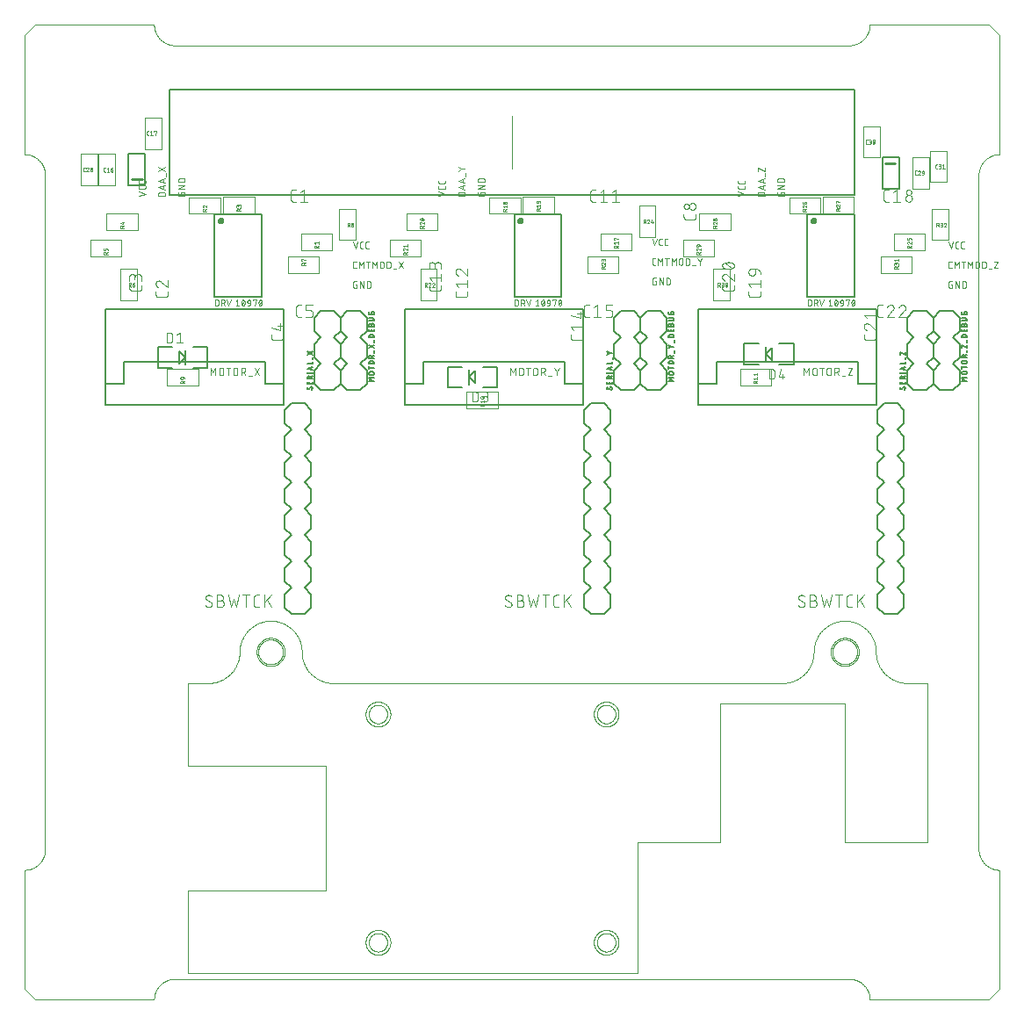
<source format=gto>
G75*
%MOIN*%
%OFA0B0*%
%FSLAX25Y25*%
%IPPOS*%
%LPD*%
%AMOC8*
5,1,8,0,0,1.08239X$1,22.5*
%
%ADD10C,0.00000*%
%ADD11C,0.00800*%
%ADD12C,0.00400*%
%ADD13C,0.00004*%
%ADD14C,0.00200*%
%ADD15C,0.00100*%
%ADD16C,0.00500*%
%ADD17C,0.00300*%
%ADD18C,0.00900*%
D10*
X0087864Y0091801D02*
X0091801Y0087864D01*
X0137077Y0087864D01*
X0137079Y0088054D01*
X0137086Y0088244D01*
X0137098Y0088434D01*
X0137114Y0088624D01*
X0137134Y0088813D01*
X0137160Y0089002D01*
X0137189Y0089190D01*
X0137224Y0089377D01*
X0137263Y0089563D01*
X0137306Y0089748D01*
X0137354Y0089933D01*
X0137406Y0090116D01*
X0137462Y0090297D01*
X0137523Y0090477D01*
X0137589Y0090656D01*
X0137658Y0090833D01*
X0137732Y0091009D01*
X0137810Y0091182D01*
X0137893Y0091354D01*
X0137979Y0091523D01*
X0138069Y0091691D01*
X0138164Y0091856D01*
X0138262Y0092019D01*
X0138365Y0092179D01*
X0138471Y0092337D01*
X0138581Y0092492D01*
X0138694Y0092645D01*
X0138812Y0092795D01*
X0138933Y0092941D01*
X0139057Y0093085D01*
X0139185Y0093226D01*
X0139316Y0093364D01*
X0139451Y0093499D01*
X0139589Y0093630D01*
X0139730Y0093758D01*
X0139874Y0093882D01*
X0140020Y0094003D01*
X0140170Y0094121D01*
X0140323Y0094234D01*
X0140478Y0094344D01*
X0140636Y0094450D01*
X0140796Y0094553D01*
X0140959Y0094651D01*
X0141124Y0094746D01*
X0141292Y0094836D01*
X0141461Y0094922D01*
X0141633Y0095005D01*
X0141806Y0095083D01*
X0141982Y0095157D01*
X0142159Y0095226D01*
X0142338Y0095292D01*
X0142518Y0095353D01*
X0142699Y0095409D01*
X0142882Y0095461D01*
X0143067Y0095509D01*
X0143252Y0095552D01*
X0143438Y0095591D01*
X0143625Y0095626D01*
X0143813Y0095655D01*
X0144002Y0095681D01*
X0144191Y0095701D01*
X0144381Y0095717D01*
X0144571Y0095729D01*
X0144761Y0095736D01*
X0144951Y0095738D01*
X0400856Y0095738D01*
X0401046Y0095736D01*
X0401236Y0095729D01*
X0401426Y0095717D01*
X0401616Y0095701D01*
X0401805Y0095681D01*
X0401994Y0095655D01*
X0402182Y0095626D01*
X0402369Y0095591D01*
X0402555Y0095552D01*
X0402740Y0095509D01*
X0402925Y0095461D01*
X0403108Y0095409D01*
X0403289Y0095353D01*
X0403469Y0095292D01*
X0403648Y0095226D01*
X0403825Y0095157D01*
X0404001Y0095083D01*
X0404174Y0095005D01*
X0404346Y0094922D01*
X0404515Y0094836D01*
X0404683Y0094746D01*
X0404848Y0094651D01*
X0405011Y0094553D01*
X0405171Y0094450D01*
X0405329Y0094344D01*
X0405484Y0094234D01*
X0405637Y0094121D01*
X0405787Y0094003D01*
X0405933Y0093882D01*
X0406077Y0093758D01*
X0406218Y0093630D01*
X0406356Y0093499D01*
X0406491Y0093364D01*
X0406622Y0093226D01*
X0406750Y0093085D01*
X0406874Y0092941D01*
X0406995Y0092795D01*
X0407113Y0092645D01*
X0407226Y0092492D01*
X0407336Y0092337D01*
X0407442Y0092179D01*
X0407545Y0092019D01*
X0407643Y0091856D01*
X0407738Y0091691D01*
X0407828Y0091523D01*
X0407914Y0091354D01*
X0407997Y0091182D01*
X0408075Y0091009D01*
X0408149Y0090833D01*
X0408218Y0090656D01*
X0408284Y0090477D01*
X0408345Y0090297D01*
X0408401Y0090116D01*
X0408453Y0089933D01*
X0408501Y0089748D01*
X0408544Y0089563D01*
X0408583Y0089377D01*
X0408618Y0089190D01*
X0408647Y0089002D01*
X0408673Y0088813D01*
X0408693Y0088624D01*
X0408709Y0088434D01*
X0408721Y0088244D01*
X0408728Y0088054D01*
X0408730Y0087864D01*
X0454006Y0087864D01*
X0457943Y0091801D01*
X0457943Y0137077D01*
X0457753Y0137079D01*
X0457563Y0137086D01*
X0457373Y0137098D01*
X0457183Y0137114D01*
X0456994Y0137134D01*
X0456805Y0137160D01*
X0456617Y0137189D01*
X0456430Y0137224D01*
X0456244Y0137263D01*
X0456059Y0137306D01*
X0455874Y0137354D01*
X0455691Y0137406D01*
X0455510Y0137462D01*
X0455330Y0137523D01*
X0455151Y0137589D01*
X0454974Y0137658D01*
X0454798Y0137732D01*
X0454625Y0137810D01*
X0454453Y0137893D01*
X0454284Y0137979D01*
X0454116Y0138069D01*
X0453951Y0138164D01*
X0453788Y0138262D01*
X0453628Y0138365D01*
X0453470Y0138471D01*
X0453315Y0138581D01*
X0453162Y0138694D01*
X0453012Y0138812D01*
X0452866Y0138933D01*
X0452722Y0139057D01*
X0452581Y0139185D01*
X0452443Y0139316D01*
X0452308Y0139451D01*
X0452177Y0139589D01*
X0452049Y0139730D01*
X0451925Y0139874D01*
X0451804Y0140020D01*
X0451686Y0140170D01*
X0451573Y0140323D01*
X0451463Y0140478D01*
X0451357Y0140636D01*
X0451254Y0140796D01*
X0451156Y0140959D01*
X0451061Y0141124D01*
X0450971Y0141292D01*
X0450885Y0141461D01*
X0450802Y0141633D01*
X0450724Y0141806D01*
X0450650Y0141982D01*
X0450581Y0142159D01*
X0450515Y0142338D01*
X0450454Y0142518D01*
X0450398Y0142699D01*
X0450346Y0142882D01*
X0450298Y0143067D01*
X0450255Y0143252D01*
X0450216Y0143438D01*
X0450181Y0143625D01*
X0450152Y0143813D01*
X0450126Y0144002D01*
X0450106Y0144191D01*
X0450090Y0144381D01*
X0450078Y0144571D01*
X0450071Y0144761D01*
X0450069Y0144951D01*
X0450069Y0400856D01*
X0450071Y0401046D01*
X0450078Y0401236D01*
X0450090Y0401426D01*
X0450106Y0401616D01*
X0450126Y0401805D01*
X0450152Y0401994D01*
X0450181Y0402182D01*
X0450216Y0402369D01*
X0450255Y0402555D01*
X0450298Y0402740D01*
X0450346Y0402925D01*
X0450398Y0403108D01*
X0450454Y0403289D01*
X0450515Y0403469D01*
X0450581Y0403648D01*
X0450650Y0403825D01*
X0450724Y0404001D01*
X0450802Y0404174D01*
X0450885Y0404346D01*
X0450971Y0404515D01*
X0451061Y0404683D01*
X0451156Y0404848D01*
X0451254Y0405011D01*
X0451357Y0405171D01*
X0451463Y0405329D01*
X0451573Y0405484D01*
X0451686Y0405637D01*
X0451804Y0405787D01*
X0451925Y0405933D01*
X0452049Y0406077D01*
X0452177Y0406218D01*
X0452308Y0406356D01*
X0452443Y0406491D01*
X0452581Y0406622D01*
X0452722Y0406750D01*
X0452866Y0406874D01*
X0453012Y0406995D01*
X0453162Y0407113D01*
X0453315Y0407226D01*
X0453470Y0407336D01*
X0453628Y0407442D01*
X0453788Y0407545D01*
X0453951Y0407643D01*
X0454116Y0407738D01*
X0454284Y0407828D01*
X0454453Y0407914D01*
X0454625Y0407997D01*
X0454798Y0408075D01*
X0454974Y0408149D01*
X0455151Y0408218D01*
X0455330Y0408284D01*
X0455510Y0408345D01*
X0455691Y0408401D01*
X0455874Y0408453D01*
X0456059Y0408501D01*
X0456244Y0408544D01*
X0456430Y0408583D01*
X0456617Y0408618D01*
X0456805Y0408647D01*
X0456994Y0408673D01*
X0457183Y0408693D01*
X0457373Y0408709D01*
X0457563Y0408721D01*
X0457753Y0408728D01*
X0457943Y0408730D01*
X0457943Y0454006D01*
X0454006Y0457943D01*
X0408730Y0457943D01*
X0408728Y0457753D01*
X0408721Y0457563D01*
X0408709Y0457373D01*
X0408693Y0457183D01*
X0408673Y0456994D01*
X0408647Y0456805D01*
X0408618Y0456617D01*
X0408583Y0456430D01*
X0408544Y0456244D01*
X0408501Y0456059D01*
X0408453Y0455874D01*
X0408401Y0455691D01*
X0408345Y0455510D01*
X0408284Y0455330D01*
X0408218Y0455151D01*
X0408149Y0454974D01*
X0408075Y0454798D01*
X0407997Y0454625D01*
X0407914Y0454453D01*
X0407828Y0454284D01*
X0407738Y0454116D01*
X0407643Y0453951D01*
X0407545Y0453788D01*
X0407442Y0453628D01*
X0407336Y0453470D01*
X0407226Y0453315D01*
X0407113Y0453162D01*
X0406995Y0453012D01*
X0406874Y0452866D01*
X0406750Y0452722D01*
X0406622Y0452581D01*
X0406491Y0452443D01*
X0406356Y0452308D01*
X0406218Y0452177D01*
X0406077Y0452049D01*
X0405933Y0451925D01*
X0405787Y0451804D01*
X0405637Y0451686D01*
X0405484Y0451573D01*
X0405329Y0451463D01*
X0405171Y0451357D01*
X0405011Y0451254D01*
X0404848Y0451156D01*
X0404683Y0451061D01*
X0404515Y0450971D01*
X0404346Y0450885D01*
X0404174Y0450802D01*
X0404001Y0450724D01*
X0403825Y0450650D01*
X0403648Y0450581D01*
X0403469Y0450515D01*
X0403289Y0450454D01*
X0403108Y0450398D01*
X0402925Y0450346D01*
X0402740Y0450298D01*
X0402555Y0450255D01*
X0402369Y0450216D01*
X0402182Y0450181D01*
X0401994Y0450152D01*
X0401805Y0450126D01*
X0401616Y0450106D01*
X0401426Y0450090D01*
X0401236Y0450078D01*
X0401046Y0450071D01*
X0400856Y0450069D01*
X0144951Y0450069D01*
X0144761Y0450071D01*
X0144571Y0450078D01*
X0144381Y0450090D01*
X0144191Y0450106D01*
X0144002Y0450126D01*
X0143813Y0450152D01*
X0143625Y0450181D01*
X0143438Y0450216D01*
X0143252Y0450255D01*
X0143067Y0450298D01*
X0142882Y0450346D01*
X0142699Y0450398D01*
X0142518Y0450454D01*
X0142338Y0450515D01*
X0142159Y0450581D01*
X0141982Y0450650D01*
X0141806Y0450724D01*
X0141633Y0450802D01*
X0141461Y0450885D01*
X0141292Y0450971D01*
X0141124Y0451061D01*
X0140959Y0451156D01*
X0140796Y0451254D01*
X0140636Y0451357D01*
X0140478Y0451463D01*
X0140323Y0451573D01*
X0140170Y0451686D01*
X0140020Y0451804D01*
X0139874Y0451925D01*
X0139730Y0452049D01*
X0139589Y0452177D01*
X0139451Y0452308D01*
X0139316Y0452443D01*
X0139185Y0452581D01*
X0139057Y0452722D01*
X0138933Y0452866D01*
X0138812Y0453012D01*
X0138694Y0453162D01*
X0138581Y0453315D01*
X0138471Y0453470D01*
X0138365Y0453628D01*
X0138262Y0453788D01*
X0138164Y0453951D01*
X0138069Y0454116D01*
X0137979Y0454284D01*
X0137893Y0454453D01*
X0137810Y0454625D01*
X0137732Y0454798D01*
X0137658Y0454974D01*
X0137589Y0455151D01*
X0137523Y0455330D01*
X0137462Y0455510D01*
X0137406Y0455691D01*
X0137354Y0455874D01*
X0137306Y0456059D01*
X0137263Y0456244D01*
X0137224Y0456430D01*
X0137189Y0456617D01*
X0137160Y0456805D01*
X0137134Y0456994D01*
X0137114Y0457183D01*
X0137098Y0457373D01*
X0137086Y0457563D01*
X0137079Y0457753D01*
X0137077Y0457943D01*
X0091801Y0457943D01*
X0087864Y0454006D01*
X0087864Y0408730D01*
X0088054Y0408728D01*
X0088244Y0408721D01*
X0088434Y0408709D01*
X0088624Y0408693D01*
X0088813Y0408673D01*
X0089002Y0408647D01*
X0089190Y0408618D01*
X0089377Y0408583D01*
X0089563Y0408544D01*
X0089748Y0408501D01*
X0089933Y0408453D01*
X0090116Y0408401D01*
X0090297Y0408345D01*
X0090477Y0408284D01*
X0090656Y0408218D01*
X0090833Y0408149D01*
X0091009Y0408075D01*
X0091182Y0407997D01*
X0091354Y0407914D01*
X0091523Y0407828D01*
X0091691Y0407738D01*
X0091856Y0407643D01*
X0092019Y0407545D01*
X0092179Y0407442D01*
X0092337Y0407336D01*
X0092492Y0407226D01*
X0092645Y0407113D01*
X0092795Y0406995D01*
X0092941Y0406874D01*
X0093085Y0406750D01*
X0093226Y0406622D01*
X0093364Y0406491D01*
X0093499Y0406356D01*
X0093630Y0406218D01*
X0093758Y0406077D01*
X0093882Y0405933D01*
X0094003Y0405787D01*
X0094121Y0405637D01*
X0094234Y0405484D01*
X0094344Y0405329D01*
X0094450Y0405171D01*
X0094553Y0405011D01*
X0094651Y0404848D01*
X0094746Y0404683D01*
X0094836Y0404515D01*
X0094922Y0404346D01*
X0095005Y0404174D01*
X0095083Y0404001D01*
X0095157Y0403825D01*
X0095226Y0403648D01*
X0095292Y0403469D01*
X0095353Y0403289D01*
X0095409Y0403108D01*
X0095461Y0402925D01*
X0095509Y0402740D01*
X0095552Y0402555D01*
X0095591Y0402369D01*
X0095626Y0402182D01*
X0095655Y0401994D01*
X0095681Y0401805D01*
X0095701Y0401616D01*
X0095717Y0401426D01*
X0095729Y0401236D01*
X0095736Y0401046D01*
X0095738Y0400856D01*
X0095738Y0144951D01*
X0095736Y0144761D01*
X0095729Y0144571D01*
X0095717Y0144381D01*
X0095701Y0144191D01*
X0095681Y0144002D01*
X0095655Y0143813D01*
X0095626Y0143625D01*
X0095591Y0143438D01*
X0095552Y0143252D01*
X0095509Y0143067D01*
X0095461Y0142882D01*
X0095409Y0142699D01*
X0095353Y0142518D01*
X0095292Y0142338D01*
X0095226Y0142159D01*
X0095157Y0141982D01*
X0095083Y0141806D01*
X0095005Y0141633D01*
X0094922Y0141461D01*
X0094836Y0141292D01*
X0094746Y0141124D01*
X0094651Y0140959D01*
X0094553Y0140796D01*
X0094450Y0140636D01*
X0094344Y0140478D01*
X0094234Y0140323D01*
X0094121Y0140170D01*
X0094003Y0140020D01*
X0093882Y0139874D01*
X0093758Y0139730D01*
X0093630Y0139589D01*
X0093499Y0139451D01*
X0093364Y0139316D01*
X0093226Y0139185D01*
X0093085Y0139057D01*
X0092941Y0138933D01*
X0092795Y0138812D01*
X0092645Y0138694D01*
X0092492Y0138581D01*
X0092337Y0138471D01*
X0092179Y0138365D01*
X0092019Y0138262D01*
X0091856Y0138164D01*
X0091691Y0138069D01*
X0091523Y0137979D01*
X0091354Y0137893D01*
X0091182Y0137810D01*
X0091009Y0137732D01*
X0090833Y0137658D01*
X0090656Y0137589D01*
X0090477Y0137523D01*
X0090297Y0137462D01*
X0090116Y0137406D01*
X0089933Y0137354D01*
X0089748Y0137306D01*
X0089563Y0137263D01*
X0089377Y0137224D01*
X0089190Y0137189D01*
X0089002Y0137160D01*
X0088813Y0137134D01*
X0088624Y0137114D01*
X0088434Y0137098D01*
X0088244Y0137086D01*
X0088054Y0137079D01*
X0087864Y0137077D01*
X0087864Y0091801D01*
X0217391Y0109596D02*
X0217393Y0109733D01*
X0217399Y0109870D01*
X0217409Y0110006D01*
X0217423Y0110142D01*
X0217441Y0110278D01*
X0217462Y0110413D01*
X0217488Y0110547D01*
X0217518Y0110681D01*
X0217551Y0110814D01*
X0217589Y0110945D01*
X0217630Y0111076D01*
X0217675Y0111205D01*
X0217723Y0111333D01*
X0217776Y0111460D01*
X0217832Y0111584D01*
X0217891Y0111708D01*
X0217955Y0111829D01*
X0218021Y0111948D01*
X0218091Y0112066D01*
X0218165Y0112181D01*
X0218242Y0112295D01*
X0218322Y0112406D01*
X0218405Y0112514D01*
X0218492Y0112620D01*
X0218581Y0112724D01*
X0218674Y0112825D01*
X0218769Y0112923D01*
X0218867Y0113018D01*
X0218968Y0113111D01*
X0219072Y0113200D01*
X0219178Y0113287D01*
X0219286Y0113370D01*
X0219397Y0113450D01*
X0219511Y0113527D01*
X0219626Y0113601D01*
X0219743Y0113671D01*
X0219863Y0113737D01*
X0219984Y0113801D01*
X0220108Y0113860D01*
X0220232Y0113916D01*
X0220359Y0113969D01*
X0220487Y0114017D01*
X0220616Y0114062D01*
X0220747Y0114103D01*
X0220878Y0114141D01*
X0221011Y0114174D01*
X0221145Y0114204D01*
X0221279Y0114230D01*
X0221414Y0114251D01*
X0221550Y0114269D01*
X0221686Y0114283D01*
X0221822Y0114293D01*
X0221959Y0114299D01*
X0222096Y0114301D01*
X0222233Y0114299D01*
X0222370Y0114293D01*
X0222506Y0114283D01*
X0222642Y0114269D01*
X0222778Y0114251D01*
X0222913Y0114230D01*
X0223047Y0114204D01*
X0223181Y0114174D01*
X0223314Y0114141D01*
X0223445Y0114103D01*
X0223576Y0114062D01*
X0223705Y0114017D01*
X0223833Y0113969D01*
X0223960Y0113916D01*
X0224084Y0113860D01*
X0224208Y0113801D01*
X0224329Y0113737D01*
X0224448Y0113671D01*
X0224566Y0113601D01*
X0224681Y0113527D01*
X0224795Y0113450D01*
X0224906Y0113370D01*
X0225014Y0113287D01*
X0225120Y0113200D01*
X0225224Y0113111D01*
X0225325Y0113018D01*
X0225423Y0112923D01*
X0225518Y0112825D01*
X0225611Y0112724D01*
X0225700Y0112620D01*
X0225787Y0112514D01*
X0225870Y0112406D01*
X0225950Y0112295D01*
X0226027Y0112181D01*
X0226101Y0112066D01*
X0226171Y0111948D01*
X0226237Y0111829D01*
X0226301Y0111708D01*
X0226360Y0111584D01*
X0226416Y0111460D01*
X0226469Y0111333D01*
X0226517Y0111205D01*
X0226562Y0111076D01*
X0226603Y0110945D01*
X0226641Y0110814D01*
X0226674Y0110681D01*
X0226704Y0110547D01*
X0226730Y0110413D01*
X0226751Y0110278D01*
X0226769Y0110142D01*
X0226783Y0110006D01*
X0226793Y0109870D01*
X0226799Y0109733D01*
X0226801Y0109596D01*
X0226799Y0109459D01*
X0226793Y0109322D01*
X0226783Y0109186D01*
X0226769Y0109050D01*
X0226751Y0108914D01*
X0226730Y0108779D01*
X0226704Y0108645D01*
X0226674Y0108511D01*
X0226641Y0108378D01*
X0226603Y0108247D01*
X0226562Y0108116D01*
X0226517Y0107987D01*
X0226469Y0107859D01*
X0226416Y0107732D01*
X0226360Y0107608D01*
X0226301Y0107484D01*
X0226237Y0107363D01*
X0226171Y0107243D01*
X0226101Y0107126D01*
X0226027Y0107011D01*
X0225950Y0106897D01*
X0225870Y0106786D01*
X0225787Y0106678D01*
X0225700Y0106572D01*
X0225611Y0106468D01*
X0225518Y0106367D01*
X0225423Y0106269D01*
X0225325Y0106174D01*
X0225224Y0106081D01*
X0225120Y0105992D01*
X0225014Y0105905D01*
X0224906Y0105822D01*
X0224795Y0105742D01*
X0224681Y0105665D01*
X0224566Y0105591D01*
X0224449Y0105521D01*
X0224329Y0105455D01*
X0224208Y0105391D01*
X0224084Y0105332D01*
X0223960Y0105276D01*
X0223833Y0105223D01*
X0223705Y0105175D01*
X0223576Y0105130D01*
X0223445Y0105089D01*
X0223314Y0105051D01*
X0223181Y0105018D01*
X0223047Y0104988D01*
X0222913Y0104962D01*
X0222778Y0104941D01*
X0222642Y0104923D01*
X0222506Y0104909D01*
X0222370Y0104899D01*
X0222233Y0104893D01*
X0222096Y0104891D01*
X0221959Y0104893D01*
X0221822Y0104899D01*
X0221686Y0104909D01*
X0221550Y0104923D01*
X0221414Y0104941D01*
X0221279Y0104962D01*
X0221145Y0104988D01*
X0221011Y0105018D01*
X0220878Y0105051D01*
X0220747Y0105089D01*
X0220616Y0105130D01*
X0220487Y0105175D01*
X0220359Y0105223D01*
X0220232Y0105276D01*
X0220108Y0105332D01*
X0219984Y0105391D01*
X0219863Y0105455D01*
X0219743Y0105521D01*
X0219626Y0105591D01*
X0219511Y0105665D01*
X0219397Y0105742D01*
X0219286Y0105822D01*
X0219178Y0105905D01*
X0219072Y0105992D01*
X0218968Y0106081D01*
X0218867Y0106174D01*
X0218769Y0106269D01*
X0218674Y0106367D01*
X0218581Y0106468D01*
X0218492Y0106572D01*
X0218405Y0106678D01*
X0218322Y0106786D01*
X0218242Y0106897D01*
X0218165Y0107011D01*
X0218091Y0107126D01*
X0218021Y0107243D01*
X0217955Y0107363D01*
X0217891Y0107484D01*
X0217832Y0107608D01*
X0217776Y0107732D01*
X0217723Y0107859D01*
X0217675Y0107987D01*
X0217630Y0108116D01*
X0217589Y0108247D01*
X0217551Y0108378D01*
X0217518Y0108511D01*
X0217488Y0108645D01*
X0217462Y0108779D01*
X0217441Y0108914D01*
X0217423Y0109050D01*
X0217409Y0109186D01*
X0217399Y0109322D01*
X0217393Y0109459D01*
X0217391Y0109596D01*
X0217391Y0196211D02*
X0217393Y0196348D01*
X0217399Y0196485D01*
X0217409Y0196621D01*
X0217423Y0196757D01*
X0217441Y0196893D01*
X0217462Y0197028D01*
X0217488Y0197162D01*
X0217518Y0197296D01*
X0217551Y0197429D01*
X0217589Y0197560D01*
X0217630Y0197691D01*
X0217675Y0197820D01*
X0217723Y0197948D01*
X0217776Y0198075D01*
X0217832Y0198199D01*
X0217891Y0198323D01*
X0217955Y0198444D01*
X0218021Y0198563D01*
X0218091Y0198681D01*
X0218165Y0198796D01*
X0218242Y0198910D01*
X0218322Y0199021D01*
X0218405Y0199129D01*
X0218492Y0199235D01*
X0218581Y0199339D01*
X0218674Y0199440D01*
X0218769Y0199538D01*
X0218867Y0199633D01*
X0218968Y0199726D01*
X0219072Y0199815D01*
X0219178Y0199902D01*
X0219286Y0199985D01*
X0219397Y0200065D01*
X0219511Y0200142D01*
X0219626Y0200216D01*
X0219743Y0200286D01*
X0219863Y0200352D01*
X0219984Y0200416D01*
X0220108Y0200475D01*
X0220232Y0200531D01*
X0220359Y0200584D01*
X0220487Y0200632D01*
X0220616Y0200677D01*
X0220747Y0200718D01*
X0220878Y0200756D01*
X0221011Y0200789D01*
X0221145Y0200819D01*
X0221279Y0200845D01*
X0221414Y0200866D01*
X0221550Y0200884D01*
X0221686Y0200898D01*
X0221822Y0200908D01*
X0221959Y0200914D01*
X0222096Y0200916D01*
X0222233Y0200914D01*
X0222370Y0200908D01*
X0222506Y0200898D01*
X0222642Y0200884D01*
X0222778Y0200866D01*
X0222913Y0200845D01*
X0223047Y0200819D01*
X0223181Y0200789D01*
X0223314Y0200756D01*
X0223445Y0200718D01*
X0223576Y0200677D01*
X0223705Y0200632D01*
X0223833Y0200584D01*
X0223960Y0200531D01*
X0224084Y0200475D01*
X0224208Y0200416D01*
X0224329Y0200352D01*
X0224448Y0200286D01*
X0224566Y0200216D01*
X0224681Y0200142D01*
X0224795Y0200065D01*
X0224906Y0199985D01*
X0225014Y0199902D01*
X0225120Y0199815D01*
X0225224Y0199726D01*
X0225325Y0199633D01*
X0225423Y0199538D01*
X0225518Y0199440D01*
X0225611Y0199339D01*
X0225700Y0199235D01*
X0225787Y0199129D01*
X0225870Y0199021D01*
X0225950Y0198910D01*
X0226027Y0198796D01*
X0226101Y0198681D01*
X0226171Y0198563D01*
X0226237Y0198444D01*
X0226301Y0198323D01*
X0226360Y0198199D01*
X0226416Y0198075D01*
X0226469Y0197948D01*
X0226517Y0197820D01*
X0226562Y0197691D01*
X0226603Y0197560D01*
X0226641Y0197429D01*
X0226674Y0197296D01*
X0226704Y0197162D01*
X0226730Y0197028D01*
X0226751Y0196893D01*
X0226769Y0196757D01*
X0226783Y0196621D01*
X0226793Y0196485D01*
X0226799Y0196348D01*
X0226801Y0196211D01*
X0226799Y0196074D01*
X0226793Y0195937D01*
X0226783Y0195801D01*
X0226769Y0195665D01*
X0226751Y0195529D01*
X0226730Y0195394D01*
X0226704Y0195260D01*
X0226674Y0195126D01*
X0226641Y0194993D01*
X0226603Y0194862D01*
X0226562Y0194731D01*
X0226517Y0194602D01*
X0226469Y0194474D01*
X0226416Y0194347D01*
X0226360Y0194223D01*
X0226301Y0194099D01*
X0226237Y0193978D01*
X0226171Y0193858D01*
X0226101Y0193741D01*
X0226027Y0193626D01*
X0225950Y0193512D01*
X0225870Y0193401D01*
X0225787Y0193293D01*
X0225700Y0193187D01*
X0225611Y0193083D01*
X0225518Y0192982D01*
X0225423Y0192884D01*
X0225325Y0192789D01*
X0225224Y0192696D01*
X0225120Y0192607D01*
X0225014Y0192520D01*
X0224906Y0192437D01*
X0224795Y0192357D01*
X0224681Y0192280D01*
X0224566Y0192206D01*
X0224449Y0192136D01*
X0224329Y0192070D01*
X0224208Y0192006D01*
X0224084Y0191947D01*
X0223960Y0191891D01*
X0223833Y0191838D01*
X0223705Y0191790D01*
X0223576Y0191745D01*
X0223445Y0191704D01*
X0223314Y0191666D01*
X0223181Y0191633D01*
X0223047Y0191603D01*
X0222913Y0191577D01*
X0222778Y0191556D01*
X0222642Y0191538D01*
X0222506Y0191524D01*
X0222370Y0191514D01*
X0222233Y0191508D01*
X0222096Y0191506D01*
X0221959Y0191508D01*
X0221822Y0191514D01*
X0221686Y0191524D01*
X0221550Y0191538D01*
X0221414Y0191556D01*
X0221279Y0191577D01*
X0221145Y0191603D01*
X0221011Y0191633D01*
X0220878Y0191666D01*
X0220747Y0191704D01*
X0220616Y0191745D01*
X0220487Y0191790D01*
X0220359Y0191838D01*
X0220232Y0191891D01*
X0220108Y0191947D01*
X0219984Y0192006D01*
X0219863Y0192070D01*
X0219743Y0192136D01*
X0219626Y0192206D01*
X0219511Y0192280D01*
X0219397Y0192357D01*
X0219286Y0192437D01*
X0219178Y0192520D01*
X0219072Y0192607D01*
X0218968Y0192696D01*
X0218867Y0192789D01*
X0218769Y0192884D01*
X0218674Y0192982D01*
X0218581Y0193083D01*
X0218492Y0193187D01*
X0218405Y0193293D01*
X0218322Y0193401D01*
X0218242Y0193512D01*
X0218165Y0193626D01*
X0218091Y0193741D01*
X0218021Y0193858D01*
X0217955Y0193978D01*
X0217891Y0194099D01*
X0217832Y0194223D01*
X0217776Y0194347D01*
X0217723Y0194474D01*
X0217675Y0194602D01*
X0217630Y0194731D01*
X0217589Y0194862D01*
X0217551Y0194993D01*
X0217518Y0195126D01*
X0217488Y0195260D01*
X0217462Y0195394D01*
X0217441Y0195529D01*
X0217423Y0195665D01*
X0217409Y0195801D01*
X0217399Y0195937D01*
X0217393Y0196074D01*
X0217391Y0196211D01*
X0176643Y0219833D02*
X0176645Y0219970D01*
X0176651Y0220107D01*
X0176661Y0220243D01*
X0176675Y0220379D01*
X0176693Y0220515D01*
X0176714Y0220650D01*
X0176740Y0220784D01*
X0176770Y0220918D01*
X0176803Y0221051D01*
X0176841Y0221182D01*
X0176882Y0221313D01*
X0176927Y0221442D01*
X0176975Y0221570D01*
X0177028Y0221697D01*
X0177084Y0221821D01*
X0177143Y0221945D01*
X0177207Y0222066D01*
X0177273Y0222185D01*
X0177343Y0222303D01*
X0177417Y0222418D01*
X0177494Y0222532D01*
X0177574Y0222643D01*
X0177657Y0222751D01*
X0177744Y0222857D01*
X0177833Y0222961D01*
X0177926Y0223062D01*
X0178021Y0223160D01*
X0178119Y0223255D01*
X0178220Y0223348D01*
X0178324Y0223437D01*
X0178430Y0223524D01*
X0178538Y0223607D01*
X0178649Y0223687D01*
X0178763Y0223764D01*
X0178878Y0223838D01*
X0178995Y0223908D01*
X0179115Y0223974D01*
X0179236Y0224038D01*
X0179360Y0224097D01*
X0179484Y0224153D01*
X0179611Y0224206D01*
X0179739Y0224254D01*
X0179868Y0224299D01*
X0179999Y0224340D01*
X0180130Y0224378D01*
X0180263Y0224411D01*
X0180397Y0224441D01*
X0180531Y0224467D01*
X0180666Y0224488D01*
X0180802Y0224506D01*
X0180938Y0224520D01*
X0181074Y0224530D01*
X0181211Y0224536D01*
X0181348Y0224538D01*
X0181485Y0224536D01*
X0181622Y0224530D01*
X0181758Y0224520D01*
X0181894Y0224506D01*
X0182030Y0224488D01*
X0182165Y0224467D01*
X0182299Y0224441D01*
X0182433Y0224411D01*
X0182566Y0224378D01*
X0182697Y0224340D01*
X0182828Y0224299D01*
X0182957Y0224254D01*
X0183085Y0224206D01*
X0183212Y0224153D01*
X0183336Y0224097D01*
X0183460Y0224038D01*
X0183581Y0223974D01*
X0183700Y0223908D01*
X0183818Y0223838D01*
X0183933Y0223764D01*
X0184047Y0223687D01*
X0184158Y0223607D01*
X0184266Y0223524D01*
X0184372Y0223437D01*
X0184476Y0223348D01*
X0184577Y0223255D01*
X0184675Y0223160D01*
X0184770Y0223062D01*
X0184863Y0222961D01*
X0184952Y0222857D01*
X0185039Y0222751D01*
X0185122Y0222643D01*
X0185202Y0222532D01*
X0185279Y0222418D01*
X0185353Y0222303D01*
X0185423Y0222185D01*
X0185489Y0222066D01*
X0185553Y0221945D01*
X0185612Y0221821D01*
X0185668Y0221697D01*
X0185721Y0221570D01*
X0185769Y0221442D01*
X0185814Y0221313D01*
X0185855Y0221182D01*
X0185893Y0221051D01*
X0185926Y0220918D01*
X0185956Y0220784D01*
X0185982Y0220650D01*
X0186003Y0220515D01*
X0186021Y0220379D01*
X0186035Y0220243D01*
X0186045Y0220107D01*
X0186051Y0219970D01*
X0186053Y0219833D01*
X0186051Y0219696D01*
X0186045Y0219559D01*
X0186035Y0219423D01*
X0186021Y0219287D01*
X0186003Y0219151D01*
X0185982Y0219016D01*
X0185956Y0218882D01*
X0185926Y0218748D01*
X0185893Y0218615D01*
X0185855Y0218484D01*
X0185814Y0218353D01*
X0185769Y0218224D01*
X0185721Y0218096D01*
X0185668Y0217969D01*
X0185612Y0217845D01*
X0185553Y0217721D01*
X0185489Y0217600D01*
X0185423Y0217480D01*
X0185353Y0217363D01*
X0185279Y0217248D01*
X0185202Y0217134D01*
X0185122Y0217023D01*
X0185039Y0216915D01*
X0184952Y0216809D01*
X0184863Y0216705D01*
X0184770Y0216604D01*
X0184675Y0216506D01*
X0184577Y0216411D01*
X0184476Y0216318D01*
X0184372Y0216229D01*
X0184266Y0216142D01*
X0184158Y0216059D01*
X0184047Y0215979D01*
X0183933Y0215902D01*
X0183818Y0215828D01*
X0183701Y0215758D01*
X0183581Y0215692D01*
X0183460Y0215628D01*
X0183336Y0215569D01*
X0183212Y0215513D01*
X0183085Y0215460D01*
X0182957Y0215412D01*
X0182828Y0215367D01*
X0182697Y0215326D01*
X0182566Y0215288D01*
X0182433Y0215255D01*
X0182299Y0215225D01*
X0182165Y0215199D01*
X0182030Y0215178D01*
X0181894Y0215160D01*
X0181758Y0215146D01*
X0181622Y0215136D01*
X0181485Y0215130D01*
X0181348Y0215128D01*
X0181211Y0215130D01*
X0181074Y0215136D01*
X0180938Y0215146D01*
X0180802Y0215160D01*
X0180666Y0215178D01*
X0180531Y0215199D01*
X0180397Y0215225D01*
X0180263Y0215255D01*
X0180130Y0215288D01*
X0179999Y0215326D01*
X0179868Y0215367D01*
X0179739Y0215412D01*
X0179611Y0215460D01*
X0179484Y0215513D01*
X0179360Y0215569D01*
X0179236Y0215628D01*
X0179115Y0215692D01*
X0178995Y0215758D01*
X0178878Y0215828D01*
X0178763Y0215902D01*
X0178649Y0215979D01*
X0178538Y0216059D01*
X0178430Y0216142D01*
X0178324Y0216229D01*
X0178220Y0216318D01*
X0178119Y0216411D01*
X0178021Y0216506D01*
X0177926Y0216604D01*
X0177833Y0216705D01*
X0177744Y0216809D01*
X0177657Y0216915D01*
X0177574Y0217023D01*
X0177494Y0217134D01*
X0177417Y0217248D01*
X0177343Y0217363D01*
X0177273Y0217480D01*
X0177207Y0217600D01*
X0177143Y0217721D01*
X0177084Y0217845D01*
X0177028Y0217969D01*
X0176975Y0218096D01*
X0176927Y0218224D01*
X0176882Y0218353D01*
X0176841Y0218484D01*
X0176803Y0218615D01*
X0176770Y0218748D01*
X0176740Y0218882D01*
X0176714Y0219016D01*
X0176693Y0219151D01*
X0176675Y0219287D01*
X0176661Y0219423D01*
X0176651Y0219559D01*
X0176645Y0219696D01*
X0176643Y0219833D01*
X0304006Y0196211D02*
X0304008Y0196348D01*
X0304014Y0196485D01*
X0304024Y0196621D01*
X0304038Y0196757D01*
X0304056Y0196893D01*
X0304077Y0197028D01*
X0304103Y0197162D01*
X0304133Y0197296D01*
X0304166Y0197429D01*
X0304204Y0197560D01*
X0304245Y0197691D01*
X0304290Y0197820D01*
X0304338Y0197948D01*
X0304391Y0198075D01*
X0304447Y0198199D01*
X0304506Y0198323D01*
X0304570Y0198444D01*
X0304636Y0198563D01*
X0304706Y0198681D01*
X0304780Y0198796D01*
X0304857Y0198910D01*
X0304937Y0199021D01*
X0305020Y0199129D01*
X0305107Y0199235D01*
X0305196Y0199339D01*
X0305289Y0199440D01*
X0305384Y0199538D01*
X0305482Y0199633D01*
X0305583Y0199726D01*
X0305687Y0199815D01*
X0305793Y0199902D01*
X0305901Y0199985D01*
X0306012Y0200065D01*
X0306126Y0200142D01*
X0306241Y0200216D01*
X0306358Y0200286D01*
X0306478Y0200352D01*
X0306599Y0200416D01*
X0306723Y0200475D01*
X0306847Y0200531D01*
X0306974Y0200584D01*
X0307102Y0200632D01*
X0307231Y0200677D01*
X0307362Y0200718D01*
X0307493Y0200756D01*
X0307626Y0200789D01*
X0307760Y0200819D01*
X0307894Y0200845D01*
X0308029Y0200866D01*
X0308165Y0200884D01*
X0308301Y0200898D01*
X0308437Y0200908D01*
X0308574Y0200914D01*
X0308711Y0200916D01*
X0308848Y0200914D01*
X0308985Y0200908D01*
X0309121Y0200898D01*
X0309257Y0200884D01*
X0309393Y0200866D01*
X0309528Y0200845D01*
X0309662Y0200819D01*
X0309796Y0200789D01*
X0309929Y0200756D01*
X0310060Y0200718D01*
X0310191Y0200677D01*
X0310320Y0200632D01*
X0310448Y0200584D01*
X0310575Y0200531D01*
X0310699Y0200475D01*
X0310823Y0200416D01*
X0310944Y0200352D01*
X0311063Y0200286D01*
X0311181Y0200216D01*
X0311296Y0200142D01*
X0311410Y0200065D01*
X0311521Y0199985D01*
X0311629Y0199902D01*
X0311735Y0199815D01*
X0311839Y0199726D01*
X0311940Y0199633D01*
X0312038Y0199538D01*
X0312133Y0199440D01*
X0312226Y0199339D01*
X0312315Y0199235D01*
X0312402Y0199129D01*
X0312485Y0199021D01*
X0312565Y0198910D01*
X0312642Y0198796D01*
X0312716Y0198681D01*
X0312786Y0198563D01*
X0312852Y0198444D01*
X0312916Y0198323D01*
X0312975Y0198199D01*
X0313031Y0198075D01*
X0313084Y0197948D01*
X0313132Y0197820D01*
X0313177Y0197691D01*
X0313218Y0197560D01*
X0313256Y0197429D01*
X0313289Y0197296D01*
X0313319Y0197162D01*
X0313345Y0197028D01*
X0313366Y0196893D01*
X0313384Y0196757D01*
X0313398Y0196621D01*
X0313408Y0196485D01*
X0313414Y0196348D01*
X0313416Y0196211D01*
X0313414Y0196074D01*
X0313408Y0195937D01*
X0313398Y0195801D01*
X0313384Y0195665D01*
X0313366Y0195529D01*
X0313345Y0195394D01*
X0313319Y0195260D01*
X0313289Y0195126D01*
X0313256Y0194993D01*
X0313218Y0194862D01*
X0313177Y0194731D01*
X0313132Y0194602D01*
X0313084Y0194474D01*
X0313031Y0194347D01*
X0312975Y0194223D01*
X0312916Y0194099D01*
X0312852Y0193978D01*
X0312786Y0193858D01*
X0312716Y0193741D01*
X0312642Y0193626D01*
X0312565Y0193512D01*
X0312485Y0193401D01*
X0312402Y0193293D01*
X0312315Y0193187D01*
X0312226Y0193083D01*
X0312133Y0192982D01*
X0312038Y0192884D01*
X0311940Y0192789D01*
X0311839Y0192696D01*
X0311735Y0192607D01*
X0311629Y0192520D01*
X0311521Y0192437D01*
X0311410Y0192357D01*
X0311296Y0192280D01*
X0311181Y0192206D01*
X0311064Y0192136D01*
X0310944Y0192070D01*
X0310823Y0192006D01*
X0310699Y0191947D01*
X0310575Y0191891D01*
X0310448Y0191838D01*
X0310320Y0191790D01*
X0310191Y0191745D01*
X0310060Y0191704D01*
X0309929Y0191666D01*
X0309796Y0191633D01*
X0309662Y0191603D01*
X0309528Y0191577D01*
X0309393Y0191556D01*
X0309257Y0191538D01*
X0309121Y0191524D01*
X0308985Y0191514D01*
X0308848Y0191508D01*
X0308711Y0191506D01*
X0308574Y0191508D01*
X0308437Y0191514D01*
X0308301Y0191524D01*
X0308165Y0191538D01*
X0308029Y0191556D01*
X0307894Y0191577D01*
X0307760Y0191603D01*
X0307626Y0191633D01*
X0307493Y0191666D01*
X0307362Y0191704D01*
X0307231Y0191745D01*
X0307102Y0191790D01*
X0306974Y0191838D01*
X0306847Y0191891D01*
X0306723Y0191947D01*
X0306599Y0192006D01*
X0306478Y0192070D01*
X0306358Y0192136D01*
X0306241Y0192206D01*
X0306126Y0192280D01*
X0306012Y0192357D01*
X0305901Y0192437D01*
X0305793Y0192520D01*
X0305687Y0192607D01*
X0305583Y0192696D01*
X0305482Y0192789D01*
X0305384Y0192884D01*
X0305289Y0192982D01*
X0305196Y0193083D01*
X0305107Y0193187D01*
X0305020Y0193293D01*
X0304937Y0193401D01*
X0304857Y0193512D01*
X0304780Y0193626D01*
X0304706Y0193741D01*
X0304636Y0193858D01*
X0304570Y0193978D01*
X0304506Y0194099D01*
X0304447Y0194223D01*
X0304391Y0194347D01*
X0304338Y0194474D01*
X0304290Y0194602D01*
X0304245Y0194731D01*
X0304204Y0194862D01*
X0304166Y0194993D01*
X0304133Y0195126D01*
X0304103Y0195260D01*
X0304077Y0195394D01*
X0304056Y0195529D01*
X0304038Y0195665D01*
X0304024Y0195801D01*
X0304014Y0195937D01*
X0304008Y0196074D01*
X0304006Y0196211D01*
X0304006Y0109596D02*
X0304008Y0109733D01*
X0304014Y0109870D01*
X0304024Y0110006D01*
X0304038Y0110142D01*
X0304056Y0110278D01*
X0304077Y0110413D01*
X0304103Y0110547D01*
X0304133Y0110681D01*
X0304166Y0110814D01*
X0304204Y0110945D01*
X0304245Y0111076D01*
X0304290Y0111205D01*
X0304338Y0111333D01*
X0304391Y0111460D01*
X0304447Y0111584D01*
X0304506Y0111708D01*
X0304570Y0111829D01*
X0304636Y0111948D01*
X0304706Y0112066D01*
X0304780Y0112181D01*
X0304857Y0112295D01*
X0304937Y0112406D01*
X0305020Y0112514D01*
X0305107Y0112620D01*
X0305196Y0112724D01*
X0305289Y0112825D01*
X0305384Y0112923D01*
X0305482Y0113018D01*
X0305583Y0113111D01*
X0305687Y0113200D01*
X0305793Y0113287D01*
X0305901Y0113370D01*
X0306012Y0113450D01*
X0306126Y0113527D01*
X0306241Y0113601D01*
X0306358Y0113671D01*
X0306478Y0113737D01*
X0306599Y0113801D01*
X0306723Y0113860D01*
X0306847Y0113916D01*
X0306974Y0113969D01*
X0307102Y0114017D01*
X0307231Y0114062D01*
X0307362Y0114103D01*
X0307493Y0114141D01*
X0307626Y0114174D01*
X0307760Y0114204D01*
X0307894Y0114230D01*
X0308029Y0114251D01*
X0308165Y0114269D01*
X0308301Y0114283D01*
X0308437Y0114293D01*
X0308574Y0114299D01*
X0308711Y0114301D01*
X0308848Y0114299D01*
X0308985Y0114293D01*
X0309121Y0114283D01*
X0309257Y0114269D01*
X0309393Y0114251D01*
X0309528Y0114230D01*
X0309662Y0114204D01*
X0309796Y0114174D01*
X0309929Y0114141D01*
X0310060Y0114103D01*
X0310191Y0114062D01*
X0310320Y0114017D01*
X0310448Y0113969D01*
X0310575Y0113916D01*
X0310699Y0113860D01*
X0310823Y0113801D01*
X0310944Y0113737D01*
X0311063Y0113671D01*
X0311181Y0113601D01*
X0311296Y0113527D01*
X0311410Y0113450D01*
X0311521Y0113370D01*
X0311629Y0113287D01*
X0311735Y0113200D01*
X0311839Y0113111D01*
X0311940Y0113018D01*
X0312038Y0112923D01*
X0312133Y0112825D01*
X0312226Y0112724D01*
X0312315Y0112620D01*
X0312402Y0112514D01*
X0312485Y0112406D01*
X0312565Y0112295D01*
X0312642Y0112181D01*
X0312716Y0112066D01*
X0312786Y0111948D01*
X0312852Y0111829D01*
X0312916Y0111708D01*
X0312975Y0111584D01*
X0313031Y0111460D01*
X0313084Y0111333D01*
X0313132Y0111205D01*
X0313177Y0111076D01*
X0313218Y0110945D01*
X0313256Y0110814D01*
X0313289Y0110681D01*
X0313319Y0110547D01*
X0313345Y0110413D01*
X0313366Y0110278D01*
X0313384Y0110142D01*
X0313398Y0110006D01*
X0313408Y0109870D01*
X0313414Y0109733D01*
X0313416Y0109596D01*
X0313414Y0109459D01*
X0313408Y0109322D01*
X0313398Y0109186D01*
X0313384Y0109050D01*
X0313366Y0108914D01*
X0313345Y0108779D01*
X0313319Y0108645D01*
X0313289Y0108511D01*
X0313256Y0108378D01*
X0313218Y0108247D01*
X0313177Y0108116D01*
X0313132Y0107987D01*
X0313084Y0107859D01*
X0313031Y0107732D01*
X0312975Y0107608D01*
X0312916Y0107484D01*
X0312852Y0107363D01*
X0312786Y0107243D01*
X0312716Y0107126D01*
X0312642Y0107011D01*
X0312565Y0106897D01*
X0312485Y0106786D01*
X0312402Y0106678D01*
X0312315Y0106572D01*
X0312226Y0106468D01*
X0312133Y0106367D01*
X0312038Y0106269D01*
X0311940Y0106174D01*
X0311839Y0106081D01*
X0311735Y0105992D01*
X0311629Y0105905D01*
X0311521Y0105822D01*
X0311410Y0105742D01*
X0311296Y0105665D01*
X0311181Y0105591D01*
X0311064Y0105521D01*
X0310944Y0105455D01*
X0310823Y0105391D01*
X0310699Y0105332D01*
X0310575Y0105276D01*
X0310448Y0105223D01*
X0310320Y0105175D01*
X0310191Y0105130D01*
X0310060Y0105089D01*
X0309929Y0105051D01*
X0309796Y0105018D01*
X0309662Y0104988D01*
X0309528Y0104962D01*
X0309393Y0104941D01*
X0309257Y0104923D01*
X0309121Y0104909D01*
X0308985Y0104899D01*
X0308848Y0104893D01*
X0308711Y0104891D01*
X0308574Y0104893D01*
X0308437Y0104899D01*
X0308301Y0104909D01*
X0308165Y0104923D01*
X0308029Y0104941D01*
X0307894Y0104962D01*
X0307760Y0104988D01*
X0307626Y0105018D01*
X0307493Y0105051D01*
X0307362Y0105089D01*
X0307231Y0105130D01*
X0307102Y0105175D01*
X0306974Y0105223D01*
X0306847Y0105276D01*
X0306723Y0105332D01*
X0306599Y0105391D01*
X0306478Y0105455D01*
X0306358Y0105521D01*
X0306241Y0105591D01*
X0306126Y0105665D01*
X0306012Y0105742D01*
X0305901Y0105822D01*
X0305793Y0105905D01*
X0305687Y0105992D01*
X0305583Y0106081D01*
X0305482Y0106174D01*
X0305384Y0106269D01*
X0305289Y0106367D01*
X0305196Y0106468D01*
X0305107Y0106572D01*
X0305020Y0106678D01*
X0304937Y0106786D01*
X0304857Y0106897D01*
X0304780Y0107011D01*
X0304706Y0107126D01*
X0304636Y0107243D01*
X0304570Y0107363D01*
X0304506Y0107484D01*
X0304447Y0107608D01*
X0304391Y0107732D01*
X0304338Y0107859D01*
X0304290Y0107987D01*
X0304245Y0108116D01*
X0304204Y0108247D01*
X0304166Y0108378D01*
X0304133Y0108511D01*
X0304103Y0108645D01*
X0304077Y0108779D01*
X0304056Y0108914D01*
X0304038Y0109050D01*
X0304024Y0109186D01*
X0304014Y0109322D01*
X0304008Y0109459D01*
X0304006Y0109596D01*
X0394557Y0219833D02*
X0394559Y0219970D01*
X0394565Y0220107D01*
X0394575Y0220243D01*
X0394589Y0220379D01*
X0394607Y0220515D01*
X0394628Y0220650D01*
X0394654Y0220784D01*
X0394684Y0220918D01*
X0394717Y0221051D01*
X0394755Y0221182D01*
X0394796Y0221313D01*
X0394841Y0221442D01*
X0394889Y0221570D01*
X0394942Y0221697D01*
X0394998Y0221821D01*
X0395057Y0221945D01*
X0395121Y0222066D01*
X0395187Y0222185D01*
X0395257Y0222303D01*
X0395331Y0222418D01*
X0395408Y0222532D01*
X0395488Y0222643D01*
X0395571Y0222751D01*
X0395658Y0222857D01*
X0395747Y0222961D01*
X0395840Y0223062D01*
X0395935Y0223160D01*
X0396033Y0223255D01*
X0396134Y0223348D01*
X0396238Y0223437D01*
X0396344Y0223524D01*
X0396452Y0223607D01*
X0396563Y0223687D01*
X0396677Y0223764D01*
X0396792Y0223838D01*
X0396909Y0223908D01*
X0397029Y0223974D01*
X0397150Y0224038D01*
X0397274Y0224097D01*
X0397398Y0224153D01*
X0397525Y0224206D01*
X0397653Y0224254D01*
X0397782Y0224299D01*
X0397913Y0224340D01*
X0398044Y0224378D01*
X0398177Y0224411D01*
X0398311Y0224441D01*
X0398445Y0224467D01*
X0398580Y0224488D01*
X0398716Y0224506D01*
X0398852Y0224520D01*
X0398988Y0224530D01*
X0399125Y0224536D01*
X0399262Y0224538D01*
X0399399Y0224536D01*
X0399536Y0224530D01*
X0399672Y0224520D01*
X0399808Y0224506D01*
X0399944Y0224488D01*
X0400079Y0224467D01*
X0400213Y0224441D01*
X0400347Y0224411D01*
X0400480Y0224378D01*
X0400611Y0224340D01*
X0400742Y0224299D01*
X0400871Y0224254D01*
X0400999Y0224206D01*
X0401126Y0224153D01*
X0401250Y0224097D01*
X0401374Y0224038D01*
X0401495Y0223974D01*
X0401614Y0223908D01*
X0401732Y0223838D01*
X0401847Y0223764D01*
X0401961Y0223687D01*
X0402072Y0223607D01*
X0402180Y0223524D01*
X0402286Y0223437D01*
X0402390Y0223348D01*
X0402491Y0223255D01*
X0402589Y0223160D01*
X0402684Y0223062D01*
X0402777Y0222961D01*
X0402866Y0222857D01*
X0402953Y0222751D01*
X0403036Y0222643D01*
X0403116Y0222532D01*
X0403193Y0222418D01*
X0403267Y0222303D01*
X0403337Y0222185D01*
X0403403Y0222066D01*
X0403467Y0221945D01*
X0403526Y0221821D01*
X0403582Y0221697D01*
X0403635Y0221570D01*
X0403683Y0221442D01*
X0403728Y0221313D01*
X0403769Y0221182D01*
X0403807Y0221051D01*
X0403840Y0220918D01*
X0403870Y0220784D01*
X0403896Y0220650D01*
X0403917Y0220515D01*
X0403935Y0220379D01*
X0403949Y0220243D01*
X0403959Y0220107D01*
X0403965Y0219970D01*
X0403967Y0219833D01*
X0403965Y0219696D01*
X0403959Y0219559D01*
X0403949Y0219423D01*
X0403935Y0219287D01*
X0403917Y0219151D01*
X0403896Y0219016D01*
X0403870Y0218882D01*
X0403840Y0218748D01*
X0403807Y0218615D01*
X0403769Y0218484D01*
X0403728Y0218353D01*
X0403683Y0218224D01*
X0403635Y0218096D01*
X0403582Y0217969D01*
X0403526Y0217845D01*
X0403467Y0217721D01*
X0403403Y0217600D01*
X0403337Y0217480D01*
X0403267Y0217363D01*
X0403193Y0217248D01*
X0403116Y0217134D01*
X0403036Y0217023D01*
X0402953Y0216915D01*
X0402866Y0216809D01*
X0402777Y0216705D01*
X0402684Y0216604D01*
X0402589Y0216506D01*
X0402491Y0216411D01*
X0402390Y0216318D01*
X0402286Y0216229D01*
X0402180Y0216142D01*
X0402072Y0216059D01*
X0401961Y0215979D01*
X0401847Y0215902D01*
X0401732Y0215828D01*
X0401615Y0215758D01*
X0401495Y0215692D01*
X0401374Y0215628D01*
X0401250Y0215569D01*
X0401126Y0215513D01*
X0400999Y0215460D01*
X0400871Y0215412D01*
X0400742Y0215367D01*
X0400611Y0215326D01*
X0400480Y0215288D01*
X0400347Y0215255D01*
X0400213Y0215225D01*
X0400079Y0215199D01*
X0399944Y0215178D01*
X0399808Y0215160D01*
X0399672Y0215146D01*
X0399536Y0215136D01*
X0399399Y0215130D01*
X0399262Y0215128D01*
X0399125Y0215130D01*
X0398988Y0215136D01*
X0398852Y0215146D01*
X0398716Y0215160D01*
X0398580Y0215178D01*
X0398445Y0215199D01*
X0398311Y0215225D01*
X0398177Y0215255D01*
X0398044Y0215288D01*
X0397913Y0215326D01*
X0397782Y0215367D01*
X0397653Y0215412D01*
X0397525Y0215460D01*
X0397398Y0215513D01*
X0397274Y0215569D01*
X0397150Y0215628D01*
X0397029Y0215692D01*
X0396909Y0215758D01*
X0396792Y0215828D01*
X0396677Y0215902D01*
X0396563Y0215979D01*
X0396452Y0216059D01*
X0396344Y0216142D01*
X0396238Y0216229D01*
X0396134Y0216318D01*
X0396033Y0216411D01*
X0395935Y0216506D01*
X0395840Y0216604D01*
X0395747Y0216705D01*
X0395658Y0216809D01*
X0395571Y0216915D01*
X0395488Y0217023D01*
X0395408Y0217134D01*
X0395331Y0217248D01*
X0395257Y0217363D01*
X0395187Y0217480D01*
X0395121Y0217600D01*
X0395057Y0217721D01*
X0394998Y0217845D01*
X0394942Y0217969D01*
X0394889Y0218096D01*
X0394841Y0218224D01*
X0394796Y0218353D01*
X0394755Y0218484D01*
X0394717Y0218615D01*
X0394684Y0218748D01*
X0394654Y0218882D01*
X0394628Y0219016D01*
X0394607Y0219151D01*
X0394589Y0219287D01*
X0394575Y0219423D01*
X0394565Y0219559D01*
X0394559Y0219696D01*
X0394557Y0219833D01*
X0402904Y0393415D02*
X0142904Y0393415D01*
X0142904Y0433415D01*
X0402904Y0433415D01*
X0402904Y0393415D01*
X0272904Y0403415D02*
X0272904Y0423415D01*
D11*
X0314154Y0349154D02*
X0319154Y0349154D01*
X0321654Y0346654D01*
X0321654Y0341654D01*
X0324154Y0339154D01*
X0321654Y0336654D01*
X0321654Y0331654D01*
X0324154Y0329154D01*
X0321654Y0326654D01*
X0321654Y0321654D01*
X0324154Y0319154D01*
X0329154Y0319154D01*
X0331654Y0321654D01*
X0331654Y0326654D01*
X0329154Y0329154D01*
X0331654Y0331654D01*
X0331654Y0336654D01*
X0329154Y0339154D01*
X0331654Y0341654D01*
X0331654Y0346654D01*
X0329154Y0349154D01*
X0324154Y0349154D01*
X0321654Y0346654D01*
X0321654Y0341654D01*
X0319154Y0339154D01*
X0321654Y0336654D01*
X0321654Y0331654D01*
X0319154Y0329154D01*
X0321654Y0326654D01*
X0321654Y0321654D01*
X0319154Y0319154D01*
X0314154Y0319154D01*
X0311654Y0321654D01*
X0311654Y0326654D01*
X0314154Y0329154D01*
X0311654Y0331654D01*
X0311654Y0336654D01*
X0314154Y0339154D01*
X0311654Y0341654D01*
X0311654Y0346654D01*
X0314154Y0349154D01*
X0307904Y0314154D02*
X0302904Y0314154D01*
X0300404Y0311654D01*
X0300404Y0306654D01*
X0302904Y0304154D01*
X0300404Y0301654D01*
X0300404Y0296654D01*
X0302904Y0294154D01*
X0300404Y0291654D01*
X0300404Y0286654D01*
X0302904Y0284154D01*
X0300404Y0281654D01*
X0300404Y0276654D01*
X0302904Y0274154D01*
X0300404Y0271654D01*
X0300404Y0266654D01*
X0302904Y0264154D01*
X0300404Y0261654D01*
X0300404Y0256654D01*
X0302904Y0254154D01*
X0300404Y0251654D01*
X0300404Y0246654D01*
X0302904Y0244154D01*
X0300404Y0241654D01*
X0300404Y0236654D01*
X0302904Y0234154D01*
X0307904Y0234154D01*
X0310404Y0236654D01*
X0310404Y0241654D01*
X0307904Y0244154D01*
X0310404Y0246654D01*
X0310404Y0251654D01*
X0307904Y0254154D01*
X0310404Y0256654D01*
X0310404Y0261654D01*
X0307904Y0264154D01*
X0310404Y0266654D01*
X0310404Y0271654D01*
X0307904Y0274154D01*
X0310404Y0276654D01*
X0310404Y0281654D01*
X0307904Y0284154D01*
X0310404Y0286654D01*
X0310404Y0291654D01*
X0307904Y0294154D01*
X0310404Y0296654D01*
X0310404Y0301654D01*
X0307904Y0304154D01*
X0310404Y0306654D01*
X0310404Y0311654D01*
X0307904Y0314154D01*
X0267352Y0320217D02*
X0267352Y0328091D01*
X0261841Y0328091D01*
X0259085Y0326516D02*
X0256722Y0324154D01*
X0259085Y0321791D01*
X0259085Y0326516D01*
X0256722Y0326909D02*
X0256722Y0324154D01*
X0256722Y0321398D01*
X0253967Y0320217D02*
X0248455Y0320217D01*
X0248455Y0328091D01*
X0253967Y0328091D01*
X0261841Y0320217D02*
X0267352Y0320217D01*
X0217904Y0321654D02*
X0215404Y0319154D01*
X0210404Y0319154D01*
X0207904Y0321654D01*
X0207904Y0326654D01*
X0210404Y0329154D01*
X0207904Y0331654D01*
X0207904Y0336654D01*
X0210404Y0339154D01*
X0207904Y0341654D01*
X0207904Y0346654D01*
X0210404Y0349154D01*
X0215404Y0349154D01*
X0217904Y0346654D01*
X0217904Y0341654D01*
X0215404Y0339154D01*
X0217904Y0336654D01*
X0217904Y0331654D01*
X0215404Y0329154D01*
X0217904Y0326654D01*
X0217904Y0321654D01*
X0207904Y0321654D02*
X0207904Y0326654D01*
X0205404Y0329154D01*
X0207904Y0331654D01*
X0207904Y0336654D01*
X0205404Y0339154D01*
X0207904Y0341654D01*
X0207904Y0346654D01*
X0205404Y0349154D01*
X0200404Y0349154D01*
X0197904Y0346654D01*
X0197904Y0341654D01*
X0200404Y0339154D01*
X0197904Y0336654D01*
X0197904Y0331654D01*
X0200404Y0329154D01*
X0197904Y0326654D01*
X0197904Y0321654D01*
X0200404Y0319154D01*
X0205404Y0319154D01*
X0207904Y0321654D01*
X0196654Y0311654D02*
X0196654Y0306654D01*
X0194154Y0304154D01*
X0196654Y0301654D01*
X0196654Y0296654D01*
X0194154Y0294154D01*
X0196654Y0291654D01*
X0196654Y0286654D01*
X0194154Y0284154D01*
X0196654Y0281654D01*
X0196654Y0276654D01*
X0194154Y0274154D01*
X0196654Y0271654D01*
X0196654Y0266654D01*
X0194154Y0264154D01*
X0196654Y0261654D01*
X0196654Y0256654D01*
X0194154Y0254154D01*
X0196654Y0251654D01*
X0196654Y0246654D01*
X0194154Y0244154D01*
X0196654Y0241654D01*
X0196654Y0236654D01*
X0194154Y0234154D01*
X0189154Y0234154D01*
X0186654Y0236654D01*
X0186654Y0241654D01*
X0189154Y0244154D01*
X0186654Y0246654D01*
X0186654Y0251654D01*
X0189154Y0254154D01*
X0186654Y0256654D01*
X0186654Y0261654D01*
X0189154Y0264154D01*
X0186654Y0266654D01*
X0186654Y0271654D01*
X0189154Y0274154D01*
X0186654Y0276654D01*
X0186654Y0281654D01*
X0189154Y0284154D01*
X0186654Y0286654D01*
X0186654Y0291654D01*
X0189154Y0294154D01*
X0186654Y0296654D01*
X0186654Y0301654D01*
X0189154Y0304154D01*
X0186654Y0306654D01*
X0186654Y0311654D01*
X0189154Y0314154D01*
X0194154Y0314154D01*
X0196654Y0311654D01*
X0157352Y0327717D02*
X0151841Y0327717D01*
X0149085Y0328898D02*
X0149085Y0331654D01*
X0146722Y0329291D01*
X0146722Y0334016D01*
X0149085Y0331654D01*
X0149085Y0334409D01*
X0151841Y0335591D02*
X0157352Y0335591D01*
X0157352Y0327717D01*
X0143967Y0327717D02*
X0138455Y0327717D01*
X0138455Y0335591D01*
X0143967Y0335591D01*
X0142904Y0393415D02*
X0402904Y0393415D01*
X0402904Y0433415D01*
X0142904Y0433415D01*
X0142904Y0393415D01*
X0360955Y0336841D02*
X0360955Y0328967D01*
X0366467Y0328967D01*
X0369222Y0330148D02*
X0369222Y0332904D01*
X0371585Y0335266D01*
X0371585Y0330541D01*
X0369222Y0332904D01*
X0369222Y0335659D01*
X0366467Y0336841D02*
X0360955Y0336841D01*
X0374341Y0336841D02*
X0379852Y0336841D01*
X0379852Y0328967D01*
X0374341Y0328967D01*
X0411654Y0311654D02*
X0411654Y0306654D01*
X0414154Y0304154D01*
X0411654Y0301654D01*
X0411654Y0296654D01*
X0414154Y0294154D01*
X0411654Y0291654D01*
X0411654Y0286654D01*
X0414154Y0284154D01*
X0411654Y0281654D01*
X0411654Y0276654D01*
X0414154Y0274154D01*
X0411654Y0271654D01*
X0411654Y0266654D01*
X0414154Y0264154D01*
X0411654Y0261654D01*
X0411654Y0256654D01*
X0414154Y0254154D01*
X0411654Y0251654D01*
X0411654Y0246654D01*
X0414154Y0244154D01*
X0411654Y0241654D01*
X0411654Y0236654D01*
X0414154Y0234154D01*
X0419154Y0234154D01*
X0421654Y0236654D01*
X0421654Y0241654D01*
X0419154Y0244154D01*
X0421654Y0246654D01*
X0421654Y0251654D01*
X0419154Y0254154D01*
X0421654Y0256654D01*
X0421654Y0261654D01*
X0419154Y0264154D01*
X0421654Y0266654D01*
X0421654Y0271654D01*
X0419154Y0274154D01*
X0421654Y0276654D01*
X0421654Y0281654D01*
X0419154Y0284154D01*
X0421654Y0286654D01*
X0421654Y0291654D01*
X0419154Y0294154D01*
X0421654Y0296654D01*
X0421654Y0301654D01*
X0419154Y0304154D01*
X0421654Y0306654D01*
X0421654Y0311654D01*
X0419154Y0314154D01*
X0414154Y0314154D01*
X0411654Y0311654D01*
X0422904Y0321654D02*
X0422904Y0326654D01*
X0425404Y0329154D01*
X0422904Y0331654D01*
X0422904Y0336654D01*
X0425404Y0339154D01*
X0422904Y0341654D01*
X0422904Y0346654D01*
X0425404Y0349154D01*
X0430404Y0349154D01*
X0432904Y0346654D01*
X0432904Y0341654D01*
X0435404Y0339154D01*
X0432904Y0336654D01*
X0432904Y0331654D01*
X0435404Y0329154D01*
X0432904Y0326654D01*
X0432904Y0321654D01*
X0435404Y0319154D01*
X0440404Y0319154D01*
X0442904Y0321654D01*
X0442904Y0326654D01*
X0440404Y0329154D01*
X0442904Y0331654D01*
X0442904Y0336654D01*
X0440404Y0339154D01*
X0442904Y0341654D01*
X0442904Y0346654D01*
X0440404Y0349154D01*
X0435404Y0349154D01*
X0432904Y0346654D01*
X0432904Y0341654D01*
X0430404Y0339154D01*
X0432904Y0336654D01*
X0432904Y0331654D01*
X0430404Y0329154D01*
X0432904Y0326654D01*
X0432904Y0321654D01*
X0430404Y0319154D01*
X0425404Y0319154D01*
X0422904Y0321654D01*
D12*
X0410040Y0338210D02*
X0407485Y0338210D01*
X0407423Y0338212D01*
X0407362Y0338217D01*
X0407301Y0338227D01*
X0407240Y0338240D01*
X0407181Y0338256D01*
X0407123Y0338276D01*
X0407066Y0338300D01*
X0407010Y0338327D01*
X0406956Y0338357D01*
X0406904Y0338391D01*
X0406855Y0338427D01*
X0406807Y0338467D01*
X0406762Y0338509D01*
X0406720Y0338554D01*
X0406681Y0338602D01*
X0406644Y0338651D01*
X0406610Y0338703D01*
X0406580Y0338757D01*
X0406553Y0338813D01*
X0406529Y0338870D01*
X0406509Y0338928D01*
X0406493Y0338987D01*
X0406480Y0339048D01*
X0406470Y0339109D01*
X0406465Y0339170D01*
X0406463Y0339232D01*
X0406462Y0339232D02*
X0406462Y0340254D01*
X0408506Y0344145D02*
X0408459Y0344192D01*
X0408409Y0344236D01*
X0408357Y0344278D01*
X0408303Y0344317D01*
X0408247Y0344352D01*
X0408189Y0344385D01*
X0408129Y0344415D01*
X0408068Y0344441D01*
X0408005Y0344464D01*
X0407941Y0344483D01*
X0407877Y0344499D01*
X0407811Y0344512D01*
X0407745Y0344521D01*
X0407679Y0344526D01*
X0407612Y0344528D01*
X0408507Y0344145D02*
X0411062Y0341973D01*
X0411062Y0344529D01*
X0411062Y0346473D02*
X0411062Y0349029D01*
X0411494Y0347982D02*
X0411494Y0350538D01*
X0411496Y0350600D01*
X0411501Y0350661D01*
X0411511Y0350722D01*
X0411524Y0350783D01*
X0411540Y0350842D01*
X0411560Y0350900D01*
X0411584Y0350957D01*
X0411611Y0351013D01*
X0411641Y0351067D01*
X0411675Y0351119D01*
X0411711Y0351168D01*
X0411751Y0351216D01*
X0411793Y0351261D01*
X0411838Y0351303D01*
X0411886Y0351342D01*
X0411935Y0351379D01*
X0411987Y0351413D01*
X0412041Y0351443D01*
X0412097Y0351470D01*
X0412154Y0351494D01*
X0412212Y0351514D01*
X0412271Y0351530D01*
X0412332Y0351543D01*
X0412393Y0351553D01*
X0412454Y0351558D01*
X0412516Y0351560D01*
X0413538Y0351560D01*
X0417429Y0349516D02*
X0417476Y0349563D01*
X0417520Y0349613D01*
X0417562Y0349665D01*
X0417601Y0349719D01*
X0417636Y0349775D01*
X0417669Y0349833D01*
X0417699Y0349893D01*
X0417725Y0349954D01*
X0417748Y0350017D01*
X0417767Y0350081D01*
X0417783Y0350145D01*
X0417796Y0350211D01*
X0417805Y0350277D01*
X0417810Y0350343D01*
X0417812Y0350410D01*
X0417429Y0349516D02*
X0415257Y0346960D01*
X0417812Y0346960D01*
X0419757Y0346960D02*
X0422312Y0346960D01*
X0419757Y0346960D02*
X0421929Y0349516D01*
X0421162Y0351560D02*
X0421088Y0351558D01*
X0421014Y0351553D01*
X0420940Y0351543D01*
X0420867Y0351530D01*
X0420794Y0351514D01*
X0420723Y0351493D01*
X0420653Y0351469D01*
X0420584Y0351442D01*
X0420516Y0351411D01*
X0420450Y0351377D01*
X0420386Y0351340D01*
X0420324Y0351299D01*
X0420264Y0351255D01*
X0420206Y0351209D01*
X0420150Y0351159D01*
X0420097Y0351107D01*
X0420047Y0351052D01*
X0420000Y0350995D01*
X0419956Y0350935D01*
X0419914Y0350873D01*
X0419876Y0350810D01*
X0419841Y0350744D01*
X0419810Y0350677D01*
X0419782Y0350608D01*
X0419757Y0350538D01*
X0421929Y0349516D02*
X0421976Y0349563D01*
X0422020Y0349613D01*
X0422062Y0349665D01*
X0422101Y0349719D01*
X0422136Y0349775D01*
X0422169Y0349833D01*
X0422199Y0349893D01*
X0422225Y0349954D01*
X0422248Y0350017D01*
X0422267Y0350081D01*
X0422283Y0350145D01*
X0422296Y0350211D01*
X0422305Y0350277D01*
X0422310Y0350343D01*
X0422312Y0350410D01*
X0422310Y0350477D01*
X0422304Y0350544D01*
X0422295Y0350610D01*
X0422281Y0350675D01*
X0422264Y0350740D01*
X0422243Y0350803D01*
X0422218Y0350865D01*
X0422190Y0350926D01*
X0422158Y0350985D01*
X0422123Y0351042D01*
X0422084Y0351097D01*
X0422043Y0351149D01*
X0421998Y0351199D01*
X0421951Y0351246D01*
X0421901Y0351291D01*
X0421849Y0351332D01*
X0421794Y0351371D01*
X0421737Y0351406D01*
X0421678Y0351438D01*
X0421617Y0351466D01*
X0421555Y0351491D01*
X0421492Y0351512D01*
X0421427Y0351529D01*
X0421362Y0351543D01*
X0421296Y0351552D01*
X0421229Y0351558D01*
X0421162Y0351560D01*
X0417812Y0350410D02*
X0417810Y0350477D01*
X0417804Y0350544D01*
X0417795Y0350610D01*
X0417781Y0350675D01*
X0417764Y0350740D01*
X0417743Y0350803D01*
X0417718Y0350865D01*
X0417690Y0350926D01*
X0417658Y0350985D01*
X0417623Y0351042D01*
X0417584Y0351097D01*
X0417543Y0351149D01*
X0417498Y0351199D01*
X0417451Y0351246D01*
X0417401Y0351291D01*
X0417349Y0351332D01*
X0417294Y0351371D01*
X0417237Y0351406D01*
X0417178Y0351438D01*
X0417117Y0351466D01*
X0417055Y0351491D01*
X0416992Y0351512D01*
X0416927Y0351529D01*
X0416862Y0351543D01*
X0416796Y0351552D01*
X0416729Y0351558D01*
X0416662Y0351560D01*
X0416588Y0351558D01*
X0416514Y0351553D01*
X0416440Y0351543D01*
X0416367Y0351530D01*
X0416294Y0351514D01*
X0416223Y0351493D01*
X0416153Y0351469D01*
X0416084Y0351442D01*
X0416016Y0351411D01*
X0415950Y0351377D01*
X0415886Y0351340D01*
X0415824Y0351299D01*
X0415764Y0351255D01*
X0415706Y0351209D01*
X0415650Y0351159D01*
X0415597Y0351107D01*
X0415547Y0351052D01*
X0415500Y0350995D01*
X0415456Y0350935D01*
X0415414Y0350873D01*
X0415376Y0350810D01*
X0415341Y0350744D01*
X0415310Y0350677D01*
X0415282Y0350608D01*
X0415257Y0350538D01*
X0412516Y0346960D02*
X0412454Y0346962D01*
X0412393Y0346967D01*
X0412332Y0346977D01*
X0412271Y0346990D01*
X0412212Y0347006D01*
X0412154Y0347026D01*
X0412097Y0347050D01*
X0412041Y0347077D01*
X0411987Y0347107D01*
X0411935Y0347141D01*
X0411886Y0347177D01*
X0411838Y0347217D01*
X0411793Y0347259D01*
X0411751Y0347304D01*
X0411711Y0347352D01*
X0411675Y0347401D01*
X0411641Y0347453D01*
X0411611Y0347507D01*
X0411584Y0347563D01*
X0411560Y0347620D01*
X0411540Y0347678D01*
X0411524Y0347737D01*
X0411511Y0347798D01*
X0411501Y0347859D01*
X0411496Y0347920D01*
X0411494Y0347982D01*
X0411062Y0347751D02*
X0406462Y0347751D01*
X0407485Y0346473D01*
X0407612Y0344529D02*
X0407545Y0344527D01*
X0407478Y0344521D01*
X0407412Y0344512D01*
X0407347Y0344498D01*
X0407282Y0344481D01*
X0407219Y0344460D01*
X0407157Y0344435D01*
X0407096Y0344407D01*
X0407037Y0344375D01*
X0406980Y0344340D01*
X0406925Y0344301D01*
X0406873Y0344260D01*
X0406823Y0344215D01*
X0406776Y0344168D01*
X0406731Y0344118D01*
X0406690Y0344066D01*
X0406651Y0344011D01*
X0406616Y0343954D01*
X0406584Y0343895D01*
X0406556Y0343834D01*
X0406531Y0343772D01*
X0406510Y0343709D01*
X0406493Y0343644D01*
X0406479Y0343579D01*
X0406470Y0343513D01*
X0406464Y0343446D01*
X0406462Y0343379D01*
X0406463Y0343379D02*
X0406465Y0343305D01*
X0406470Y0343231D01*
X0406480Y0343157D01*
X0406493Y0343084D01*
X0406509Y0343011D01*
X0406530Y0342940D01*
X0406554Y0342870D01*
X0406581Y0342801D01*
X0406612Y0342733D01*
X0406646Y0342667D01*
X0406683Y0342603D01*
X0406724Y0342541D01*
X0406768Y0342480D01*
X0406814Y0342423D01*
X0406864Y0342367D01*
X0406916Y0342314D01*
X0406971Y0342264D01*
X0407028Y0342217D01*
X0407088Y0342173D01*
X0407150Y0342131D01*
X0407213Y0342093D01*
X0407279Y0342058D01*
X0407346Y0342027D01*
X0407415Y0341999D01*
X0407485Y0341974D01*
X0411062Y0339232D02*
X0411060Y0339170D01*
X0411055Y0339109D01*
X0411045Y0339048D01*
X0411032Y0338987D01*
X0411016Y0338928D01*
X0410996Y0338870D01*
X0410972Y0338813D01*
X0410945Y0338757D01*
X0410915Y0338703D01*
X0410881Y0338651D01*
X0410845Y0338602D01*
X0410805Y0338554D01*
X0410763Y0338509D01*
X0410718Y0338467D01*
X0410670Y0338427D01*
X0410621Y0338391D01*
X0410569Y0338357D01*
X0410515Y0338327D01*
X0410459Y0338300D01*
X0410402Y0338276D01*
X0410344Y0338256D01*
X0410285Y0338240D01*
X0410224Y0338227D01*
X0410163Y0338217D01*
X0410102Y0338212D01*
X0410040Y0338210D01*
X0411062Y0339232D02*
X0411062Y0340254D01*
X0412516Y0346960D02*
X0413538Y0346960D01*
X0414984Y0390710D02*
X0416007Y0390710D01*
X0414984Y0390710D02*
X0414922Y0390712D01*
X0414861Y0390717D01*
X0414800Y0390727D01*
X0414739Y0390740D01*
X0414680Y0390756D01*
X0414622Y0390776D01*
X0414565Y0390800D01*
X0414509Y0390827D01*
X0414455Y0390857D01*
X0414403Y0390891D01*
X0414354Y0390927D01*
X0414306Y0390967D01*
X0414261Y0391009D01*
X0414219Y0391054D01*
X0414179Y0391102D01*
X0414143Y0391151D01*
X0414109Y0391203D01*
X0414079Y0391257D01*
X0414052Y0391313D01*
X0414028Y0391370D01*
X0414008Y0391428D01*
X0413992Y0391487D01*
X0413979Y0391548D01*
X0413969Y0391609D01*
X0413964Y0391670D01*
X0413962Y0391732D01*
X0413962Y0394288D01*
X0413963Y0394288D02*
X0413965Y0394350D01*
X0413970Y0394411D01*
X0413980Y0394472D01*
X0413993Y0394533D01*
X0414009Y0394592D01*
X0414029Y0394650D01*
X0414053Y0394707D01*
X0414080Y0394763D01*
X0414110Y0394817D01*
X0414144Y0394869D01*
X0414180Y0394918D01*
X0414220Y0394966D01*
X0414262Y0395011D01*
X0414307Y0395053D01*
X0414355Y0395092D01*
X0414404Y0395129D01*
X0414456Y0395163D01*
X0414510Y0395193D01*
X0414566Y0395220D01*
X0414623Y0395244D01*
X0414681Y0395264D01*
X0414740Y0395280D01*
X0414801Y0395293D01*
X0414862Y0395303D01*
X0414923Y0395308D01*
X0414985Y0395310D01*
X0414984Y0395310D02*
X0416007Y0395310D01*
X0417725Y0394288D02*
X0419003Y0395310D01*
X0419003Y0390710D01*
X0417725Y0390710D02*
X0420281Y0390710D01*
X0422225Y0391988D02*
X0422227Y0391918D01*
X0422233Y0391847D01*
X0422242Y0391778D01*
X0422256Y0391709D01*
X0422273Y0391640D01*
X0422294Y0391573D01*
X0422319Y0391507D01*
X0422347Y0391443D01*
X0422379Y0391380D01*
X0422414Y0391319D01*
X0422453Y0391260D01*
X0422494Y0391203D01*
X0422539Y0391149D01*
X0422587Y0391097D01*
X0422637Y0391048D01*
X0422691Y0391001D01*
X0422746Y0390958D01*
X0422804Y0390918D01*
X0422864Y0390881D01*
X0422926Y0390848D01*
X0422990Y0390818D01*
X0423055Y0390791D01*
X0423121Y0390768D01*
X0423189Y0390749D01*
X0423258Y0390734D01*
X0423327Y0390722D01*
X0423397Y0390714D01*
X0423468Y0390710D01*
X0423538Y0390710D01*
X0423609Y0390714D01*
X0423679Y0390722D01*
X0423748Y0390734D01*
X0423817Y0390749D01*
X0423885Y0390768D01*
X0423951Y0390791D01*
X0424016Y0390818D01*
X0424080Y0390848D01*
X0424142Y0390881D01*
X0424202Y0390918D01*
X0424260Y0390958D01*
X0424315Y0391001D01*
X0424369Y0391048D01*
X0424419Y0391097D01*
X0424467Y0391149D01*
X0424512Y0391203D01*
X0424553Y0391260D01*
X0424592Y0391319D01*
X0424627Y0391380D01*
X0424659Y0391443D01*
X0424687Y0391507D01*
X0424712Y0391573D01*
X0424733Y0391640D01*
X0424750Y0391709D01*
X0424764Y0391778D01*
X0424773Y0391847D01*
X0424779Y0391918D01*
X0424781Y0391988D01*
X0424779Y0392058D01*
X0424773Y0392129D01*
X0424764Y0392198D01*
X0424750Y0392267D01*
X0424733Y0392336D01*
X0424712Y0392403D01*
X0424687Y0392469D01*
X0424659Y0392533D01*
X0424627Y0392596D01*
X0424592Y0392657D01*
X0424553Y0392716D01*
X0424512Y0392773D01*
X0424467Y0392827D01*
X0424419Y0392879D01*
X0424369Y0392928D01*
X0424315Y0392975D01*
X0424260Y0393018D01*
X0424202Y0393058D01*
X0424142Y0393095D01*
X0424080Y0393128D01*
X0424016Y0393158D01*
X0423951Y0393185D01*
X0423885Y0393208D01*
X0423817Y0393227D01*
X0423748Y0393242D01*
X0423679Y0393254D01*
X0423609Y0393262D01*
X0423538Y0393266D01*
X0423468Y0393266D01*
X0423397Y0393262D01*
X0423327Y0393254D01*
X0423258Y0393242D01*
X0423189Y0393227D01*
X0423121Y0393208D01*
X0423055Y0393185D01*
X0422990Y0393158D01*
X0422926Y0393128D01*
X0422864Y0393095D01*
X0422804Y0393058D01*
X0422746Y0393018D01*
X0422691Y0392975D01*
X0422637Y0392928D01*
X0422587Y0392879D01*
X0422539Y0392827D01*
X0422494Y0392773D01*
X0422453Y0392716D01*
X0422414Y0392657D01*
X0422379Y0392596D01*
X0422347Y0392533D01*
X0422319Y0392469D01*
X0422294Y0392403D01*
X0422273Y0392336D01*
X0422256Y0392267D01*
X0422242Y0392198D01*
X0422233Y0392129D01*
X0422227Y0392058D01*
X0422225Y0391988D01*
X0422481Y0394288D02*
X0422483Y0394225D01*
X0422489Y0394162D01*
X0422498Y0394100D01*
X0422512Y0394039D01*
X0422529Y0393978D01*
X0422550Y0393919D01*
X0422575Y0393861D01*
X0422603Y0393804D01*
X0422634Y0393750D01*
X0422669Y0393698D01*
X0422707Y0393647D01*
X0422748Y0393599D01*
X0422792Y0393554D01*
X0422838Y0393512D01*
X0422887Y0393472D01*
X0422938Y0393436D01*
X0422992Y0393403D01*
X0423047Y0393373D01*
X0423105Y0393347D01*
X0423163Y0393324D01*
X0423223Y0393305D01*
X0423284Y0393290D01*
X0423346Y0393278D01*
X0423409Y0393270D01*
X0423472Y0393266D01*
X0423534Y0393266D01*
X0423597Y0393270D01*
X0423660Y0393278D01*
X0423722Y0393290D01*
X0423783Y0393305D01*
X0423843Y0393324D01*
X0423901Y0393347D01*
X0423959Y0393373D01*
X0424014Y0393403D01*
X0424068Y0393436D01*
X0424119Y0393472D01*
X0424168Y0393512D01*
X0424214Y0393554D01*
X0424258Y0393599D01*
X0424299Y0393647D01*
X0424337Y0393698D01*
X0424372Y0393750D01*
X0424403Y0393804D01*
X0424431Y0393861D01*
X0424456Y0393919D01*
X0424477Y0393978D01*
X0424494Y0394039D01*
X0424508Y0394100D01*
X0424517Y0394162D01*
X0424523Y0394225D01*
X0424525Y0394288D01*
X0424523Y0394351D01*
X0424517Y0394414D01*
X0424508Y0394476D01*
X0424494Y0394537D01*
X0424477Y0394598D01*
X0424456Y0394657D01*
X0424431Y0394715D01*
X0424403Y0394772D01*
X0424372Y0394826D01*
X0424337Y0394878D01*
X0424299Y0394929D01*
X0424258Y0394977D01*
X0424214Y0395022D01*
X0424168Y0395064D01*
X0424119Y0395104D01*
X0424068Y0395140D01*
X0424014Y0395173D01*
X0423959Y0395203D01*
X0423901Y0395229D01*
X0423843Y0395252D01*
X0423783Y0395271D01*
X0423722Y0395286D01*
X0423660Y0395298D01*
X0423597Y0395306D01*
X0423534Y0395310D01*
X0423472Y0395310D01*
X0423409Y0395306D01*
X0423346Y0395298D01*
X0423284Y0395286D01*
X0423223Y0395271D01*
X0423163Y0395252D01*
X0423105Y0395229D01*
X0423047Y0395203D01*
X0422992Y0395173D01*
X0422938Y0395140D01*
X0422887Y0395104D01*
X0422838Y0395064D01*
X0422792Y0395022D01*
X0422748Y0394977D01*
X0422707Y0394929D01*
X0422669Y0394878D01*
X0422634Y0394826D01*
X0422603Y0394772D01*
X0422575Y0394715D01*
X0422550Y0394657D01*
X0422529Y0394598D01*
X0422512Y0394537D01*
X0422498Y0394476D01*
X0422489Y0394414D01*
X0422483Y0394351D01*
X0422481Y0394288D01*
X0367312Y0360779D02*
X0367312Y0358223D01*
X0367312Y0359501D02*
X0362712Y0359501D01*
X0363735Y0358223D01*
X0362712Y0356504D02*
X0362712Y0355482D01*
X0362713Y0355482D02*
X0362715Y0355420D01*
X0362720Y0355359D01*
X0362730Y0355298D01*
X0362743Y0355237D01*
X0362759Y0355178D01*
X0362779Y0355120D01*
X0362803Y0355063D01*
X0362830Y0355007D01*
X0362860Y0354953D01*
X0362894Y0354901D01*
X0362931Y0354852D01*
X0362970Y0354804D01*
X0363012Y0354759D01*
X0363057Y0354717D01*
X0363105Y0354677D01*
X0363154Y0354641D01*
X0363206Y0354607D01*
X0363260Y0354577D01*
X0363316Y0354550D01*
X0363373Y0354526D01*
X0363431Y0354506D01*
X0363490Y0354490D01*
X0363551Y0354477D01*
X0363612Y0354467D01*
X0363673Y0354462D01*
X0363735Y0354460D01*
X0366290Y0354460D01*
X0366352Y0354462D01*
X0366413Y0354467D01*
X0366474Y0354477D01*
X0366535Y0354490D01*
X0366594Y0354506D01*
X0366652Y0354526D01*
X0366709Y0354550D01*
X0366765Y0354577D01*
X0366819Y0354607D01*
X0366871Y0354641D01*
X0366920Y0354677D01*
X0366968Y0354717D01*
X0367013Y0354759D01*
X0367055Y0354804D01*
X0367095Y0354852D01*
X0367131Y0354901D01*
X0367165Y0354953D01*
X0367195Y0355007D01*
X0367222Y0355063D01*
X0367246Y0355120D01*
X0367266Y0355178D01*
X0367282Y0355237D01*
X0367295Y0355298D01*
X0367305Y0355359D01*
X0367310Y0355420D01*
X0367312Y0355482D01*
X0367312Y0356504D01*
X0364246Y0362723D02*
X0363990Y0362723D01*
X0364246Y0362723D02*
X0364308Y0362725D01*
X0364369Y0362730D01*
X0364430Y0362740D01*
X0364491Y0362753D01*
X0364550Y0362769D01*
X0364608Y0362789D01*
X0364665Y0362813D01*
X0364721Y0362840D01*
X0364775Y0362870D01*
X0364827Y0362904D01*
X0364876Y0362940D01*
X0364924Y0362980D01*
X0364969Y0363022D01*
X0365011Y0363067D01*
X0365051Y0363115D01*
X0365087Y0363164D01*
X0365121Y0363216D01*
X0365151Y0363270D01*
X0365178Y0363326D01*
X0365202Y0363383D01*
X0365222Y0363441D01*
X0365238Y0363500D01*
X0365251Y0363561D01*
X0365261Y0363622D01*
X0365266Y0363683D01*
X0365268Y0363745D01*
X0365268Y0365279D01*
X0363990Y0365279D01*
X0363920Y0365277D01*
X0363849Y0365271D01*
X0363780Y0365262D01*
X0363711Y0365248D01*
X0363642Y0365231D01*
X0363575Y0365210D01*
X0363509Y0365185D01*
X0363445Y0365157D01*
X0363382Y0365125D01*
X0363321Y0365090D01*
X0363262Y0365051D01*
X0363205Y0365010D01*
X0363151Y0364965D01*
X0363099Y0364917D01*
X0363050Y0364867D01*
X0363003Y0364813D01*
X0362960Y0364758D01*
X0362920Y0364700D01*
X0362883Y0364640D01*
X0362850Y0364578D01*
X0362820Y0364514D01*
X0362793Y0364449D01*
X0362770Y0364383D01*
X0362751Y0364315D01*
X0362736Y0364246D01*
X0362724Y0364177D01*
X0362716Y0364107D01*
X0362712Y0364036D01*
X0362712Y0363966D01*
X0362716Y0363895D01*
X0362724Y0363825D01*
X0362736Y0363756D01*
X0362751Y0363687D01*
X0362770Y0363619D01*
X0362793Y0363553D01*
X0362820Y0363488D01*
X0362850Y0363424D01*
X0362883Y0363362D01*
X0362920Y0363302D01*
X0362960Y0363244D01*
X0363003Y0363189D01*
X0363050Y0363135D01*
X0363099Y0363085D01*
X0363151Y0363037D01*
X0363205Y0362992D01*
X0363262Y0362951D01*
X0363321Y0362912D01*
X0363382Y0362877D01*
X0363445Y0362845D01*
X0363509Y0362817D01*
X0363575Y0362792D01*
X0363642Y0362771D01*
X0363711Y0362754D01*
X0363780Y0362740D01*
X0363849Y0362731D01*
X0363920Y0362725D01*
X0363990Y0362723D01*
X0365268Y0365278D02*
X0365357Y0365276D01*
X0365446Y0365270D01*
X0365535Y0365261D01*
X0365623Y0365247D01*
X0365710Y0365230D01*
X0365797Y0365208D01*
X0365883Y0365183D01*
X0365967Y0365155D01*
X0366050Y0365122D01*
X0366132Y0365086D01*
X0366212Y0365047D01*
X0366290Y0365004D01*
X0366366Y0364958D01*
X0366440Y0364908D01*
X0366512Y0364856D01*
X0366582Y0364800D01*
X0366649Y0364741D01*
X0366713Y0364679D01*
X0366775Y0364615D01*
X0366834Y0364548D01*
X0366890Y0364478D01*
X0366942Y0364406D01*
X0366992Y0364332D01*
X0367038Y0364256D01*
X0367081Y0364178D01*
X0367120Y0364098D01*
X0367156Y0364016D01*
X0367189Y0363933D01*
X0367217Y0363849D01*
X0367242Y0363763D01*
X0367264Y0363676D01*
X0367281Y0363589D01*
X0367295Y0363501D01*
X0367304Y0363412D01*
X0367310Y0363323D01*
X0367312Y0363234D01*
X0357312Y0363279D02*
X0357312Y0360723D01*
X0354757Y0362895D01*
X0352713Y0362129D02*
X0352715Y0362055D01*
X0352720Y0361981D01*
X0352730Y0361907D01*
X0352743Y0361834D01*
X0352759Y0361761D01*
X0352780Y0361690D01*
X0352804Y0361620D01*
X0352831Y0361551D01*
X0352862Y0361483D01*
X0352896Y0361417D01*
X0352933Y0361353D01*
X0352974Y0361291D01*
X0353018Y0361230D01*
X0353064Y0361173D01*
X0353114Y0361117D01*
X0353166Y0361064D01*
X0353221Y0361014D01*
X0353278Y0360967D01*
X0353338Y0360923D01*
X0353400Y0360881D01*
X0353463Y0360843D01*
X0353529Y0360808D01*
X0353596Y0360777D01*
X0353665Y0360749D01*
X0353735Y0360724D01*
X0354756Y0362895D02*
X0354709Y0362942D01*
X0354659Y0362986D01*
X0354607Y0363028D01*
X0354553Y0363067D01*
X0354497Y0363102D01*
X0354439Y0363135D01*
X0354379Y0363165D01*
X0354318Y0363191D01*
X0354255Y0363214D01*
X0354191Y0363233D01*
X0354127Y0363249D01*
X0354061Y0363262D01*
X0353995Y0363271D01*
X0353929Y0363276D01*
X0353862Y0363278D01*
X0353862Y0363279D02*
X0353795Y0363277D01*
X0353728Y0363271D01*
X0353662Y0363262D01*
X0353597Y0363248D01*
X0353532Y0363231D01*
X0353469Y0363210D01*
X0353407Y0363185D01*
X0353346Y0363157D01*
X0353287Y0363125D01*
X0353230Y0363090D01*
X0353175Y0363051D01*
X0353123Y0363010D01*
X0353073Y0362965D01*
X0353026Y0362918D01*
X0352981Y0362868D01*
X0352940Y0362816D01*
X0352901Y0362761D01*
X0352866Y0362704D01*
X0352834Y0362645D01*
X0352806Y0362584D01*
X0352781Y0362522D01*
X0352760Y0362459D01*
X0352743Y0362394D01*
X0352729Y0362329D01*
X0352720Y0362263D01*
X0352714Y0362196D01*
X0352712Y0362129D01*
X0355012Y0367779D02*
X0355127Y0367777D01*
X0355241Y0367772D01*
X0355355Y0367763D01*
X0355469Y0367751D01*
X0355583Y0367736D01*
X0355696Y0367717D01*
X0355808Y0367694D01*
X0355920Y0367669D01*
X0356031Y0367639D01*
X0356141Y0367607D01*
X0356250Y0367571D01*
X0356358Y0367532D01*
X0356464Y0367490D01*
X0356569Y0367444D01*
X0356673Y0367396D01*
X0356674Y0367396D02*
X0356729Y0367375D01*
X0356782Y0367351D01*
X0356834Y0367324D01*
X0356884Y0367293D01*
X0356932Y0367260D01*
X0356978Y0367223D01*
X0357022Y0367184D01*
X0357063Y0367142D01*
X0357101Y0367098D01*
X0357137Y0367051D01*
X0357169Y0367002D01*
X0357199Y0366951D01*
X0357225Y0366899D01*
X0357248Y0366845D01*
X0357268Y0366790D01*
X0357284Y0366733D01*
X0357297Y0366676D01*
X0357306Y0366618D01*
X0357311Y0366560D01*
X0357313Y0366501D01*
X0357311Y0366442D01*
X0357306Y0366384D01*
X0357297Y0366326D01*
X0357284Y0366269D01*
X0357268Y0366212D01*
X0357248Y0366157D01*
X0357225Y0366103D01*
X0357199Y0366051D01*
X0357169Y0366000D01*
X0357137Y0365951D01*
X0357101Y0365904D01*
X0357063Y0365860D01*
X0357022Y0365818D01*
X0356978Y0365779D01*
X0356932Y0365742D01*
X0356884Y0365709D01*
X0356834Y0365678D01*
X0356782Y0365651D01*
X0356729Y0365627D01*
X0356674Y0365606D01*
X0356290Y0365479D02*
X0353735Y0367523D01*
X0353351Y0367396D02*
X0353296Y0367375D01*
X0353243Y0367351D01*
X0353191Y0367324D01*
X0353141Y0367293D01*
X0353093Y0367260D01*
X0353047Y0367223D01*
X0353003Y0367184D01*
X0352962Y0367142D01*
X0352924Y0367098D01*
X0352888Y0367051D01*
X0352856Y0367002D01*
X0352826Y0366951D01*
X0352800Y0366899D01*
X0352777Y0366845D01*
X0352757Y0366790D01*
X0352741Y0366733D01*
X0352728Y0366676D01*
X0352719Y0366618D01*
X0352714Y0366560D01*
X0352712Y0366501D01*
X0352714Y0366442D01*
X0352719Y0366384D01*
X0352728Y0366326D01*
X0352741Y0366269D01*
X0352757Y0366212D01*
X0352777Y0366157D01*
X0352800Y0366103D01*
X0352826Y0366051D01*
X0352856Y0366000D01*
X0352888Y0365951D01*
X0352924Y0365904D01*
X0352962Y0365860D01*
X0353003Y0365818D01*
X0353047Y0365779D01*
X0353093Y0365742D01*
X0353141Y0365709D01*
X0353191Y0365678D01*
X0353243Y0365651D01*
X0353296Y0365627D01*
X0353351Y0365606D01*
X0353351Y0367396D02*
X0353455Y0367444D01*
X0353560Y0367490D01*
X0353666Y0367532D01*
X0353774Y0367571D01*
X0353883Y0367607D01*
X0353993Y0367639D01*
X0354104Y0367669D01*
X0354216Y0367694D01*
X0354328Y0367717D01*
X0354441Y0367736D01*
X0354555Y0367751D01*
X0354669Y0367763D01*
X0354783Y0367772D01*
X0354897Y0367777D01*
X0355012Y0367779D01*
X0355012Y0365223D02*
X0354897Y0365225D01*
X0354783Y0365230D01*
X0354669Y0365239D01*
X0354555Y0365251D01*
X0354441Y0365266D01*
X0354328Y0365285D01*
X0354216Y0365308D01*
X0354104Y0365333D01*
X0353993Y0365363D01*
X0353883Y0365395D01*
X0353774Y0365431D01*
X0353666Y0365470D01*
X0353560Y0365512D01*
X0353455Y0365558D01*
X0353351Y0365606D01*
X0355012Y0365223D02*
X0355127Y0365225D01*
X0355241Y0365230D01*
X0355355Y0365239D01*
X0355469Y0365251D01*
X0355583Y0365266D01*
X0355696Y0365285D01*
X0355808Y0365308D01*
X0355920Y0365333D01*
X0356031Y0365363D01*
X0356141Y0365395D01*
X0356250Y0365431D01*
X0356358Y0365470D01*
X0356464Y0365512D01*
X0356569Y0365558D01*
X0356673Y0365606D01*
X0357312Y0359004D02*
X0357312Y0357982D01*
X0357310Y0357920D01*
X0357305Y0357859D01*
X0357295Y0357798D01*
X0357282Y0357737D01*
X0357266Y0357678D01*
X0357246Y0357620D01*
X0357222Y0357563D01*
X0357195Y0357507D01*
X0357165Y0357453D01*
X0357131Y0357401D01*
X0357095Y0357352D01*
X0357055Y0357304D01*
X0357013Y0357259D01*
X0356968Y0357217D01*
X0356920Y0357177D01*
X0356871Y0357141D01*
X0356819Y0357107D01*
X0356765Y0357077D01*
X0356709Y0357050D01*
X0356652Y0357026D01*
X0356594Y0357006D01*
X0356535Y0356990D01*
X0356474Y0356977D01*
X0356413Y0356967D01*
X0356352Y0356962D01*
X0356290Y0356960D01*
X0353735Y0356960D01*
X0353673Y0356962D01*
X0353612Y0356967D01*
X0353551Y0356977D01*
X0353490Y0356990D01*
X0353431Y0357006D01*
X0353373Y0357026D01*
X0353316Y0357050D01*
X0353260Y0357077D01*
X0353206Y0357107D01*
X0353154Y0357141D01*
X0353105Y0357177D01*
X0353057Y0357217D01*
X0353012Y0357259D01*
X0352970Y0357304D01*
X0352931Y0357352D01*
X0352894Y0357401D01*
X0352860Y0357453D01*
X0352830Y0357507D01*
X0352803Y0357563D01*
X0352779Y0357620D01*
X0352759Y0357678D01*
X0352743Y0357737D01*
X0352730Y0357798D01*
X0352720Y0357859D01*
X0352715Y0357920D01*
X0352713Y0357982D01*
X0352712Y0357982D02*
X0352712Y0359004D01*
X0341681Y0383885D02*
X0339126Y0383885D01*
X0339064Y0383887D01*
X0339003Y0383892D01*
X0338942Y0383902D01*
X0338881Y0383915D01*
X0338822Y0383931D01*
X0338764Y0383951D01*
X0338707Y0383975D01*
X0338651Y0384002D01*
X0338597Y0384032D01*
X0338545Y0384066D01*
X0338496Y0384102D01*
X0338448Y0384142D01*
X0338403Y0384184D01*
X0338361Y0384229D01*
X0338322Y0384277D01*
X0338285Y0384326D01*
X0338251Y0384378D01*
X0338221Y0384432D01*
X0338194Y0384488D01*
X0338170Y0384545D01*
X0338150Y0384603D01*
X0338134Y0384662D01*
X0338121Y0384723D01*
X0338111Y0384784D01*
X0338106Y0384845D01*
X0338104Y0384907D01*
X0338104Y0385929D01*
X0339126Y0387904D02*
X0339189Y0387906D01*
X0339252Y0387912D01*
X0339314Y0387921D01*
X0339375Y0387935D01*
X0339436Y0387952D01*
X0339495Y0387973D01*
X0339553Y0387998D01*
X0339610Y0388026D01*
X0339664Y0388057D01*
X0339716Y0388092D01*
X0339767Y0388130D01*
X0339815Y0388171D01*
X0339860Y0388215D01*
X0339902Y0388261D01*
X0339942Y0388310D01*
X0339978Y0388361D01*
X0340011Y0388415D01*
X0340041Y0388470D01*
X0340067Y0388528D01*
X0340090Y0388586D01*
X0340109Y0388646D01*
X0340124Y0388707D01*
X0340136Y0388769D01*
X0340144Y0388832D01*
X0340148Y0388895D01*
X0340148Y0388957D01*
X0340144Y0389020D01*
X0340136Y0389083D01*
X0340124Y0389145D01*
X0340109Y0389206D01*
X0340090Y0389266D01*
X0340067Y0389324D01*
X0340041Y0389382D01*
X0340011Y0389437D01*
X0339978Y0389491D01*
X0339942Y0389542D01*
X0339902Y0389591D01*
X0339860Y0389637D01*
X0339815Y0389681D01*
X0339767Y0389722D01*
X0339716Y0389760D01*
X0339664Y0389795D01*
X0339610Y0389826D01*
X0339553Y0389854D01*
X0339495Y0389879D01*
X0339436Y0389900D01*
X0339375Y0389917D01*
X0339314Y0389931D01*
X0339252Y0389940D01*
X0339189Y0389946D01*
X0339126Y0389948D01*
X0339063Y0389946D01*
X0339000Y0389940D01*
X0338938Y0389931D01*
X0338877Y0389917D01*
X0338816Y0389900D01*
X0338757Y0389879D01*
X0338699Y0389854D01*
X0338642Y0389826D01*
X0338588Y0389795D01*
X0338536Y0389760D01*
X0338485Y0389722D01*
X0338437Y0389681D01*
X0338392Y0389637D01*
X0338350Y0389591D01*
X0338310Y0389542D01*
X0338274Y0389491D01*
X0338241Y0389437D01*
X0338211Y0389382D01*
X0338185Y0389324D01*
X0338162Y0389266D01*
X0338143Y0389206D01*
X0338128Y0389145D01*
X0338116Y0389083D01*
X0338108Y0389020D01*
X0338104Y0388957D01*
X0338104Y0388895D01*
X0338108Y0388832D01*
X0338116Y0388769D01*
X0338128Y0388707D01*
X0338143Y0388646D01*
X0338162Y0388586D01*
X0338185Y0388528D01*
X0338211Y0388470D01*
X0338241Y0388415D01*
X0338274Y0388361D01*
X0338310Y0388310D01*
X0338350Y0388261D01*
X0338392Y0388215D01*
X0338437Y0388171D01*
X0338485Y0388130D01*
X0338536Y0388092D01*
X0338588Y0388057D01*
X0338642Y0388026D01*
X0338699Y0387998D01*
X0338757Y0387973D01*
X0338816Y0387952D01*
X0338877Y0387935D01*
X0338938Y0387921D01*
X0339000Y0387912D01*
X0339063Y0387906D01*
X0339126Y0387904D01*
X0341426Y0387648D02*
X0341496Y0387650D01*
X0341567Y0387656D01*
X0341636Y0387665D01*
X0341705Y0387679D01*
X0341774Y0387696D01*
X0341841Y0387717D01*
X0341907Y0387742D01*
X0341971Y0387770D01*
X0342034Y0387802D01*
X0342095Y0387837D01*
X0342154Y0387876D01*
X0342211Y0387917D01*
X0342265Y0387962D01*
X0342317Y0388010D01*
X0342366Y0388060D01*
X0342413Y0388114D01*
X0342456Y0388169D01*
X0342496Y0388227D01*
X0342533Y0388287D01*
X0342566Y0388349D01*
X0342596Y0388413D01*
X0342623Y0388478D01*
X0342646Y0388544D01*
X0342665Y0388612D01*
X0342680Y0388681D01*
X0342692Y0388750D01*
X0342700Y0388820D01*
X0342704Y0388891D01*
X0342704Y0388961D01*
X0342700Y0389032D01*
X0342692Y0389102D01*
X0342680Y0389171D01*
X0342665Y0389240D01*
X0342646Y0389308D01*
X0342623Y0389374D01*
X0342596Y0389439D01*
X0342566Y0389503D01*
X0342533Y0389565D01*
X0342496Y0389625D01*
X0342456Y0389683D01*
X0342413Y0389738D01*
X0342366Y0389792D01*
X0342317Y0389842D01*
X0342265Y0389890D01*
X0342211Y0389935D01*
X0342154Y0389976D01*
X0342095Y0390015D01*
X0342034Y0390050D01*
X0341971Y0390082D01*
X0341907Y0390110D01*
X0341841Y0390135D01*
X0341774Y0390156D01*
X0341705Y0390173D01*
X0341636Y0390187D01*
X0341567Y0390196D01*
X0341496Y0390202D01*
X0341426Y0390204D01*
X0341356Y0390202D01*
X0341285Y0390196D01*
X0341216Y0390187D01*
X0341147Y0390173D01*
X0341078Y0390156D01*
X0341011Y0390135D01*
X0340945Y0390110D01*
X0340881Y0390082D01*
X0340818Y0390050D01*
X0340757Y0390015D01*
X0340698Y0389976D01*
X0340641Y0389935D01*
X0340587Y0389890D01*
X0340535Y0389842D01*
X0340486Y0389792D01*
X0340439Y0389738D01*
X0340396Y0389683D01*
X0340356Y0389625D01*
X0340319Y0389565D01*
X0340286Y0389503D01*
X0340256Y0389439D01*
X0340229Y0389374D01*
X0340206Y0389308D01*
X0340187Y0389240D01*
X0340172Y0389171D01*
X0340160Y0389102D01*
X0340152Y0389032D01*
X0340148Y0388961D01*
X0340148Y0388891D01*
X0340152Y0388820D01*
X0340160Y0388750D01*
X0340172Y0388681D01*
X0340187Y0388612D01*
X0340206Y0388544D01*
X0340229Y0388478D01*
X0340256Y0388413D01*
X0340286Y0388349D01*
X0340319Y0388287D01*
X0340356Y0388227D01*
X0340396Y0388169D01*
X0340439Y0388114D01*
X0340486Y0388060D01*
X0340535Y0388010D01*
X0340587Y0387962D01*
X0340641Y0387917D01*
X0340698Y0387876D01*
X0340757Y0387837D01*
X0340818Y0387802D01*
X0340881Y0387770D01*
X0340945Y0387742D01*
X0341011Y0387717D01*
X0341078Y0387696D01*
X0341147Y0387679D01*
X0341216Y0387665D01*
X0341285Y0387656D01*
X0341356Y0387650D01*
X0341426Y0387648D01*
X0342704Y0385929D02*
X0342704Y0384907D01*
X0342703Y0384907D02*
X0342701Y0384845D01*
X0342696Y0384784D01*
X0342686Y0384723D01*
X0342673Y0384662D01*
X0342657Y0384603D01*
X0342637Y0384545D01*
X0342613Y0384488D01*
X0342586Y0384432D01*
X0342556Y0384378D01*
X0342522Y0384326D01*
X0342486Y0384277D01*
X0342446Y0384229D01*
X0342404Y0384184D01*
X0342359Y0384142D01*
X0342311Y0384102D01*
X0342262Y0384066D01*
X0342210Y0384032D01*
X0342156Y0384002D01*
X0342100Y0383975D01*
X0342043Y0383951D01*
X0341985Y0383931D01*
X0341926Y0383915D01*
X0341865Y0383902D01*
X0341804Y0383892D01*
X0341743Y0383887D01*
X0341681Y0383885D01*
X0313531Y0390710D02*
X0310975Y0390710D01*
X0312253Y0390710D02*
X0312253Y0395310D01*
X0310975Y0394288D01*
X0307753Y0395310D02*
X0307753Y0390710D01*
X0306475Y0390710D02*
X0309031Y0390710D01*
X0304757Y0390710D02*
X0303734Y0390710D01*
X0303672Y0390712D01*
X0303611Y0390717D01*
X0303550Y0390727D01*
X0303489Y0390740D01*
X0303430Y0390756D01*
X0303372Y0390776D01*
X0303315Y0390800D01*
X0303259Y0390827D01*
X0303205Y0390857D01*
X0303153Y0390891D01*
X0303104Y0390927D01*
X0303056Y0390967D01*
X0303011Y0391009D01*
X0302969Y0391054D01*
X0302929Y0391102D01*
X0302893Y0391151D01*
X0302859Y0391203D01*
X0302829Y0391257D01*
X0302802Y0391313D01*
X0302778Y0391370D01*
X0302758Y0391428D01*
X0302742Y0391487D01*
X0302729Y0391548D01*
X0302719Y0391609D01*
X0302714Y0391670D01*
X0302712Y0391732D01*
X0302712Y0394288D01*
X0302713Y0394288D02*
X0302715Y0394350D01*
X0302720Y0394411D01*
X0302730Y0394472D01*
X0302743Y0394533D01*
X0302759Y0394592D01*
X0302779Y0394650D01*
X0302803Y0394707D01*
X0302830Y0394763D01*
X0302860Y0394817D01*
X0302894Y0394869D01*
X0302930Y0394918D01*
X0302970Y0394966D01*
X0303012Y0395011D01*
X0303057Y0395053D01*
X0303105Y0395092D01*
X0303154Y0395129D01*
X0303206Y0395163D01*
X0303260Y0395193D01*
X0303316Y0395220D01*
X0303373Y0395244D01*
X0303431Y0395264D01*
X0303490Y0395280D01*
X0303551Y0395293D01*
X0303612Y0395303D01*
X0303673Y0395308D01*
X0303735Y0395310D01*
X0303734Y0395310D02*
X0304757Y0395310D01*
X0306475Y0394288D02*
X0307753Y0395310D01*
X0308507Y0351560D02*
X0311062Y0351560D01*
X0310040Y0349516D02*
X0308507Y0349516D01*
X0308507Y0351560D01*
X0305285Y0351560D02*
X0305285Y0346960D01*
X0306562Y0346960D02*
X0304007Y0346960D01*
X0302288Y0346960D02*
X0301266Y0346960D01*
X0301204Y0346962D01*
X0301143Y0346967D01*
X0301082Y0346977D01*
X0301021Y0346990D01*
X0300962Y0347006D01*
X0300904Y0347026D01*
X0300847Y0347050D01*
X0300791Y0347077D01*
X0300737Y0347107D01*
X0300685Y0347141D01*
X0300636Y0347177D01*
X0300588Y0347217D01*
X0300543Y0347259D01*
X0300501Y0347304D01*
X0300461Y0347352D01*
X0300425Y0347401D01*
X0300391Y0347453D01*
X0300361Y0347507D01*
X0300334Y0347563D01*
X0300310Y0347620D01*
X0300290Y0347678D01*
X0300274Y0347737D01*
X0300261Y0347798D01*
X0300251Y0347859D01*
X0300246Y0347920D01*
X0300244Y0347982D01*
X0300244Y0350538D01*
X0300246Y0350600D01*
X0300251Y0350661D01*
X0300261Y0350722D01*
X0300274Y0350783D01*
X0300290Y0350842D01*
X0300310Y0350900D01*
X0300334Y0350957D01*
X0300361Y0351013D01*
X0300391Y0351067D01*
X0300425Y0351119D01*
X0300461Y0351168D01*
X0300501Y0351216D01*
X0300543Y0351261D01*
X0300588Y0351303D01*
X0300636Y0351342D01*
X0300685Y0351379D01*
X0300737Y0351413D01*
X0300791Y0351443D01*
X0300847Y0351470D01*
X0300904Y0351494D01*
X0300962Y0351514D01*
X0301021Y0351530D01*
X0301082Y0351543D01*
X0301143Y0351553D01*
X0301204Y0351558D01*
X0301266Y0351560D01*
X0302288Y0351560D01*
X0304007Y0350538D02*
X0305285Y0351560D01*
X0308507Y0346960D02*
X0310040Y0346960D01*
X0310102Y0346962D01*
X0310163Y0346967D01*
X0310224Y0346977D01*
X0310285Y0346990D01*
X0310344Y0347006D01*
X0310402Y0347026D01*
X0310459Y0347050D01*
X0310515Y0347077D01*
X0310569Y0347107D01*
X0310621Y0347141D01*
X0310670Y0347177D01*
X0310718Y0347217D01*
X0310763Y0347259D01*
X0310805Y0347304D01*
X0310845Y0347352D01*
X0310881Y0347401D01*
X0310915Y0347453D01*
X0310945Y0347507D01*
X0310972Y0347563D01*
X0310996Y0347620D01*
X0311016Y0347678D01*
X0311032Y0347737D01*
X0311045Y0347798D01*
X0311055Y0347859D01*
X0311060Y0347920D01*
X0311062Y0347982D01*
X0311062Y0348493D01*
X0311060Y0348555D01*
X0311055Y0348616D01*
X0311045Y0348677D01*
X0311032Y0348738D01*
X0311016Y0348797D01*
X0310996Y0348855D01*
X0310972Y0348912D01*
X0310945Y0348968D01*
X0310915Y0349022D01*
X0310881Y0349074D01*
X0310845Y0349123D01*
X0310805Y0349171D01*
X0310763Y0349216D01*
X0310718Y0349258D01*
X0310670Y0349298D01*
X0310621Y0349334D01*
X0310569Y0349368D01*
X0310515Y0349398D01*
X0310459Y0349425D01*
X0310402Y0349449D01*
X0310344Y0349469D01*
X0310285Y0349485D01*
X0310224Y0349498D01*
X0310163Y0349508D01*
X0310102Y0349513D01*
X0310040Y0349515D01*
X0299812Y0348262D02*
X0297768Y0348262D01*
X0298790Y0349029D02*
X0298790Y0346473D01*
X0295212Y0347495D01*
X0295212Y0343251D02*
X0299812Y0343251D01*
X0299812Y0341973D02*
X0299812Y0344529D01*
X0299812Y0340254D02*
X0299812Y0339232D01*
X0299810Y0339170D01*
X0299805Y0339109D01*
X0299795Y0339048D01*
X0299782Y0338987D01*
X0299766Y0338928D01*
X0299746Y0338870D01*
X0299722Y0338813D01*
X0299695Y0338757D01*
X0299665Y0338703D01*
X0299631Y0338651D01*
X0299595Y0338602D01*
X0299555Y0338554D01*
X0299513Y0338509D01*
X0299468Y0338467D01*
X0299420Y0338427D01*
X0299371Y0338391D01*
X0299319Y0338357D01*
X0299265Y0338327D01*
X0299209Y0338300D01*
X0299152Y0338276D01*
X0299094Y0338256D01*
X0299035Y0338240D01*
X0298974Y0338227D01*
X0298913Y0338217D01*
X0298852Y0338212D01*
X0298790Y0338210D01*
X0296235Y0338210D01*
X0296173Y0338212D01*
X0296112Y0338217D01*
X0296051Y0338227D01*
X0295990Y0338240D01*
X0295931Y0338256D01*
X0295873Y0338276D01*
X0295816Y0338300D01*
X0295760Y0338327D01*
X0295706Y0338357D01*
X0295654Y0338391D01*
X0295605Y0338427D01*
X0295557Y0338467D01*
X0295512Y0338509D01*
X0295470Y0338554D01*
X0295431Y0338602D01*
X0295394Y0338651D01*
X0295360Y0338703D01*
X0295330Y0338757D01*
X0295303Y0338813D01*
X0295279Y0338870D01*
X0295259Y0338928D01*
X0295243Y0338987D01*
X0295230Y0339048D01*
X0295220Y0339109D01*
X0295215Y0339170D01*
X0295213Y0339232D01*
X0295212Y0339232D02*
X0295212Y0340254D01*
X0296235Y0341973D02*
X0295212Y0343251D01*
X0256062Y0355482D02*
X0256062Y0356504D01*
X0256062Y0355482D02*
X0256060Y0355420D01*
X0256055Y0355359D01*
X0256045Y0355298D01*
X0256032Y0355237D01*
X0256016Y0355178D01*
X0255996Y0355120D01*
X0255972Y0355063D01*
X0255945Y0355007D01*
X0255915Y0354953D01*
X0255881Y0354901D01*
X0255845Y0354852D01*
X0255805Y0354804D01*
X0255763Y0354759D01*
X0255718Y0354717D01*
X0255670Y0354677D01*
X0255621Y0354641D01*
X0255569Y0354607D01*
X0255515Y0354577D01*
X0255459Y0354550D01*
X0255402Y0354526D01*
X0255344Y0354506D01*
X0255285Y0354490D01*
X0255224Y0354477D01*
X0255163Y0354467D01*
X0255102Y0354462D01*
X0255040Y0354460D01*
X0252485Y0354460D01*
X0252423Y0354462D01*
X0252362Y0354467D01*
X0252301Y0354477D01*
X0252240Y0354490D01*
X0252181Y0354506D01*
X0252123Y0354526D01*
X0252066Y0354550D01*
X0252010Y0354577D01*
X0251956Y0354607D01*
X0251904Y0354641D01*
X0251855Y0354677D01*
X0251807Y0354717D01*
X0251762Y0354759D01*
X0251720Y0354804D01*
X0251681Y0354852D01*
X0251644Y0354901D01*
X0251610Y0354953D01*
X0251580Y0355007D01*
X0251553Y0355063D01*
X0251529Y0355120D01*
X0251509Y0355178D01*
X0251493Y0355237D01*
X0251480Y0355298D01*
X0251470Y0355359D01*
X0251465Y0355420D01*
X0251463Y0355482D01*
X0251462Y0355482D02*
X0251462Y0356504D01*
X0252485Y0358223D02*
X0251462Y0359501D01*
X0256062Y0359501D01*
X0256062Y0358223D02*
X0256062Y0360779D01*
X0256062Y0362723D02*
X0256062Y0365279D01*
X0256062Y0362723D02*
X0253507Y0364895D01*
X0251463Y0364129D02*
X0251465Y0364055D01*
X0251470Y0363981D01*
X0251480Y0363907D01*
X0251493Y0363834D01*
X0251509Y0363761D01*
X0251530Y0363690D01*
X0251554Y0363620D01*
X0251581Y0363551D01*
X0251612Y0363483D01*
X0251646Y0363417D01*
X0251683Y0363353D01*
X0251724Y0363291D01*
X0251768Y0363230D01*
X0251814Y0363173D01*
X0251864Y0363117D01*
X0251916Y0363064D01*
X0251971Y0363014D01*
X0252028Y0362967D01*
X0252088Y0362923D01*
X0252150Y0362881D01*
X0252213Y0362843D01*
X0252279Y0362808D01*
X0252346Y0362777D01*
X0252415Y0362749D01*
X0252485Y0362724D01*
X0253506Y0364895D02*
X0253459Y0364942D01*
X0253409Y0364986D01*
X0253357Y0365028D01*
X0253303Y0365067D01*
X0253247Y0365102D01*
X0253189Y0365135D01*
X0253129Y0365165D01*
X0253068Y0365191D01*
X0253005Y0365214D01*
X0252941Y0365233D01*
X0252877Y0365249D01*
X0252811Y0365262D01*
X0252745Y0365271D01*
X0252679Y0365276D01*
X0252612Y0365278D01*
X0252612Y0365279D02*
X0252545Y0365277D01*
X0252478Y0365271D01*
X0252412Y0365262D01*
X0252347Y0365248D01*
X0252282Y0365231D01*
X0252219Y0365210D01*
X0252157Y0365185D01*
X0252096Y0365157D01*
X0252037Y0365125D01*
X0251980Y0365090D01*
X0251925Y0365051D01*
X0251873Y0365010D01*
X0251823Y0364965D01*
X0251776Y0364918D01*
X0251731Y0364868D01*
X0251690Y0364816D01*
X0251651Y0364761D01*
X0251616Y0364704D01*
X0251584Y0364645D01*
X0251556Y0364584D01*
X0251531Y0364522D01*
X0251510Y0364459D01*
X0251493Y0364394D01*
X0251479Y0364329D01*
X0251470Y0364263D01*
X0251464Y0364196D01*
X0251462Y0364129D01*
X0246062Y0363279D02*
X0246062Y0360723D01*
X0246062Y0362001D02*
X0241462Y0362001D01*
X0242485Y0360723D01*
X0241462Y0359004D02*
X0241462Y0357982D01*
X0241463Y0357982D02*
X0241465Y0357920D01*
X0241470Y0357859D01*
X0241480Y0357798D01*
X0241493Y0357737D01*
X0241509Y0357678D01*
X0241529Y0357620D01*
X0241553Y0357563D01*
X0241580Y0357507D01*
X0241610Y0357453D01*
X0241644Y0357401D01*
X0241681Y0357352D01*
X0241720Y0357304D01*
X0241762Y0357259D01*
X0241807Y0357217D01*
X0241855Y0357177D01*
X0241904Y0357141D01*
X0241956Y0357107D01*
X0242010Y0357077D01*
X0242066Y0357050D01*
X0242123Y0357026D01*
X0242181Y0357006D01*
X0242240Y0356990D01*
X0242301Y0356977D01*
X0242362Y0356967D01*
X0242423Y0356962D01*
X0242485Y0356960D01*
X0245040Y0356960D01*
X0245102Y0356962D01*
X0245163Y0356967D01*
X0245224Y0356977D01*
X0245285Y0356990D01*
X0245344Y0357006D01*
X0245402Y0357026D01*
X0245459Y0357050D01*
X0245515Y0357077D01*
X0245569Y0357107D01*
X0245621Y0357141D01*
X0245670Y0357177D01*
X0245718Y0357217D01*
X0245763Y0357259D01*
X0245805Y0357304D01*
X0245845Y0357352D01*
X0245881Y0357401D01*
X0245915Y0357453D01*
X0245945Y0357507D01*
X0245972Y0357563D01*
X0245996Y0357620D01*
X0246016Y0357678D01*
X0246032Y0357737D01*
X0246045Y0357798D01*
X0246055Y0357859D01*
X0246060Y0357920D01*
X0246062Y0357982D01*
X0246062Y0359004D01*
X0246062Y0365223D02*
X0246062Y0366501D01*
X0246060Y0366571D01*
X0246054Y0366642D01*
X0246045Y0366711D01*
X0246031Y0366780D01*
X0246014Y0366849D01*
X0245993Y0366916D01*
X0245968Y0366982D01*
X0245940Y0367046D01*
X0245908Y0367109D01*
X0245873Y0367170D01*
X0245834Y0367229D01*
X0245793Y0367286D01*
X0245748Y0367340D01*
X0245700Y0367392D01*
X0245650Y0367441D01*
X0245596Y0367488D01*
X0245541Y0367531D01*
X0245483Y0367571D01*
X0245423Y0367608D01*
X0245361Y0367641D01*
X0245297Y0367671D01*
X0245232Y0367698D01*
X0245166Y0367721D01*
X0245098Y0367740D01*
X0245029Y0367755D01*
X0244960Y0367767D01*
X0244890Y0367775D01*
X0244819Y0367779D01*
X0244749Y0367779D01*
X0244678Y0367775D01*
X0244608Y0367767D01*
X0244539Y0367755D01*
X0244470Y0367740D01*
X0244402Y0367721D01*
X0244336Y0367698D01*
X0244271Y0367671D01*
X0244207Y0367641D01*
X0244145Y0367608D01*
X0244085Y0367571D01*
X0244027Y0367531D01*
X0243972Y0367488D01*
X0243918Y0367441D01*
X0243868Y0367392D01*
X0243820Y0367340D01*
X0243775Y0367286D01*
X0243734Y0367229D01*
X0243695Y0367170D01*
X0243660Y0367109D01*
X0243628Y0367046D01*
X0243600Y0366982D01*
X0243575Y0366916D01*
X0243554Y0366849D01*
X0243537Y0366780D01*
X0243523Y0366711D01*
X0243514Y0366642D01*
X0243508Y0366571D01*
X0243506Y0366501D01*
X0243507Y0366756D02*
X0243507Y0365734D01*
X0243506Y0366756D02*
X0243504Y0366819D01*
X0243498Y0366882D01*
X0243489Y0366944D01*
X0243475Y0367005D01*
X0243458Y0367066D01*
X0243437Y0367125D01*
X0243412Y0367183D01*
X0243384Y0367240D01*
X0243353Y0367294D01*
X0243318Y0367346D01*
X0243280Y0367397D01*
X0243239Y0367445D01*
X0243195Y0367490D01*
X0243149Y0367532D01*
X0243100Y0367572D01*
X0243049Y0367608D01*
X0242995Y0367641D01*
X0242940Y0367671D01*
X0242882Y0367697D01*
X0242824Y0367720D01*
X0242764Y0367739D01*
X0242703Y0367754D01*
X0242641Y0367766D01*
X0242578Y0367774D01*
X0242515Y0367778D01*
X0242453Y0367778D01*
X0242390Y0367774D01*
X0242327Y0367766D01*
X0242265Y0367754D01*
X0242204Y0367739D01*
X0242144Y0367720D01*
X0242086Y0367697D01*
X0242028Y0367671D01*
X0241973Y0367641D01*
X0241919Y0367608D01*
X0241868Y0367572D01*
X0241819Y0367532D01*
X0241773Y0367490D01*
X0241729Y0367445D01*
X0241688Y0367397D01*
X0241650Y0367346D01*
X0241615Y0367294D01*
X0241584Y0367240D01*
X0241556Y0367183D01*
X0241531Y0367125D01*
X0241510Y0367066D01*
X0241493Y0367005D01*
X0241479Y0366944D01*
X0241470Y0366882D01*
X0241464Y0366819D01*
X0241462Y0366756D01*
X0241462Y0365223D01*
X0197312Y0351560D02*
X0194757Y0351560D01*
X0194757Y0349516D01*
X0196290Y0349516D01*
X0196290Y0349515D02*
X0196352Y0349513D01*
X0196413Y0349508D01*
X0196474Y0349498D01*
X0196535Y0349485D01*
X0196594Y0349469D01*
X0196652Y0349449D01*
X0196709Y0349425D01*
X0196765Y0349398D01*
X0196819Y0349368D01*
X0196871Y0349334D01*
X0196920Y0349298D01*
X0196968Y0349258D01*
X0197013Y0349216D01*
X0197055Y0349171D01*
X0197095Y0349123D01*
X0197131Y0349074D01*
X0197165Y0349022D01*
X0197195Y0348968D01*
X0197222Y0348912D01*
X0197246Y0348855D01*
X0197266Y0348797D01*
X0197282Y0348738D01*
X0197295Y0348677D01*
X0197305Y0348616D01*
X0197310Y0348555D01*
X0197312Y0348493D01*
X0197312Y0347982D01*
X0197310Y0347920D01*
X0197305Y0347859D01*
X0197295Y0347798D01*
X0197282Y0347737D01*
X0197266Y0347678D01*
X0197246Y0347620D01*
X0197222Y0347563D01*
X0197195Y0347507D01*
X0197165Y0347453D01*
X0197131Y0347401D01*
X0197095Y0347352D01*
X0197055Y0347304D01*
X0197013Y0347259D01*
X0196968Y0347217D01*
X0196920Y0347177D01*
X0196871Y0347141D01*
X0196819Y0347107D01*
X0196765Y0347077D01*
X0196709Y0347050D01*
X0196652Y0347026D01*
X0196594Y0347006D01*
X0196535Y0346990D01*
X0196474Y0346977D01*
X0196413Y0346967D01*
X0196352Y0346962D01*
X0196290Y0346960D01*
X0194757Y0346960D01*
X0193038Y0346960D02*
X0192016Y0346960D01*
X0191954Y0346962D01*
X0191893Y0346967D01*
X0191832Y0346977D01*
X0191771Y0346990D01*
X0191712Y0347006D01*
X0191654Y0347026D01*
X0191597Y0347050D01*
X0191541Y0347077D01*
X0191487Y0347107D01*
X0191435Y0347141D01*
X0191386Y0347177D01*
X0191338Y0347217D01*
X0191293Y0347259D01*
X0191251Y0347304D01*
X0191211Y0347352D01*
X0191175Y0347401D01*
X0191141Y0347453D01*
X0191111Y0347507D01*
X0191084Y0347563D01*
X0191060Y0347620D01*
X0191040Y0347678D01*
X0191024Y0347737D01*
X0191011Y0347798D01*
X0191001Y0347859D01*
X0190996Y0347920D01*
X0190994Y0347982D01*
X0190994Y0350538D01*
X0190996Y0350600D01*
X0191001Y0350661D01*
X0191011Y0350722D01*
X0191024Y0350783D01*
X0191040Y0350842D01*
X0191060Y0350900D01*
X0191084Y0350957D01*
X0191111Y0351013D01*
X0191141Y0351067D01*
X0191175Y0351119D01*
X0191211Y0351168D01*
X0191251Y0351216D01*
X0191293Y0351261D01*
X0191338Y0351303D01*
X0191386Y0351342D01*
X0191435Y0351379D01*
X0191487Y0351413D01*
X0191541Y0351443D01*
X0191597Y0351470D01*
X0191654Y0351494D01*
X0191712Y0351514D01*
X0191771Y0351530D01*
X0191832Y0351543D01*
X0191893Y0351553D01*
X0191954Y0351558D01*
X0192016Y0351560D01*
X0193038Y0351560D01*
X0186062Y0343762D02*
X0184018Y0343762D01*
X0185040Y0344529D02*
X0185040Y0341973D01*
X0181462Y0342995D01*
X0181462Y0340254D02*
X0181462Y0339232D01*
X0181463Y0339232D02*
X0181465Y0339170D01*
X0181470Y0339109D01*
X0181480Y0339048D01*
X0181493Y0338987D01*
X0181509Y0338928D01*
X0181529Y0338870D01*
X0181553Y0338813D01*
X0181580Y0338757D01*
X0181610Y0338703D01*
X0181644Y0338651D01*
X0181681Y0338602D01*
X0181720Y0338554D01*
X0181762Y0338509D01*
X0181807Y0338467D01*
X0181855Y0338427D01*
X0181904Y0338391D01*
X0181956Y0338357D01*
X0182010Y0338327D01*
X0182066Y0338300D01*
X0182123Y0338276D01*
X0182181Y0338256D01*
X0182240Y0338240D01*
X0182301Y0338227D01*
X0182362Y0338217D01*
X0182423Y0338212D01*
X0182485Y0338210D01*
X0185040Y0338210D01*
X0185102Y0338212D01*
X0185163Y0338217D01*
X0185224Y0338227D01*
X0185285Y0338240D01*
X0185344Y0338256D01*
X0185402Y0338276D01*
X0185459Y0338300D01*
X0185515Y0338327D01*
X0185569Y0338357D01*
X0185621Y0338391D01*
X0185670Y0338427D01*
X0185718Y0338467D01*
X0185763Y0338509D01*
X0185805Y0338554D01*
X0185845Y0338602D01*
X0185881Y0338651D01*
X0185915Y0338703D01*
X0185945Y0338757D01*
X0185972Y0338813D01*
X0185996Y0338870D01*
X0186016Y0338928D01*
X0186032Y0338987D01*
X0186045Y0339048D01*
X0186055Y0339109D01*
X0186060Y0339170D01*
X0186062Y0339232D01*
X0186062Y0340254D01*
X0142312Y0355482D02*
X0142312Y0356504D01*
X0142312Y0355482D02*
X0142310Y0355420D01*
X0142305Y0355359D01*
X0142295Y0355298D01*
X0142282Y0355237D01*
X0142266Y0355178D01*
X0142246Y0355120D01*
X0142222Y0355063D01*
X0142195Y0355007D01*
X0142165Y0354953D01*
X0142131Y0354901D01*
X0142095Y0354852D01*
X0142055Y0354804D01*
X0142013Y0354759D01*
X0141968Y0354717D01*
X0141920Y0354677D01*
X0141871Y0354641D01*
X0141819Y0354607D01*
X0141765Y0354577D01*
X0141709Y0354550D01*
X0141652Y0354526D01*
X0141594Y0354506D01*
X0141535Y0354490D01*
X0141474Y0354477D01*
X0141413Y0354467D01*
X0141352Y0354462D01*
X0141290Y0354460D01*
X0138735Y0354460D01*
X0138673Y0354462D01*
X0138612Y0354467D01*
X0138551Y0354477D01*
X0138490Y0354490D01*
X0138431Y0354506D01*
X0138373Y0354526D01*
X0138316Y0354550D01*
X0138260Y0354577D01*
X0138206Y0354607D01*
X0138154Y0354641D01*
X0138105Y0354677D01*
X0138057Y0354717D01*
X0138012Y0354759D01*
X0137970Y0354804D01*
X0137931Y0354852D01*
X0137894Y0354901D01*
X0137860Y0354953D01*
X0137830Y0355007D01*
X0137803Y0355063D01*
X0137779Y0355120D01*
X0137759Y0355178D01*
X0137743Y0355237D01*
X0137730Y0355298D01*
X0137720Y0355359D01*
X0137715Y0355420D01*
X0137713Y0355482D01*
X0137712Y0355482D02*
X0137712Y0356504D01*
X0139756Y0360395D02*
X0139709Y0360442D01*
X0139659Y0360486D01*
X0139607Y0360528D01*
X0139553Y0360567D01*
X0139497Y0360602D01*
X0139439Y0360635D01*
X0139379Y0360665D01*
X0139318Y0360691D01*
X0139255Y0360714D01*
X0139191Y0360733D01*
X0139127Y0360749D01*
X0139061Y0360762D01*
X0138995Y0360771D01*
X0138929Y0360776D01*
X0138862Y0360778D01*
X0139757Y0360395D02*
X0142312Y0358223D01*
X0142312Y0360779D01*
X0138735Y0358224D02*
X0138665Y0358249D01*
X0138596Y0358277D01*
X0138529Y0358308D01*
X0138463Y0358343D01*
X0138400Y0358381D01*
X0138338Y0358423D01*
X0138278Y0358467D01*
X0138221Y0358514D01*
X0138166Y0358564D01*
X0138114Y0358617D01*
X0138064Y0358673D01*
X0138018Y0358730D01*
X0137974Y0358791D01*
X0137933Y0358853D01*
X0137896Y0358917D01*
X0137862Y0358983D01*
X0137831Y0359051D01*
X0137804Y0359120D01*
X0137780Y0359190D01*
X0137759Y0359261D01*
X0137743Y0359334D01*
X0137730Y0359407D01*
X0137720Y0359481D01*
X0137715Y0359555D01*
X0137713Y0359629D01*
X0137712Y0359629D02*
X0137714Y0359696D01*
X0137720Y0359763D01*
X0137729Y0359829D01*
X0137743Y0359894D01*
X0137760Y0359959D01*
X0137781Y0360022D01*
X0137806Y0360084D01*
X0137834Y0360145D01*
X0137866Y0360204D01*
X0137901Y0360261D01*
X0137940Y0360316D01*
X0137981Y0360368D01*
X0138026Y0360418D01*
X0138073Y0360465D01*
X0138123Y0360510D01*
X0138175Y0360551D01*
X0138230Y0360590D01*
X0138287Y0360625D01*
X0138346Y0360657D01*
X0138407Y0360685D01*
X0138469Y0360710D01*
X0138532Y0360731D01*
X0138597Y0360748D01*
X0138662Y0360762D01*
X0138728Y0360771D01*
X0138795Y0360777D01*
X0138862Y0360779D01*
X0132312Y0360723D02*
X0132312Y0362001D01*
X0132310Y0362071D01*
X0132304Y0362142D01*
X0132295Y0362211D01*
X0132281Y0362280D01*
X0132264Y0362349D01*
X0132243Y0362416D01*
X0132218Y0362482D01*
X0132190Y0362546D01*
X0132158Y0362609D01*
X0132123Y0362670D01*
X0132084Y0362729D01*
X0132043Y0362786D01*
X0131998Y0362840D01*
X0131950Y0362892D01*
X0131900Y0362941D01*
X0131846Y0362988D01*
X0131791Y0363031D01*
X0131733Y0363071D01*
X0131673Y0363108D01*
X0131611Y0363141D01*
X0131547Y0363171D01*
X0131482Y0363198D01*
X0131416Y0363221D01*
X0131348Y0363240D01*
X0131279Y0363255D01*
X0131210Y0363267D01*
X0131140Y0363275D01*
X0131069Y0363279D01*
X0130999Y0363279D01*
X0130928Y0363275D01*
X0130858Y0363267D01*
X0130789Y0363255D01*
X0130720Y0363240D01*
X0130652Y0363221D01*
X0130586Y0363198D01*
X0130521Y0363171D01*
X0130457Y0363141D01*
X0130395Y0363108D01*
X0130335Y0363071D01*
X0130277Y0363031D01*
X0130222Y0362988D01*
X0130168Y0362941D01*
X0130118Y0362892D01*
X0130070Y0362840D01*
X0130025Y0362786D01*
X0129984Y0362729D01*
X0129945Y0362670D01*
X0129910Y0362609D01*
X0129878Y0362546D01*
X0129850Y0362482D01*
X0129825Y0362416D01*
X0129804Y0362349D01*
X0129787Y0362280D01*
X0129773Y0362211D01*
X0129764Y0362142D01*
X0129758Y0362071D01*
X0129756Y0362001D01*
X0129757Y0362256D02*
X0129757Y0361234D01*
X0129756Y0362256D02*
X0129754Y0362319D01*
X0129748Y0362382D01*
X0129739Y0362444D01*
X0129725Y0362505D01*
X0129708Y0362566D01*
X0129687Y0362625D01*
X0129662Y0362683D01*
X0129634Y0362740D01*
X0129603Y0362794D01*
X0129568Y0362846D01*
X0129530Y0362897D01*
X0129489Y0362945D01*
X0129445Y0362990D01*
X0129399Y0363032D01*
X0129350Y0363072D01*
X0129299Y0363108D01*
X0129245Y0363141D01*
X0129190Y0363171D01*
X0129132Y0363197D01*
X0129074Y0363220D01*
X0129014Y0363239D01*
X0128953Y0363254D01*
X0128891Y0363266D01*
X0128828Y0363274D01*
X0128765Y0363278D01*
X0128703Y0363278D01*
X0128640Y0363274D01*
X0128577Y0363266D01*
X0128515Y0363254D01*
X0128454Y0363239D01*
X0128394Y0363220D01*
X0128336Y0363197D01*
X0128278Y0363171D01*
X0128223Y0363141D01*
X0128169Y0363108D01*
X0128118Y0363072D01*
X0128069Y0363032D01*
X0128023Y0362990D01*
X0127979Y0362945D01*
X0127938Y0362897D01*
X0127900Y0362846D01*
X0127865Y0362794D01*
X0127834Y0362740D01*
X0127806Y0362683D01*
X0127781Y0362625D01*
X0127760Y0362566D01*
X0127743Y0362505D01*
X0127729Y0362444D01*
X0127720Y0362382D01*
X0127714Y0362319D01*
X0127712Y0362256D01*
X0127712Y0360723D01*
X0127712Y0359004D02*
X0127712Y0357982D01*
X0127713Y0357982D02*
X0127715Y0357920D01*
X0127720Y0357859D01*
X0127730Y0357798D01*
X0127743Y0357737D01*
X0127759Y0357678D01*
X0127779Y0357620D01*
X0127803Y0357563D01*
X0127830Y0357507D01*
X0127860Y0357453D01*
X0127894Y0357401D01*
X0127931Y0357352D01*
X0127970Y0357304D01*
X0128012Y0357259D01*
X0128057Y0357217D01*
X0128105Y0357177D01*
X0128154Y0357141D01*
X0128206Y0357107D01*
X0128260Y0357077D01*
X0128316Y0357050D01*
X0128373Y0357026D01*
X0128431Y0357006D01*
X0128490Y0356990D01*
X0128551Y0356977D01*
X0128612Y0356967D01*
X0128673Y0356962D01*
X0128735Y0356960D01*
X0131290Y0356960D01*
X0131352Y0356962D01*
X0131413Y0356967D01*
X0131474Y0356977D01*
X0131535Y0356990D01*
X0131594Y0357006D01*
X0131652Y0357026D01*
X0131709Y0357050D01*
X0131765Y0357077D01*
X0131819Y0357107D01*
X0131871Y0357141D01*
X0131920Y0357177D01*
X0131968Y0357217D01*
X0132013Y0357259D01*
X0132055Y0357304D01*
X0132095Y0357352D01*
X0132131Y0357401D01*
X0132165Y0357453D01*
X0132195Y0357507D01*
X0132222Y0357563D01*
X0132246Y0357620D01*
X0132266Y0357678D01*
X0132282Y0357737D01*
X0132295Y0357798D01*
X0132305Y0357859D01*
X0132310Y0357920D01*
X0132312Y0357982D01*
X0132312Y0359004D01*
X0188962Y0391732D02*
X0188962Y0394288D01*
X0188963Y0394288D02*
X0188965Y0394350D01*
X0188970Y0394411D01*
X0188980Y0394472D01*
X0188993Y0394533D01*
X0189009Y0394592D01*
X0189029Y0394650D01*
X0189053Y0394707D01*
X0189080Y0394763D01*
X0189110Y0394817D01*
X0189144Y0394869D01*
X0189180Y0394918D01*
X0189220Y0394966D01*
X0189262Y0395011D01*
X0189307Y0395053D01*
X0189355Y0395092D01*
X0189404Y0395129D01*
X0189456Y0395163D01*
X0189510Y0395193D01*
X0189566Y0395220D01*
X0189623Y0395244D01*
X0189681Y0395264D01*
X0189740Y0395280D01*
X0189801Y0395293D01*
X0189862Y0395303D01*
X0189923Y0395308D01*
X0189985Y0395310D01*
X0189984Y0395310D02*
X0191007Y0395310D01*
X0192725Y0394288D02*
X0194003Y0395310D01*
X0194003Y0390710D01*
X0192725Y0390710D02*
X0195281Y0390710D01*
X0191007Y0390710D02*
X0189984Y0390710D01*
X0189922Y0390712D01*
X0189861Y0390717D01*
X0189800Y0390727D01*
X0189739Y0390740D01*
X0189680Y0390756D01*
X0189622Y0390776D01*
X0189565Y0390800D01*
X0189509Y0390827D01*
X0189455Y0390857D01*
X0189403Y0390891D01*
X0189354Y0390927D01*
X0189306Y0390967D01*
X0189261Y0391009D01*
X0189219Y0391054D01*
X0189179Y0391102D01*
X0189143Y0391151D01*
X0189109Y0391203D01*
X0189079Y0391257D01*
X0189052Y0391313D01*
X0189028Y0391370D01*
X0189008Y0391428D01*
X0188992Y0391487D01*
X0188979Y0391548D01*
X0188969Y0391609D01*
X0188964Y0391670D01*
X0188962Y0391732D01*
X0181454Y0241454D02*
X0178898Y0238642D01*
X0179920Y0239665D02*
X0181454Y0236854D01*
X0178898Y0236854D02*
X0178898Y0241454D01*
X0176963Y0241454D02*
X0175940Y0241454D01*
X0175940Y0241453D02*
X0175878Y0241451D01*
X0175817Y0241446D01*
X0175756Y0241436D01*
X0175695Y0241423D01*
X0175636Y0241407D01*
X0175578Y0241387D01*
X0175521Y0241363D01*
X0175465Y0241336D01*
X0175411Y0241306D01*
X0175359Y0241272D01*
X0175310Y0241235D01*
X0175262Y0241196D01*
X0175217Y0241154D01*
X0175175Y0241109D01*
X0175135Y0241061D01*
X0175099Y0241012D01*
X0175065Y0240960D01*
X0175035Y0240906D01*
X0175008Y0240850D01*
X0174984Y0240793D01*
X0174964Y0240735D01*
X0174948Y0240676D01*
X0174935Y0240615D01*
X0174925Y0240554D01*
X0174920Y0240493D01*
X0174918Y0240431D01*
X0174918Y0237876D01*
X0174920Y0237814D01*
X0174925Y0237753D01*
X0174935Y0237692D01*
X0174948Y0237631D01*
X0174964Y0237572D01*
X0174984Y0237514D01*
X0175008Y0237457D01*
X0175035Y0237401D01*
X0175065Y0237347D01*
X0175099Y0237295D01*
X0175135Y0237246D01*
X0175175Y0237198D01*
X0175217Y0237153D01*
X0175262Y0237111D01*
X0175310Y0237071D01*
X0175359Y0237035D01*
X0175411Y0237001D01*
X0175465Y0236971D01*
X0175521Y0236944D01*
X0175578Y0236920D01*
X0175636Y0236900D01*
X0175695Y0236884D01*
X0175756Y0236871D01*
X0175817Y0236861D01*
X0175878Y0236856D01*
X0175940Y0236854D01*
X0176963Y0236854D01*
X0172009Y0236854D02*
X0172009Y0241454D01*
X0170731Y0241454D02*
X0173287Y0241454D01*
X0169254Y0241454D02*
X0168231Y0236854D01*
X0167209Y0239920D01*
X0166187Y0236854D01*
X0165165Y0241454D01*
X0162326Y0241454D02*
X0161048Y0241454D01*
X0161048Y0236854D01*
X0162326Y0236854D01*
X0162326Y0236853D02*
X0162396Y0236855D01*
X0162467Y0236861D01*
X0162536Y0236870D01*
X0162605Y0236884D01*
X0162674Y0236901D01*
X0162741Y0236922D01*
X0162807Y0236947D01*
X0162871Y0236975D01*
X0162934Y0237007D01*
X0162995Y0237042D01*
X0163054Y0237081D01*
X0163111Y0237122D01*
X0163165Y0237167D01*
X0163217Y0237215D01*
X0163266Y0237265D01*
X0163313Y0237319D01*
X0163356Y0237374D01*
X0163396Y0237432D01*
X0163433Y0237492D01*
X0163466Y0237554D01*
X0163496Y0237618D01*
X0163523Y0237683D01*
X0163546Y0237749D01*
X0163565Y0237817D01*
X0163580Y0237886D01*
X0163592Y0237955D01*
X0163600Y0238025D01*
X0163604Y0238096D01*
X0163604Y0238166D01*
X0163600Y0238237D01*
X0163592Y0238307D01*
X0163580Y0238376D01*
X0163565Y0238445D01*
X0163546Y0238513D01*
X0163523Y0238579D01*
X0163496Y0238644D01*
X0163466Y0238708D01*
X0163433Y0238770D01*
X0163396Y0238830D01*
X0163356Y0238888D01*
X0163313Y0238943D01*
X0163266Y0238997D01*
X0163217Y0239047D01*
X0163165Y0239095D01*
X0163111Y0239140D01*
X0163054Y0239181D01*
X0162995Y0239220D01*
X0162934Y0239255D01*
X0162871Y0239287D01*
X0162807Y0239315D01*
X0162741Y0239340D01*
X0162674Y0239361D01*
X0162605Y0239378D01*
X0162536Y0239392D01*
X0162467Y0239401D01*
X0162396Y0239407D01*
X0162326Y0239409D01*
X0161048Y0239409D01*
X0162326Y0239409D02*
X0162389Y0239411D01*
X0162452Y0239417D01*
X0162514Y0239426D01*
X0162575Y0239440D01*
X0162636Y0239457D01*
X0162695Y0239478D01*
X0162753Y0239503D01*
X0162810Y0239531D01*
X0162864Y0239562D01*
X0162916Y0239597D01*
X0162967Y0239635D01*
X0163015Y0239676D01*
X0163060Y0239720D01*
X0163102Y0239766D01*
X0163142Y0239815D01*
X0163178Y0239866D01*
X0163211Y0239920D01*
X0163241Y0239975D01*
X0163267Y0240033D01*
X0163290Y0240091D01*
X0163309Y0240151D01*
X0163324Y0240212D01*
X0163336Y0240274D01*
X0163344Y0240337D01*
X0163348Y0240400D01*
X0163348Y0240462D01*
X0163344Y0240525D01*
X0163336Y0240588D01*
X0163324Y0240650D01*
X0163309Y0240711D01*
X0163290Y0240771D01*
X0163267Y0240829D01*
X0163241Y0240887D01*
X0163211Y0240942D01*
X0163178Y0240996D01*
X0163142Y0241047D01*
X0163102Y0241096D01*
X0163060Y0241142D01*
X0163015Y0241186D01*
X0162967Y0241227D01*
X0162916Y0241265D01*
X0162864Y0241300D01*
X0162810Y0241331D01*
X0162753Y0241359D01*
X0162695Y0241384D01*
X0162636Y0241405D01*
X0162575Y0241422D01*
X0162514Y0241436D01*
X0162452Y0241445D01*
X0162389Y0241451D01*
X0162326Y0241453D01*
X0158526Y0238770D02*
X0157120Y0239537D01*
X0157631Y0241454D02*
X0157713Y0241452D01*
X0157795Y0241447D01*
X0157877Y0241438D01*
X0157958Y0241426D01*
X0158039Y0241410D01*
X0158119Y0241391D01*
X0158198Y0241368D01*
X0158276Y0241342D01*
X0158353Y0241313D01*
X0158428Y0241280D01*
X0158502Y0241244D01*
X0158575Y0241206D01*
X0158646Y0241164D01*
X0158714Y0241119D01*
X0158781Y0241071D01*
X0157120Y0239537D02*
X0157066Y0239571D01*
X0157015Y0239608D01*
X0156966Y0239648D01*
X0156919Y0239691D01*
X0156876Y0239737D01*
X0156835Y0239785D01*
X0156797Y0239836D01*
X0156762Y0239889D01*
X0156730Y0239944D01*
X0156702Y0240001D01*
X0156678Y0240059D01*
X0156657Y0240119D01*
X0156640Y0240180D01*
X0156626Y0240242D01*
X0156617Y0240305D01*
X0156611Y0240368D01*
X0156609Y0240431D01*
X0156611Y0240493D01*
X0156616Y0240554D01*
X0156626Y0240615D01*
X0156639Y0240676D01*
X0156655Y0240735D01*
X0156675Y0240793D01*
X0156699Y0240850D01*
X0156726Y0240906D01*
X0156756Y0240960D01*
X0156790Y0241012D01*
X0156827Y0241061D01*
X0156866Y0241109D01*
X0156908Y0241154D01*
X0156953Y0241196D01*
X0157001Y0241236D01*
X0157050Y0241272D01*
X0157102Y0241306D01*
X0157156Y0241336D01*
X0157212Y0241363D01*
X0157269Y0241387D01*
X0157327Y0241407D01*
X0157386Y0241423D01*
X0157447Y0241436D01*
X0157508Y0241446D01*
X0157569Y0241451D01*
X0157631Y0241453D01*
X0156482Y0237493D02*
X0156546Y0237430D01*
X0156614Y0237371D01*
X0156683Y0237314D01*
X0156755Y0237260D01*
X0156829Y0237209D01*
X0156905Y0237161D01*
X0156982Y0237117D01*
X0157062Y0237076D01*
X0157143Y0237038D01*
X0157226Y0237003D01*
X0157310Y0236972D01*
X0157396Y0236945D01*
X0157482Y0236921D01*
X0157570Y0236900D01*
X0157658Y0236884D01*
X0157747Y0236871D01*
X0157836Y0236861D01*
X0157925Y0236856D01*
X0158015Y0236854D01*
X0158077Y0236856D01*
X0158138Y0236861D01*
X0158199Y0236871D01*
X0158260Y0236884D01*
X0158319Y0236900D01*
X0158377Y0236920D01*
X0158434Y0236944D01*
X0158490Y0236971D01*
X0158544Y0237001D01*
X0158596Y0237035D01*
X0158645Y0237071D01*
X0158693Y0237111D01*
X0158738Y0237153D01*
X0158780Y0237198D01*
X0158820Y0237246D01*
X0158856Y0237295D01*
X0158890Y0237347D01*
X0158920Y0237401D01*
X0158947Y0237457D01*
X0158971Y0237514D01*
X0158991Y0237572D01*
X0159007Y0237631D01*
X0159020Y0237692D01*
X0159030Y0237753D01*
X0159035Y0237814D01*
X0159037Y0237876D01*
X0159035Y0237939D01*
X0159029Y0238002D01*
X0159020Y0238065D01*
X0159006Y0238127D01*
X0158989Y0238188D01*
X0158968Y0238248D01*
X0158944Y0238306D01*
X0158916Y0238363D01*
X0158884Y0238418D01*
X0158849Y0238471D01*
X0158811Y0238522D01*
X0158770Y0238570D01*
X0158727Y0238616D01*
X0158680Y0238659D01*
X0158631Y0238699D01*
X0158580Y0238736D01*
X0158526Y0238770D01*
X0270870Y0239537D02*
X0272276Y0238770D01*
X0271765Y0236854D02*
X0271675Y0236856D01*
X0271586Y0236861D01*
X0271497Y0236871D01*
X0271408Y0236884D01*
X0271320Y0236900D01*
X0271232Y0236921D01*
X0271146Y0236945D01*
X0271060Y0236972D01*
X0270976Y0237003D01*
X0270893Y0237038D01*
X0270812Y0237076D01*
X0270732Y0237117D01*
X0270655Y0237161D01*
X0270579Y0237209D01*
X0270505Y0237260D01*
X0270433Y0237314D01*
X0270364Y0237371D01*
X0270296Y0237430D01*
X0270232Y0237493D01*
X0272276Y0238770D02*
X0272330Y0238736D01*
X0272381Y0238699D01*
X0272430Y0238659D01*
X0272477Y0238616D01*
X0272520Y0238570D01*
X0272561Y0238522D01*
X0272599Y0238471D01*
X0272634Y0238418D01*
X0272666Y0238363D01*
X0272694Y0238306D01*
X0272718Y0238248D01*
X0272739Y0238188D01*
X0272756Y0238127D01*
X0272770Y0238065D01*
X0272779Y0238002D01*
X0272785Y0237939D01*
X0272787Y0237876D01*
X0272785Y0237814D01*
X0272780Y0237753D01*
X0272770Y0237692D01*
X0272757Y0237631D01*
X0272741Y0237572D01*
X0272721Y0237514D01*
X0272697Y0237457D01*
X0272670Y0237401D01*
X0272640Y0237347D01*
X0272606Y0237295D01*
X0272570Y0237246D01*
X0272530Y0237198D01*
X0272488Y0237153D01*
X0272443Y0237111D01*
X0272395Y0237071D01*
X0272346Y0237035D01*
X0272294Y0237001D01*
X0272240Y0236971D01*
X0272184Y0236944D01*
X0272127Y0236920D01*
X0272069Y0236900D01*
X0272010Y0236884D01*
X0271949Y0236871D01*
X0271888Y0236861D01*
X0271827Y0236856D01*
X0271765Y0236854D01*
X0272531Y0241071D02*
X0272464Y0241119D01*
X0272396Y0241164D01*
X0272325Y0241206D01*
X0272252Y0241244D01*
X0272178Y0241280D01*
X0272103Y0241313D01*
X0272026Y0241342D01*
X0271948Y0241368D01*
X0271869Y0241391D01*
X0271789Y0241410D01*
X0271708Y0241426D01*
X0271627Y0241438D01*
X0271545Y0241447D01*
X0271463Y0241452D01*
X0271381Y0241454D01*
X0271381Y0241453D02*
X0271319Y0241451D01*
X0271258Y0241446D01*
X0271197Y0241436D01*
X0271136Y0241423D01*
X0271077Y0241407D01*
X0271019Y0241387D01*
X0270962Y0241363D01*
X0270906Y0241336D01*
X0270852Y0241306D01*
X0270800Y0241272D01*
X0270751Y0241236D01*
X0270703Y0241196D01*
X0270658Y0241154D01*
X0270616Y0241109D01*
X0270577Y0241061D01*
X0270540Y0241012D01*
X0270506Y0240960D01*
X0270476Y0240906D01*
X0270449Y0240850D01*
X0270425Y0240793D01*
X0270405Y0240735D01*
X0270389Y0240676D01*
X0270376Y0240615D01*
X0270366Y0240554D01*
X0270361Y0240493D01*
X0270359Y0240431D01*
X0270361Y0240368D01*
X0270367Y0240305D01*
X0270376Y0240242D01*
X0270390Y0240180D01*
X0270407Y0240119D01*
X0270428Y0240059D01*
X0270452Y0240001D01*
X0270480Y0239944D01*
X0270512Y0239889D01*
X0270547Y0239836D01*
X0270585Y0239785D01*
X0270626Y0239737D01*
X0270669Y0239691D01*
X0270716Y0239648D01*
X0270765Y0239608D01*
X0270816Y0239571D01*
X0270870Y0239537D01*
X0274798Y0239409D02*
X0276076Y0239409D01*
X0276139Y0239411D01*
X0276202Y0239417D01*
X0276264Y0239426D01*
X0276325Y0239440D01*
X0276386Y0239457D01*
X0276445Y0239478D01*
X0276503Y0239503D01*
X0276560Y0239531D01*
X0276614Y0239562D01*
X0276666Y0239597D01*
X0276717Y0239635D01*
X0276765Y0239676D01*
X0276810Y0239720D01*
X0276852Y0239766D01*
X0276892Y0239815D01*
X0276928Y0239866D01*
X0276961Y0239920D01*
X0276991Y0239975D01*
X0277017Y0240033D01*
X0277040Y0240091D01*
X0277059Y0240151D01*
X0277074Y0240212D01*
X0277086Y0240274D01*
X0277094Y0240337D01*
X0277098Y0240400D01*
X0277098Y0240462D01*
X0277094Y0240525D01*
X0277086Y0240588D01*
X0277074Y0240650D01*
X0277059Y0240711D01*
X0277040Y0240771D01*
X0277017Y0240829D01*
X0276991Y0240887D01*
X0276961Y0240942D01*
X0276928Y0240996D01*
X0276892Y0241047D01*
X0276852Y0241096D01*
X0276810Y0241142D01*
X0276765Y0241186D01*
X0276717Y0241227D01*
X0276666Y0241265D01*
X0276614Y0241300D01*
X0276560Y0241331D01*
X0276503Y0241359D01*
X0276445Y0241384D01*
X0276386Y0241405D01*
X0276325Y0241422D01*
X0276264Y0241436D01*
X0276202Y0241445D01*
X0276139Y0241451D01*
X0276076Y0241453D01*
X0276076Y0241454D02*
X0274798Y0241454D01*
X0274798Y0236854D01*
X0276076Y0236854D01*
X0276076Y0236853D02*
X0276146Y0236855D01*
X0276217Y0236861D01*
X0276286Y0236870D01*
X0276355Y0236884D01*
X0276424Y0236901D01*
X0276491Y0236922D01*
X0276557Y0236947D01*
X0276621Y0236975D01*
X0276684Y0237007D01*
X0276745Y0237042D01*
X0276804Y0237081D01*
X0276861Y0237122D01*
X0276915Y0237167D01*
X0276967Y0237215D01*
X0277016Y0237265D01*
X0277063Y0237319D01*
X0277106Y0237374D01*
X0277146Y0237432D01*
X0277183Y0237492D01*
X0277216Y0237554D01*
X0277246Y0237618D01*
X0277273Y0237683D01*
X0277296Y0237749D01*
X0277315Y0237817D01*
X0277330Y0237886D01*
X0277342Y0237955D01*
X0277350Y0238025D01*
X0277354Y0238096D01*
X0277354Y0238166D01*
X0277350Y0238237D01*
X0277342Y0238307D01*
X0277330Y0238376D01*
X0277315Y0238445D01*
X0277296Y0238513D01*
X0277273Y0238579D01*
X0277246Y0238644D01*
X0277216Y0238708D01*
X0277183Y0238770D01*
X0277146Y0238830D01*
X0277106Y0238888D01*
X0277063Y0238943D01*
X0277016Y0238997D01*
X0276967Y0239047D01*
X0276915Y0239095D01*
X0276861Y0239140D01*
X0276804Y0239181D01*
X0276745Y0239220D01*
X0276684Y0239255D01*
X0276621Y0239287D01*
X0276557Y0239315D01*
X0276491Y0239340D01*
X0276424Y0239361D01*
X0276355Y0239378D01*
X0276286Y0239392D01*
X0276217Y0239401D01*
X0276146Y0239407D01*
X0276076Y0239409D01*
X0278915Y0241454D02*
X0279937Y0236854D01*
X0280959Y0239920D01*
X0281981Y0236854D01*
X0283004Y0241454D01*
X0284481Y0241454D02*
X0287037Y0241454D01*
X0285759Y0241454D02*
X0285759Y0236854D01*
X0288668Y0237876D02*
X0288668Y0240431D01*
X0288670Y0240493D01*
X0288675Y0240554D01*
X0288685Y0240615D01*
X0288698Y0240676D01*
X0288714Y0240735D01*
X0288734Y0240793D01*
X0288758Y0240850D01*
X0288785Y0240906D01*
X0288815Y0240960D01*
X0288849Y0241012D01*
X0288885Y0241061D01*
X0288925Y0241109D01*
X0288967Y0241154D01*
X0289012Y0241196D01*
X0289060Y0241235D01*
X0289109Y0241272D01*
X0289161Y0241306D01*
X0289215Y0241336D01*
X0289271Y0241363D01*
X0289328Y0241387D01*
X0289386Y0241407D01*
X0289445Y0241423D01*
X0289506Y0241436D01*
X0289567Y0241446D01*
X0289628Y0241451D01*
X0289690Y0241453D01*
X0289690Y0241454D02*
X0290713Y0241454D01*
X0292648Y0241454D02*
X0292648Y0236854D01*
X0292648Y0238642D02*
X0295204Y0241454D01*
X0293670Y0239665D02*
X0295204Y0236854D01*
X0290713Y0236854D02*
X0289690Y0236854D01*
X0289628Y0236856D01*
X0289567Y0236861D01*
X0289506Y0236871D01*
X0289445Y0236884D01*
X0289386Y0236900D01*
X0289328Y0236920D01*
X0289271Y0236944D01*
X0289215Y0236971D01*
X0289161Y0237001D01*
X0289109Y0237035D01*
X0289060Y0237071D01*
X0289012Y0237111D01*
X0288967Y0237153D01*
X0288925Y0237198D01*
X0288885Y0237246D01*
X0288849Y0237295D01*
X0288815Y0237347D01*
X0288785Y0237401D01*
X0288758Y0237457D01*
X0288734Y0237514D01*
X0288714Y0237572D01*
X0288698Y0237631D01*
X0288685Y0237692D01*
X0288675Y0237753D01*
X0288670Y0237814D01*
X0288668Y0237876D01*
X0382120Y0239537D02*
X0383526Y0238770D01*
X0383015Y0236854D02*
X0382925Y0236856D01*
X0382836Y0236861D01*
X0382747Y0236871D01*
X0382658Y0236884D01*
X0382570Y0236900D01*
X0382482Y0236921D01*
X0382396Y0236945D01*
X0382310Y0236972D01*
X0382226Y0237003D01*
X0382143Y0237038D01*
X0382062Y0237076D01*
X0381982Y0237117D01*
X0381905Y0237161D01*
X0381829Y0237209D01*
X0381755Y0237260D01*
X0381683Y0237314D01*
X0381614Y0237371D01*
X0381546Y0237430D01*
X0381482Y0237493D01*
X0383526Y0238770D02*
X0383580Y0238736D01*
X0383631Y0238699D01*
X0383680Y0238659D01*
X0383727Y0238616D01*
X0383770Y0238570D01*
X0383811Y0238522D01*
X0383849Y0238471D01*
X0383884Y0238418D01*
X0383916Y0238363D01*
X0383944Y0238306D01*
X0383968Y0238248D01*
X0383989Y0238188D01*
X0384006Y0238127D01*
X0384020Y0238065D01*
X0384029Y0238002D01*
X0384035Y0237939D01*
X0384037Y0237876D01*
X0384035Y0237814D01*
X0384030Y0237753D01*
X0384020Y0237692D01*
X0384007Y0237631D01*
X0383991Y0237572D01*
X0383971Y0237514D01*
X0383947Y0237457D01*
X0383920Y0237401D01*
X0383890Y0237347D01*
X0383856Y0237295D01*
X0383820Y0237246D01*
X0383780Y0237198D01*
X0383738Y0237153D01*
X0383693Y0237111D01*
X0383645Y0237071D01*
X0383596Y0237035D01*
X0383544Y0237001D01*
X0383490Y0236971D01*
X0383434Y0236944D01*
X0383377Y0236920D01*
X0383319Y0236900D01*
X0383260Y0236884D01*
X0383199Y0236871D01*
X0383138Y0236861D01*
X0383077Y0236856D01*
X0383015Y0236854D01*
X0383781Y0241071D02*
X0383714Y0241119D01*
X0383646Y0241164D01*
X0383575Y0241206D01*
X0383502Y0241244D01*
X0383428Y0241280D01*
X0383353Y0241313D01*
X0383276Y0241342D01*
X0383198Y0241368D01*
X0383119Y0241391D01*
X0383039Y0241410D01*
X0382958Y0241426D01*
X0382877Y0241438D01*
X0382795Y0241447D01*
X0382713Y0241452D01*
X0382631Y0241454D01*
X0382631Y0241453D02*
X0382569Y0241451D01*
X0382508Y0241446D01*
X0382447Y0241436D01*
X0382386Y0241423D01*
X0382327Y0241407D01*
X0382269Y0241387D01*
X0382212Y0241363D01*
X0382156Y0241336D01*
X0382102Y0241306D01*
X0382050Y0241272D01*
X0382001Y0241236D01*
X0381953Y0241196D01*
X0381908Y0241154D01*
X0381866Y0241109D01*
X0381827Y0241061D01*
X0381790Y0241012D01*
X0381756Y0240960D01*
X0381726Y0240906D01*
X0381699Y0240850D01*
X0381675Y0240793D01*
X0381655Y0240735D01*
X0381639Y0240676D01*
X0381626Y0240615D01*
X0381616Y0240554D01*
X0381611Y0240493D01*
X0381609Y0240431D01*
X0381611Y0240368D01*
X0381617Y0240305D01*
X0381626Y0240242D01*
X0381640Y0240180D01*
X0381657Y0240119D01*
X0381678Y0240059D01*
X0381702Y0240001D01*
X0381730Y0239944D01*
X0381762Y0239889D01*
X0381797Y0239836D01*
X0381835Y0239785D01*
X0381876Y0239737D01*
X0381919Y0239691D01*
X0381966Y0239648D01*
X0382015Y0239608D01*
X0382066Y0239571D01*
X0382120Y0239537D01*
X0386048Y0239409D02*
X0387326Y0239409D01*
X0387389Y0239411D01*
X0387452Y0239417D01*
X0387514Y0239426D01*
X0387575Y0239440D01*
X0387636Y0239457D01*
X0387695Y0239478D01*
X0387753Y0239503D01*
X0387810Y0239531D01*
X0387864Y0239562D01*
X0387916Y0239597D01*
X0387967Y0239635D01*
X0388015Y0239676D01*
X0388060Y0239720D01*
X0388102Y0239766D01*
X0388142Y0239815D01*
X0388178Y0239866D01*
X0388211Y0239920D01*
X0388241Y0239975D01*
X0388267Y0240033D01*
X0388290Y0240091D01*
X0388309Y0240151D01*
X0388324Y0240212D01*
X0388336Y0240274D01*
X0388344Y0240337D01*
X0388348Y0240400D01*
X0388348Y0240462D01*
X0388344Y0240525D01*
X0388336Y0240588D01*
X0388324Y0240650D01*
X0388309Y0240711D01*
X0388290Y0240771D01*
X0388267Y0240829D01*
X0388241Y0240887D01*
X0388211Y0240942D01*
X0388178Y0240996D01*
X0388142Y0241047D01*
X0388102Y0241096D01*
X0388060Y0241142D01*
X0388015Y0241186D01*
X0387967Y0241227D01*
X0387916Y0241265D01*
X0387864Y0241300D01*
X0387810Y0241331D01*
X0387753Y0241359D01*
X0387695Y0241384D01*
X0387636Y0241405D01*
X0387575Y0241422D01*
X0387514Y0241436D01*
X0387452Y0241445D01*
X0387389Y0241451D01*
X0387326Y0241453D01*
X0387326Y0241454D02*
X0386048Y0241454D01*
X0386048Y0236854D01*
X0387326Y0236854D01*
X0387326Y0236853D02*
X0387396Y0236855D01*
X0387467Y0236861D01*
X0387536Y0236870D01*
X0387605Y0236884D01*
X0387674Y0236901D01*
X0387741Y0236922D01*
X0387807Y0236947D01*
X0387871Y0236975D01*
X0387934Y0237007D01*
X0387995Y0237042D01*
X0388054Y0237081D01*
X0388111Y0237122D01*
X0388165Y0237167D01*
X0388217Y0237215D01*
X0388266Y0237265D01*
X0388313Y0237319D01*
X0388356Y0237374D01*
X0388396Y0237432D01*
X0388433Y0237492D01*
X0388466Y0237554D01*
X0388496Y0237618D01*
X0388523Y0237683D01*
X0388546Y0237749D01*
X0388565Y0237817D01*
X0388580Y0237886D01*
X0388592Y0237955D01*
X0388600Y0238025D01*
X0388604Y0238096D01*
X0388604Y0238166D01*
X0388600Y0238237D01*
X0388592Y0238307D01*
X0388580Y0238376D01*
X0388565Y0238445D01*
X0388546Y0238513D01*
X0388523Y0238579D01*
X0388496Y0238644D01*
X0388466Y0238708D01*
X0388433Y0238770D01*
X0388396Y0238830D01*
X0388356Y0238888D01*
X0388313Y0238943D01*
X0388266Y0238997D01*
X0388217Y0239047D01*
X0388165Y0239095D01*
X0388111Y0239140D01*
X0388054Y0239181D01*
X0387995Y0239220D01*
X0387934Y0239255D01*
X0387871Y0239287D01*
X0387807Y0239315D01*
X0387741Y0239340D01*
X0387674Y0239361D01*
X0387605Y0239378D01*
X0387536Y0239392D01*
X0387467Y0239401D01*
X0387396Y0239407D01*
X0387326Y0239409D01*
X0390165Y0241454D02*
X0391187Y0236854D01*
X0392209Y0239920D01*
X0393231Y0236854D01*
X0394254Y0241454D01*
X0395731Y0241454D02*
X0398287Y0241454D01*
X0397009Y0241454D02*
X0397009Y0236854D01*
X0399918Y0237876D02*
X0399918Y0240431D01*
X0399920Y0240493D01*
X0399925Y0240554D01*
X0399935Y0240615D01*
X0399948Y0240676D01*
X0399964Y0240735D01*
X0399984Y0240793D01*
X0400008Y0240850D01*
X0400035Y0240906D01*
X0400065Y0240960D01*
X0400099Y0241012D01*
X0400135Y0241061D01*
X0400175Y0241109D01*
X0400217Y0241154D01*
X0400262Y0241196D01*
X0400310Y0241235D01*
X0400359Y0241272D01*
X0400411Y0241306D01*
X0400465Y0241336D01*
X0400521Y0241363D01*
X0400578Y0241387D01*
X0400636Y0241407D01*
X0400695Y0241423D01*
X0400756Y0241436D01*
X0400817Y0241446D01*
X0400878Y0241451D01*
X0400940Y0241453D01*
X0400940Y0241454D02*
X0401963Y0241454D01*
X0403898Y0241454D02*
X0403898Y0236854D01*
X0403898Y0238642D02*
X0406454Y0241454D01*
X0404920Y0239665D02*
X0406454Y0236854D01*
X0401963Y0236854D02*
X0400940Y0236854D01*
X0400878Y0236856D01*
X0400817Y0236861D01*
X0400756Y0236871D01*
X0400695Y0236884D01*
X0400636Y0236900D01*
X0400578Y0236920D01*
X0400521Y0236944D01*
X0400465Y0236971D01*
X0400411Y0237001D01*
X0400359Y0237035D01*
X0400310Y0237071D01*
X0400262Y0237111D01*
X0400217Y0237153D01*
X0400175Y0237198D01*
X0400135Y0237246D01*
X0400099Y0237295D01*
X0400065Y0237347D01*
X0400035Y0237401D01*
X0400008Y0237457D01*
X0399984Y0237514D01*
X0399964Y0237572D01*
X0399948Y0237631D01*
X0399935Y0237692D01*
X0399925Y0237753D01*
X0399920Y0237814D01*
X0399918Y0237876D01*
D13*
X0393927Y0219833D02*
X0393929Y0219979D01*
X0393935Y0220124D01*
X0393945Y0220270D01*
X0393959Y0220415D01*
X0393977Y0220559D01*
X0393999Y0220704D01*
X0394024Y0220847D01*
X0394054Y0220990D01*
X0394087Y0221132D01*
X0394125Y0221272D01*
X0394166Y0221412D01*
X0394211Y0221551D01*
X0394260Y0221688D01*
X0394312Y0221824D01*
X0394369Y0221958D01*
X0394429Y0222091D01*
X0394492Y0222223D01*
X0394559Y0222352D01*
X0394630Y0222479D01*
X0394704Y0222605D01*
X0394781Y0222728D01*
X0394862Y0222850D01*
X0394946Y0222969D01*
X0395033Y0223086D01*
X0395124Y0223200D01*
X0395217Y0223312D01*
X0395314Y0223421D01*
X0395413Y0223527D01*
X0395515Y0223631D01*
X0395621Y0223732D01*
X0395728Y0223830D01*
X0395839Y0223925D01*
X0395952Y0224017D01*
X0396068Y0224106D01*
X0396185Y0224192D01*
X0396306Y0224274D01*
X0396428Y0224353D01*
X0396553Y0224429D01*
X0396679Y0224501D01*
X0396808Y0224570D01*
X0396938Y0224635D01*
X0397070Y0224697D01*
X0397204Y0224755D01*
X0397339Y0224809D01*
X0397475Y0224860D01*
X0397613Y0224907D01*
X0397753Y0224950D01*
X0397893Y0224989D01*
X0398034Y0225025D01*
X0398177Y0225056D01*
X0398320Y0225084D01*
X0398463Y0225108D01*
X0398608Y0225128D01*
X0398753Y0225144D01*
X0398898Y0225156D01*
X0399043Y0225164D01*
X0399189Y0225168D01*
X0399335Y0225168D01*
X0399481Y0225164D01*
X0399626Y0225156D01*
X0399771Y0225144D01*
X0399916Y0225128D01*
X0400061Y0225108D01*
X0400204Y0225084D01*
X0400347Y0225056D01*
X0400490Y0225025D01*
X0400631Y0224989D01*
X0400771Y0224950D01*
X0400911Y0224907D01*
X0401049Y0224860D01*
X0401185Y0224809D01*
X0401320Y0224755D01*
X0401454Y0224697D01*
X0401586Y0224635D01*
X0401716Y0224570D01*
X0401845Y0224501D01*
X0401971Y0224429D01*
X0402096Y0224353D01*
X0402218Y0224274D01*
X0402339Y0224192D01*
X0402456Y0224106D01*
X0402572Y0224017D01*
X0402685Y0223925D01*
X0402796Y0223830D01*
X0402903Y0223732D01*
X0403009Y0223631D01*
X0403111Y0223527D01*
X0403210Y0223421D01*
X0403307Y0223312D01*
X0403400Y0223200D01*
X0403491Y0223086D01*
X0403578Y0222969D01*
X0403662Y0222850D01*
X0403743Y0222728D01*
X0403820Y0222605D01*
X0403894Y0222479D01*
X0403965Y0222352D01*
X0404032Y0222223D01*
X0404095Y0222091D01*
X0404155Y0221958D01*
X0404212Y0221824D01*
X0404264Y0221688D01*
X0404313Y0221551D01*
X0404358Y0221412D01*
X0404399Y0221272D01*
X0404437Y0221132D01*
X0404470Y0220990D01*
X0404500Y0220847D01*
X0404525Y0220704D01*
X0404547Y0220559D01*
X0404565Y0220415D01*
X0404579Y0220270D01*
X0404589Y0220124D01*
X0404595Y0219979D01*
X0404597Y0219833D01*
X0404595Y0219687D01*
X0404589Y0219542D01*
X0404579Y0219396D01*
X0404565Y0219251D01*
X0404547Y0219107D01*
X0404525Y0218962D01*
X0404500Y0218819D01*
X0404470Y0218676D01*
X0404437Y0218534D01*
X0404399Y0218394D01*
X0404358Y0218254D01*
X0404313Y0218115D01*
X0404264Y0217978D01*
X0404212Y0217842D01*
X0404155Y0217708D01*
X0404095Y0217575D01*
X0404032Y0217443D01*
X0403965Y0217314D01*
X0403894Y0217187D01*
X0403820Y0217061D01*
X0403743Y0216938D01*
X0403662Y0216816D01*
X0403578Y0216697D01*
X0403491Y0216580D01*
X0403400Y0216466D01*
X0403307Y0216354D01*
X0403210Y0216245D01*
X0403111Y0216139D01*
X0403009Y0216035D01*
X0402903Y0215934D01*
X0402796Y0215836D01*
X0402685Y0215741D01*
X0402572Y0215649D01*
X0402456Y0215560D01*
X0402339Y0215474D01*
X0402218Y0215392D01*
X0402096Y0215313D01*
X0401971Y0215237D01*
X0401845Y0215165D01*
X0401716Y0215096D01*
X0401586Y0215031D01*
X0401454Y0214969D01*
X0401320Y0214911D01*
X0401185Y0214857D01*
X0401049Y0214806D01*
X0400911Y0214759D01*
X0400771Y0214716D01*
X0400631Y0214677D01*
X0400490Y0214641D01*
X0400347Y0214610D01*
X0400204Y0214582D01*
X0400061Y0214558D01*
X0399916Y0214538D01*
X0399771Y0214522D01*
X0399626Y0214510D01*
X0399481Y0214502D01*
X0399335Y0214498D01*
X0399189Y0214498D01*
X0399043Y0214502D01*
X0398898Y0214510D01*
X0398753Y0214522D01*
X0398608Y0214538D01*
X0398463Y0214558D01*
X0398320Y0214582D01*
X0398177Y0214610D01*
X0398034Y0214641D01*
X0397893Y0214677D01*
X0397753Y0214716D01*
X0397613Y0214759D01*
X0397475Y0214806D01*
X0397339Y0214857D01*
X0397204Y0214911D01*
X0397070Y0214969D01*
X0396938Y0215031D01*
X0396808Y0215096D01*
X0396679Y0215165D01*
X0396553Y0215237D01*
X0396428Y0215313D01*
X0396306Y0215392D01*
X0396185Y0215474D01*
X0396068Y0215560D01*
X0395952Y0215649D01*
X0395839Y0215741D01*
X0395728Y0215836D01*
X0395621Y0215934D01*
X0395515Y0216035D01*
X0395413Y0216139D01*
X0395314Y0216245D01*
X0395217Y0216354D01*
X0395124Y0216466D01*
X0395033Y0216580D01*
X0394946Y0216697D01*
X0394862Y0216816D01*
X0394781Y0216938D01*
X0394704Y0217061D01*
X0394630Y0217187D01*
X0394559Y0217314D01*
X0394492Y0217443D01*
X0394429Y0217575D01*
X0394369Y0217708D01*
X0394312Y0217842D01*
X0394260Y0217978D01*
X0394211Y0218115D01*
X0394166Y0218254D01*
X0394125Y0218394D01*
X0394087Y0218534D01*
X0394054Y0218676D01*
X0394024Y0218819D01*
X0393999Y0218962D01*
X0393977Y0219107D01*
X0393959Y0219251D01*
X0393945Y0219396D01*
X0393935Y0219542D01*
X0393929Y0219687D01*
X0393927Y0219833D01*
X0387451Y0219833D02*
X0387455Y0220121D01*
X0387465Y0220408D01*
X0387483Y0220695D01*
X0387507Y0220982D01*
X0387538Y0221268D01*
X0387577Y0221553D01*
X0387622Y0221837D01*
X0387674Y0222120D01*
X0387734Y0222401D01*
X0387800Y0222681D01*
X0387872Y0222959D01*
X0387952Y0223236D01*
X0388038Y0223510D01*
X0388131Y0223782D01*
X0388230Y0224052D01*
X0388336Y0224320D01*
X0388449Y0224584D01*
X0388568Y0224846D01*
X0388693Y0225105D01*
X0388825Y0225361D01*
X0388962Y0225614D01*
X0389106Y0225863D01*
X0389256Y0226108D01*
X0389412Y0226350D01*
X0389573Y0226588D01*
X0389741Y0226822D01*
X0389914Y0227052D01*
X0390092Y0227277D01*
X0390276Y0227498D01*
X0390465Y0227715D01*
X0390660Y0227927D01*
X0390860Y0228134D01*
X0391064Y0228336D01*
X0391274Y0228533D01*
X0391488Y0228725D01*
X0391707Y0228911D01*
X0391930Y0229093D01*
X0392158Y0229269D01*
X0392390Y0229439D01*
X0392626Y0229603D01*
X0392865Y0229762D01*
X0393109Y0229915D01*
X0393357Y0230062D01*
X0393607Y0230202D01*
X0393862Y0230337D01*
X0394119Y0230465D01*
X0394379Y0230587D01*
X0394643Y0230703D01*
X0394909Y0230812D01*
X0395177Y0230915D01*
X0395448Y0231011D01*
X0395722Y0231101D01*
X0395997Y0231184D01*
X0396275Y0231260D01*
X0396554Y0231329D01*
X0396834Y0231392D01*
X0397117Y0231448D01*
X0397400Y0231496D01*
X0397685Y0231538D01*
X0397970Y0231573D01*
X0398256Y0231601D01*
X0398543Y0231622D01*
X0398831Y0231636D01*
X0399118Y0231643D01*
X0399406Y0231643D01*
X0399693Y0231636D01*
X0399981Y0231622D01*
X0400268Y0231601D01*
X0400554Y0231573D01*
X0400839Y0231538D01*
X0401124Y0231496D01*
X0401407Y0231448D01*
X0401690Y0231392D01*
X0401970Y0231329D01*
X0402249Y0231260D01*
X0402527Y0231184D01*
X0402802Y0231101D01*
X0403076Y0231011D01*
X0403347Y0230915D01*
X0403615Y0230812D01*
X0403881Y0230703D01*
X0404145Y0230587D01*
X0404405Y0230465D01*
X0404662Y0230337D01*
X0404917Y0230202D01*
X0405168Y0230062D01*
X0405415Y0229915D01*
X0405659Y0229762D01*
X0405898Y0229603D01*
X0406134Y0229439D01*
X0406366Y0229269D01*
X0406594Y0229093D01*
X0406817Y0228911D01*
X0407036Y0228725D01*
X0407250Y0228533D01*
X0407460Y0228336D01*
X0407664Y0228134D01*
X0407864Y0227927D01*
X0408059Y0227715D01*
X0408248Y0227498D01*
X0408432Y0227277D01*
X0408610Y0227052D01*
X0408783Y0226822D01*
X0408951Y0226588D01*
X0409112Y0226350D01*
X0409268Y0226108D01*
X0409418Y0225863D01*
X0409562Y0225614D01*
X0409699Y0225361D01*
X0409831Y0225105D01*
X0409956Y0224846D01*
X0410075Y0224584D01*
X0410188Y0224320D01*
X0410294Y0224052D01*
X0410393Y0223782D01*
X0410486Y0223510D01*
X0410572Y0223236D01*
X0410652Y0222959D01*
X0410724Y0222681D01*
X0410790Y0222401D01*
X0410850Y0222120D01*
X0410902Y0221837D01*
X0410947Y0221553D01*
X0410986Y0221268D01*
X0411017Y0220982D01*
X0411041Y0220695D01*
X0411059Y0220408D01*
X0411069Y0220121D01*
X0411073Y0219833D01*
X0411076Y0219548D01*
X0411087Y0219262D01*
X0411104Y0218977D01*
X0411128Y0218693D01*
X0411159Y0218409D01*
X0411197Y0218126D01*
X0411242Y0217845D01*
X0411293Y0217564D01*
X0411351Y0217284D01*
X0411416Y0217006D01*
X0411488Y0216730D01*
X0411566Y0216456D01*
X0411651Y0216183D01*
X0411743Y0215913D01*
X0411841Y0215645D01*
X0411945Y0215379D01*
X0412056Y0215116D01*
X0412173Y0214856D01*
X0412296Y0214598D01*
X0412426Y0214344D01*
X0412562Y0214093D01*
X0412703Y0213845D01*
X0412851Y0213601D01*
X0413004Y0213360D01*
X0413164Y0213124D01*
X0413329Y0212891D01*
X0413499Y0212662D01*
X0413675Y0212437D01*
X0413857Y0212217D01*
X0414043Y0212001D01*
X0414235Y0211790D01*
X0414432Y0211583D01*
X0414634Y0211381D01*
X0414841Y0211184D01*
X0415052Y0210992D01*
X0415268Y0210806D01*
X0415488Y0210624D01*
X0415713Y0210448D01*
X0415942Y0210278D01*
X0416175Y0210113D01*
X0416411Y0209953D01*
X0416652Y0209800D01*
X0416896Y0209652D01*
X0417144Y0209511D01*
X0417395Y0209375D01*
X0417649Y0209245D01*
X0417907Y0209122D01*
X0418167Y0209005D01*
X0418430Y0208894D01*
X0418696Y0208790D01*
X0418964Y0208692D01*
X0419234Y0208600D01*
X0419507Y0208515D01*
X0419781Y0208437D01*
X0420057Y0208365D01*
X0420335Y0208300D01*
X0420615Y0208242D01*
X0420896Y0208191D01*
X0421177Y0208146D01*
X0421460Y0208108D01*
X0421744Y0208077D01*
X0422028Y0208053D01*
X0422313Y0208036D01*
X0422599Y0208025D01*
X0422884Y0208022D01*
X0430758Y0208022D01*
X0430758Y0147589D01*
X0399262Y0147589D01*
X0399262Y0200148D01*
X0352018Y0200148D01*
X0352018Y0147589D01*
X0320522Y0147589D01*
X0320522Y0097785D01*
X0149852Y0097785D01*
X0149852Y0129281D01*
X0202411Y0129281D01*
X0202411Y0176526D01*
X0149852Y0176526D01*
X0149852Y0208022D01*
X0157726Y0208022D01*
X0158011Y0208025D01*
X0158297Y0208036D01*
X0158582Y0208053D01*
X0158866Y0208077D01*
X0159150Y0208108D01*
X0159433Y0208146D01*
X0159714Y0208191D01*
X0159995Y0208242D01*
X0160275Y0208300D01*
X0160553Y0208365D01*
X0160829Y0208437D01*
X0161103Y0208515D01*
X0161376Y0208600D01*
X0161646Y0208692D01*
X0161914Y0208790D01*
X0162180Y0208894D01*
X0162443Y0209005D01*
X0162703Y0209122D01*
X0162961Y0209245D01*
X0163215Y0209375D01*
X0163466Y0209511D01*
X0163714Y0209652D01*
X0163958Y0209800D01*
X0164199Y0209953D01*
X0164435Y0210113D01*
X0164668Y0210278D01*
X0164897Y0210448D01*
X0165122Y0210624D01*
X0165342Y0210806D01*
X0165558Y0210992D01*
X0165769Y0211184D01*
X0165976Y0211381D01*
X0166178Y0211583D01*
X0166375Y0211790D01*
X0166567Y0212001D01*
X0166753Y0212217D01*
X0166935Y0212437D01*
X0167111Y0212662D01*
X0167281Y0212891D01*
X0167446Y0213124D01*
X0167606Y0213360D01*
X0167759Y0213601D01*
X0167907Y0213845D01*
X0168048Y0214093D01*
X0168184Y0214344D01*
X0168314Y0214598D01*
X0168437Y0214856D01*
X0168554Y0215116D01*
X0168665Y0215379D01*
X0168769Y0215645D01*
X0168867Y0215913D01*
X0168959Y0216183D01*
X0169044Y0216456D01*
X0169122Y0216730D01*
X0169194Y0217006D01*
X0169259Y0217284D01*
X0169317Y0217564D01*
X0169368Y0217845D01*
X0169413Y0218126D01*
X0169451Y0218409D01*
X0169482Y0218693D01*
X0169506Y0218977D01*
X0169523Y0219262D01*
X0169534Y0219548D01*
X0169537Y0219833D01*
X0176013Y0219833D02*
X0176015Y0219979D01*
X0176021Y0220124D01*
X0176031Y0220270D01*
X0176045Y0220415D01*
X0176063Y0220559D01*
X0176085Y0220704D01*
X0176110Y0220847D01*
X0176140Y0220990D01*
X0176173Y0221132D01*
X0176211Y0221272D01*
X0176252Y0221412D01*
X0176297Y0221551D01*
X0176346Y0221688D01*
X0176398Y0221824D01*
X0176455Y0221958D01*
X0176515Y0222091D01*
X0176578Y0222223D01*
X0176645Y0222352D01*
X0176716Y0222479D01*
X0176790Y0222605D01*
X0176867Y0222728D01*
X0176948Y0222850D01*
X0177032Y0222969D01*
X0177119Y0223086D01*
X0177210Y0223200D01*
X0177303Y0223312D01*
X0177400Y0223421D01*
X0177499Y0223527D01*
X0177601Y0223631D01*
X0177707Y0223732D01*
X0177814Y0223830D01*
X0177925Y0223925D01*
X0178038Y0224017D01*
X0178154Y0224106D01*
X0178271Y0224192D01*
X0178392Y0224274D01*
X0178514Y0224353D01*
X0178639Y0224429D01*
X0178765Y0224501D01*
X0178894Y0224570D01*
X0179024Y0224635D01*
X0179156Y0224697D01*
X0179290Y0224755D01*
X0179425Y0224809D01*
X0179561Y0224860D01*
X0179699Y0224907D01*
X0179839Y0224950D01*
X0179979Y0224989D01*
X0180120Y0225025D01*
X0180263Y0225056D01*
X0180406Y0225084D01*
X0180549Y0225108D01*
X0180694Y0225128D01*
X0180839Y0225144D01*
X0180984Y0225156D01*
X0181129Y0225164D01*
X0181275Y0225168D01*
X0181421Y0225168D01*
X0181567Y0225164D01*
X0181712Y0225156D01*
X0181857Y0225144D01*
X0182002Y0225128D01*
X0182147Y0225108D01*
X0182290Y0225084D01*
X0182433Y0225056D01*
X0182576Y0225025D01*
X0182717Y0224989D01*
X0182857Y0224950D01*
X0182997Y0224907D01*
X0183135Y0224860D01*
X0183271Y0224809D01*
X0183406Y0224755D01*
X0183540Y0224697D01*
X0183672Y0224635D01*
X0183802Y0224570D01*
X0183931Y0224501D01*
X0184057Y0224429D01*
X0184182Y0224353D01*
X0184304Y0224274D01*
X0184425Y0224192D01*
X0184542Y0224106D01*
X0184658Y0224017D01*
X0184771Y0223925D01*
X0184882Y0223830D01*
X0184989Y0223732D01*
X0185095Y0223631D01*
X0185197Y0223527D01*
X0185296Y0223421D01*
X0185393Y0223312D01*
X0185486Y0223200D01*
X0185577Y0223086D01*
X0185664Y0222969D01*
X0185748Y0222850D01*
X0185829Y0222728D01*
X0185906Y0222605D01*
X0185980Y0222479D01*
X0186051Y0222352D01*
X0186118Y0222223D01*
X0186181Y0222091D01*
X0186241Y0221958D01*
X0186298Y0221824D01*
X0186350Y0221688D01*
X0186399Y0221551D01*
X0186444Y0221412D01*
X0186485Y0221272D01*
X0186523Y0221132D01*
X0186556Y0220990D01*
X0186586Y0220847D01*
X0186611Y0220704D01*
X0186633Y0220559D01*
X0186651Y0220415D01*
X0186665Y0220270D01*
X0186675Y0220124D01*
X0186681Y0219979D01*
X0186683Y0219833D01*
X0186681Y0219687D01*
X0186675Y0219542D01*
X0186665Y0219396D01*
X0186651Y0219251D01*
X0186633Y0219107D01*
X0186611Y0218962D01*
X0186586Y0218819D01*
X0186556Y0218676D01*
X0186523Y0218534D01*
X0186485Y0218394D01*
X0186444Y0218254D01*
X0186399Y0218115D01*
X0186350Y0217978D01*
X0186298Y0217842D01*
X0186241Y0217708D01*
X0186181Y0217575D01*
X0186118Y0217443D01*
X0186051Y0217314D01*
X0185980Y0217187D01*
X0185906Y0217061D01*
X0185829Y0216938D01*
X0185748Y0216816D01*
X0185664Y0216697D01*
X0185577Y0216580D01*
X0185486Y0216466D01*
X0185393Y0216354D01*
X0185296Y0216245D01*
X0185197Y0216139D01*
X0185095Y0216035D01*
X0184989Y0215934D01*
X0184882Y0215836D01*
X0184771Y0215741D01*
X0184658Y0215649D01*
X0184542Y0215560D01*
X0184425Y0215474D01*
X0184304Y0215392D01*
X0184182Y0215313D01*
X0184057Y0215237D01*
X0183931Y0215165D01*
X0183802Y0215096D01*
X0183672Y0215031D01*
X0183540Y0214969D01*
X0183406Y0214911D01*
X0183271Y0214857D01*
X0183135Y0214806D01*
X0182997Y0214759D01*
X0182857Y0214716D01*
X0182717Y0214677D01*
X0182576Y0214641D01*
X0182433Y0214610D01*
X0182290Y0214582D01*
X0182147Y0214558D01*
X0182002Y0214538D01*
X0181857Y0214522D01*
X0181712Y0214510D01*
X0181567Y0214502D01*
X0181421Y0214498D01*
X0181275Y0214498D01*
X0181129Y0214502D01*
X0180984Y0214510D01*
X0180839Y0214522D01*
X0180694Y0214538D01*
X0180549Y0214558D01*
X0180406Y0214582D01*
X0180263Y0214610D01*
X0180120Y0214641D01*
X0179979Y0214677D01*
X0179839Y0214716D01*
X0179699Y0214759D01*
X0179561Y0214806D01*
X0179425Y0214857D01*
X0179290Y0214911D01*
X0179156Y0214969D01*
X0179024Y0215031D01*
X0178894Y0215096D01*
X0178765Y0215165D01*
X0178639Y0215237D01*
X0178514Y0215313D01*
X0178392Y0215392D01*
X0178271Y0215474D01*
X0178154Y0215560D01*
X0178038Y0215649D01*
X0177925Y0215741D01*
X0177814Y0215836D01*
X0177707Y0215934D01*
X0177601Y0216035D01*
X0177499Y0216139D01*
X0177400Y0216245D01*
X0177303Y0216354D01*
X0177210Y0216466D01*
X0177119Y0216580D01*
X0177032Y0216697D01*
X0176948Y0216816D01*
X0176867Y0216938D01*
X0176790Y0217061D01*
X0176716Y0217187D01*
X0176645Y0217314D01*
X0176578Y0217443D01*
X0176515Y0217575D01*
X0176455Y0217708D01*
X0176398Y0217842D01*
X0176346Y0217978D01*
X0176297Y0218115D01*
X0176252Y0218254D01*
X0176211Y0218394D01*
X0176173Y0218534D01*
X0176140Y0218676D01*
X0176110Y0218819D01*
X0176085Y0218962D01*
X0176063Y0219107D01*
X0176045Y0219251D01*
X0176031Y0219396D01*
X0176021Y0219542D01*
X0176015Y0219687D01*
X0176013Y0219833D01*
X0169537Y0219833D02*
X0169541Y0220121D01*
X0169551Y0220408D01*
X0169569Y0220695D01*
X0169593Y0220982D01*
X0169624Y0221268D01*
X0169663Y0221553D01*
X0169708Y0221837D01*
X0169760Y0222120D01*
X0169820Y0222401D01*
X0169886Y0222681D01*
X0169958Y0222959D01*
X0170038Y0223236D01*
X0170124Y0223510D01*
X0170217Y0223782D01*
X0170316Y0224052D01*
X0170422Y0224320D01*
X0170535Y0224584D01*
X0170654Y0224846D01*
X0170779Y0225105D01*
X0170911Y0225361D01*
X0171048Y0225614D01*
X0171192Y0225863D01*
X0171342Y0226108D01*
X0171498Y0226350D01*
X0171659Y0226588D01*
X0171827Y0226822D01*
X0172000Y0227052D01*
X0172178Y0227277D01*
X0172362Y0227498D01*
X0172551Y0227715D01*
X0172746Y0227927D01*
X0172946Y0228134D01*
X0173150Y0228336D01*
X0173360Y0228533D01*
X0173574Y0228725D01*
X0173793Y0228911D01*
X0174016Y0229093D01*
X0174244Y0229269D01*
X0174476Y0229439D01*
X0174712Y0229603D01*
X0174951Y0229762D01*
X0175195Y0229915D01*
X0175443Y0230062D01*
X0175693Y0230202D01*
X0175948Y0230337D01*
X0176205Y0230465D01*
X0176465Y0230587D01*
X0176729Y0230703D01*
X0176995Y0230812D01*
X0177263Y0230915D01*
X0177534Y0231011D01*
X0177808Y0231101D01*
X0178083Y0231184D01*
X0178361Y0231260D01*
X0178640Y0231329D01*
X0178920Y0231392D01*
X0179203Y0231448D01*
X0179486Y0231496D01*
X0179771Y0231538D01*
X0180056Y0231573D01*
X0180342Y0231601D01*
X0180629Y0231622D01*
X0180917Y0231636D01*
X0181204Y0231643D01*
X0181492Y0231643D01*
X0181779Y0231636D01*
X0182067Y0231622D01*
X0182354Y0231601D01*
X0182640Y0231573D01*
X0182925Y0231538D01*
X0183210Y0231496D01*
X0183493Y0231448D01*
X0183776Y0231392D01*
X0184056Y0231329D01*
X0184335Y0231260D01*
X0184613Y0231184D01*
X0184888Y0231101D01*
X0185162Y0231011D01*
X0185433Y0230915D01*
X0185701Y0230812D01*
X0185967Y0230703D01*
X0186231Y0230587D01*
X0186491Y0230465D01*
X0186748Y0230337D01*
X0187003Y0230202D01*
X0187254Y0230062D01*
X0187501Y0229915D01*
X0187745Y0229762D01*
X0187984Y0229603D01*
X0188220Y0229439D01*
X0188452Y0229269D01*
X0188680Y0229093D01*
X0188903Y0228911D01*
X0189122Y0228725D01*
X0189336Y0228533D01*
X0189546Y0228336D01*
X0189750Y0228134D01*
X0189950Y0227927D01*
X0190145Y0227715D01*
X0190334Y0227498D01*
X0190518Y0227277D01*
X0190696Y0227052D01*
X0190869Y0226822D01*
X0191037Y0226588D01*
X0191198Y0226350D01*
X0191354Y0226108D01*
X0191504Y0225863D01*
X0191648Y0225614D01*
X0191785Y0225361D01*
X0191917Y0225105D01*
X0192042Y0224846D01*
X0192161Y0224584D01*
X0192274Y0224320D01*
X0192380Y0224052D01*
X0192479Y0223782D01*
X0192572Y0223510D01*
X0192658Y0223236D01*
X0192738Y0222959D01*
X0192810Y0222681D01*
X0192876Y0222401D01*
X0192936Y0222120D01*
X0192988Y0221837D01*
X0193033Y0221553D01*
X0193072Y0221268D01*
X0193103Y0220982D01*
X0193127Y0220695D01*
X0193145Y0220408D01*
X0193155Y0220121D01*
X0193159Y0219833D01*
X0193162Y0219548D01*
X0193173Y0219262D01*
X0193190Y0218977D01*
X0193214Y0218693D01*
X0193245Y0218409D01*
X0193283Y0218126D01*
X0193328Y0217845D01*
X0193379Y0217564D01*
X0193437Y0217284D01*
X0193502Y0217006D01*
X0193574Y0216730D01*
X0193652Y0216456D01*
X0193737Y0216183D01*
X0193829Y0215913D01*
X0193927Y0215645D01*
X0194031Y0215379D01*
X0194142Y0215116D01*
X0194259Y0214856D01*
X0194382Y0214598D01*
X0194512Y0214344D01*
X0194648Y0214093D01*
X0194789Y0213845D01*
X0194937Y0213601D01*
X0195090Y0213360D01*
X0195250Y0213124D01*
X0195415Y0212891D01*
X0195585Y0212662D01*
X0195761Y0212437D01*
X0195943Y0212217D01*
X0196129Y0212001D01*
X0196321Y0211790D01*
X0196518Y0211583D01*
X0196720Y0211381D01*
X0196927Y0211184D01*
X0197138Y0210992D01*
X0197354Y0210806D01*
X0197574Y0210624D01*
X0197799Y0210448D01*
X0198028Y0210278D01*
X0198261Y0210113D01*
X0198497Y0209953D01*
X0198738Y0209800D01*
X0198982Y0209652D01*
X0199230Y0209511D01*
X0199481Y0209375D01*
X0199735Y0209245D01*
X0199993Y0209122D01*
X0200253Y0209005D01*
X0200516Y0208894D01*
X0200782Y0208790D01*
X0201050Y0208692D01*
X0201320Y0208600D01*
X0201593Y0208515D01*
X0201867Y0208437D01*
X0202143Y0208365D01*
X0202421Y0208300D01*
X0202701Y0208242D01*
X0202982Y0208191D01*
X0203263Y0208146D01*
X0203546Y0208108D01*
X0203830Y0208077D01*
X0204114Y0208053D01*
X0204399Y0208036D01*
X0204685Y0208025D01*
X0204970Y0208022D01*
X0375640Y0208022D01*
X0375925Y0208025D01*
X0376211Y0208036D01*
X0376496Y0208053D01*
X0376780Y0208077D01*
X0377064Y0208108D01*
X0377347Y0208146D01*
X0377628Y0208191D01*
X0377909Y0208242D01*
X0378189Y0208300D01*
X0378467Y0208365D01*
X0378743Y0208437D01*
X0379017Y0208515D01*
X0379290Y0208600D01*
X0379560Y0208692D01*
X0379828Y0208790D01*
X0380094Y0208894D01*
X0380357Y0209005D01*
X0380617Y0209122D01*
X0380875Y0209245D01*
X0381129Y0209375D01*
X0381380Y0209511D01*
X0381628Y0209652D01*
X0381872Y0209800D01*
X0382113Y0209953D01*
X0382349Y0210113D01*
X0382582Y0210278D01*
X0382811Y0210448D01*
X0383036Y0210624D01*
X0383256Y0210806D01*
X0383472Y0210992D01*
X0383683Y0211184D01*
X0383890Y0211381D01*
X0384092Y0211583D01*
X0384289Y0211790D01*
X0384481Y0212001D01*
X0384667Y0212217D01*
X0384849Y0212437D01*
X0385025Y0212662D01*
X0385195Y0212891D01*
X0385360Y0213124D01*
X0385520Y0213360D01*
X0385673Y0213601D01*
X0385821Y0213845D01*
X0385962Y0214093D01*
X0386098Y0214344D01*
X0386228Y0214598D01*
X0386351Y0214856D01*
X0386468Y0215116D01*
X0386579Y0215379D01*
X0386683Y0215645D01*
X0386781Y0215913D01*
X0386873Y0216183D01*
X0386958Y0216456D01*
X0387036Y0216730D01*
X0387108Y0217006D01*
X0387173Y0217284D01*
X0387231Y0217564D01*
X0387282Y0217845D01*
X0387327Y0218126D01*
X0387365Y0218409D01*
X0387396Y0218693D01*
X0387420Y0218977D01*
X0387437Y0219262D01*
X0387448Y0219548D01*
X0387451Y0219833D01*
X0305211Y0196211D02*
X0305213Y0196329D01*
X0305219Y0196447D01*
X0305229Y0196565D01*
X0305243Y0196682D01*
X0305261Y0196799D01*
X0305283Y0196916D01*
X0305308Y0197031D01*
X0305338Y0197145D01*
X0305372Y0197259D01*
X0305409Y0197371D01*
X0305450Y0197482D01*
X0305495Y0197591D01*
X0305543Y0197699D01*
X0305595Y0197805D01*
X0305651Y0197910D01*
X0305710Y0198012D01*
X0305772Y0198112D01*
X0305838Y0198210D01*
X0305907Y0198306D01*
X0305980Y0198400D01*
X0306055Y0198491D01*
X0306134Y0198579D01*
X0306215Y0198665D01*
X0306300Y0198748D01*
X0306387Y0198828D01*
X0306476Y0198905D01*
X0306569Y0198979D01*
X0306663Y0199049D01*
X0306760Y0199117D01*
X0306860Y0199181D01*
X0306961Y0199242D01*
X0307064Y0199299D01*
X0307170Y0199353D01*
X0307277Y0199404D01*
X0307385Y0199450D01*
X0307495Y0199493D01*
X0307607Y0199532D01*
X0307720Y0199568D01*
X0307834Y0199599D01*
X0307949Y0199627D01*
X0308064Y0199651D01*
X0308181Y0199671D01*
X0308298Y0199687D01*
X0308416Y0199699D01*
X0308534Y0199707D01*
X0308652Y0199711D01*
X0308770Y0199711D01*
X0308888Y0199707D01*
X0309006Y0199699D01*
X0309124Y0199687D01*
X0309241Y0199671D01*
X0309358Y0199651D01*
X0309473Y0199627D01*
X0309588Y0199599D01*
X0309702Y0199568D01*
X0309815Y0199532D01*
X0309927Y0199493D01*
X0310037Y0199450D01*
X0310145Y0199404D01*
X0310252Y0199353D01*
X0310358Y0199299D01*
X0310461Y0199242D01*
X0310562Y0199181D01*
X0310662Y0199117D01*
X0310759Y0199049D01*
X0310853Y0198979D01*
X0310946Y0198905D01*
X0311035Y0198828D01*
X0311122Y0198748D01*
X0311207Y0198665D01*
X0311288Y0198579D01*
X0311367Y0198491D01*
X0311442Y0198400D01*
X0311515Y0198306D01*
X0311584Y0198210D01*
X0311650Y0198112D01*
X0311712Y0198012D01*
X0311771Y0197910D01*
X0311827Y0197805D01*
X0311879Y0197699D01*
X0311927Y0197591D01*
X0311972Y0197482D01*
X0312013Y0197371D01*
X0312050Y0197259D01*
X0312084Y0197145D01*
X0312114Y0197031D01*
X0312139Y0196916D01*
X0312161Y0196799D01*
X0312179Y0196682D01*
X0312193Y0196565D01*
X0312203Y0196447D01*
X0312209Y0196329D01*
X0312211Y0196211D01*
X0312209Y0196093D01*
X0312203Y0195975D01*
X0312193Y0195857D01*
X0312179Y0195740D01*
X0312161Y0195623D01*
X0312139Y0195506D01*
X0312114Y0195391D01*
X0312084Y0195277D01*
X0312050Y0195163D01*
X0312013Y0195051D01*
X0311972Y0194940D01*
X0311927Y0194831D01*
X0311879Y0194723D01*
X0311827Y0194617D01*
X0311771Y0194512D01*
X0311712Y0194410D01*
X0311650Y0194310D01*
X0311584Y0194212D01*
X0311515Y0194116D01*
X0311442Y0194022D01*
X0311367Y0193931D01*
X0311288Y0193843D01*
X0311207Y0193757D01*
X0311122Y0193674D01*
X0311035Y0193594D01*
X0310946Y0193517D01*
X0310853Y0193443D01*
X0310759Y0193373D01*
X0310662Y0193305D01*
X0310562Y0193241D01*
X0310461Y0193180D01*
X0310358Y0193123D01*
X0310252Y0193069D01*
X0310145Y0193018D01*
X0310037Y0192972D01*
X0309927Y0192929D01*
X0309815Y0192890D01*
X0309702Y0192854D01*
X0309588Y0192823D01*
X0309473Y0192795D01*
X0309358Y0192771D01*
X0309241Y0192751D01*
X0309124Y0192735D01*
X0309006Y0192723D01*
X0308888Y0192715D01*
X0308770Y0192711D01*
X0308652Y0192711D01*
X0308534Y0192715D01*
X0308416Y0192723D01*
X0308298Y0192735D01*
X0308181Y0192751D01*
X0308064Y0192771D01*
X0307949Y0192795D01*
X0307834Y0192823D01*
X0307720Y0192854D01*
X0307607Y0192890D01*
X0307495Y0192929D01*
X0307385Y0192972D01*
X0307277Y0193018D01*
X0307170Y0193069D01*
X0307064Y0193123D01*
X0306961Y0193180D01*
X0306860Y0193241D01*
X0306760Y0193305D01*
X0306663Y0193373D01*
X0306569Y0193443D01*
X0306476Y0193517D01*
X0306387Y0193594D01*
X0306300Y0193674D01*
X0306215Y0193757D01*
X0306134Y0193843D01*
X0306055Y0193931D01*
X0305980Y0194022D01*
X0305907Y0194116D01*
X0305838Y0194212D01*
X0305772Y0194310D01*
X0305710Y0194410D01*
X0305651Y0194512D01*
X0305595Y0194617D01*
X0305543Y0194723D01*
X0305495Y0194831D01*
X0305450Y0194940D01*
X0305409Y0195051D01*
X0305372Y0195163D01*
X0305338Y0195277D01*
X0305308Y0195391D01*
X0305283Y0195506D01*
X0305261Y0195623D01*
X0305243Y0195740D01*
X0305229Y0195857D01*
X0305219Y0195975D01*
X0305213Y0196093D01*
X0305211Y0196211D01*
X0218596Y0196211D02*
X0218598Y0196329D01*
X0218604Y0196447D01*
X0218614Y0196565D01*
X0218628Y0196682D01*
X0218646Y0196799D01*
X0218668Y0196916D01*
X0218693Y0197031D01*
X0218723Y0197145D01*
X0218757Y0197259D01*
X0218794Y0197371D01*
X0218835Y0197482D01*
X0218880Y0197591D01*
X0218928Y0197699D01*
X0218980Y0197805D01*
X0219036Y0197910D01*
X0219095Y0198012D01*
X0219157Y0198112D01*
X0219223Y0198210D01*
X0219292Y0198306D01*
X0219365Y0198400D01*
X0219440Y0198491D01*
X0219519Y0198579D01*
X0219600Y0198665D01*
X0219685Y0198748D01*
X0219772Y0198828D01*
X0219861Y0198905D01*
X0219954Y0198979D01*
X0220048Y0199049D01*
X0220145Y0199117D01*
X0220245Y0199181D01*
X0220346Y0199242D01*
X0220449Y0199299D01*
X0220555Y0199353D01*
X0220662Y0199404D01*
X0220770Y0199450D01*
X0220880Y0199493D01*
X0220992Y0199532D01*
X0221105Y0199568D01*
X0221219Y0199599D01*
X0221334Y0199627D01*
X0221449Y0199651D01*
X0221566Y0199671D01*
X0221683Y0199687D01*
X0221801Y0199699D01*
X0221919Y0199707D01*
X0222037Y0199711D01*
X0222155Y0199711D01*
X0222273Y0199707D01*
X0222391Y0199699D01*
X0222509Y0199687D01*
X0222626Y0199671D01*
X0222743Y0199651D01*
X0222858Y0199627D01*
X0222973Y0199599D01*
X0223087Y0199568D01*
X0223200Y0199532D01*
X0223312Y0199493D01*
X0223422Y0199450D01*
X0223530Y0199404D01*
X0223637Y0199353D01*
X0223743Y0199299D01*
X0223846Y0199242D01*
X0223947Y0199181D01*
X0224047Y0199117D01*
X0224144Y0199049D01*
X0224238Y0198979D01*
X0224331Y0198905D01*
X0224420Y0198828D01*
X0224507Y0198748D01*
X0224592Y0198665D01*
X0224673Y0198579D01*
X0224752Y0198491D01*
X0224827Y0198400D01*
X0224900Y0198306D01*
X0224969Y0198210D01*
X0225035Y0198112D01*
X0225097Y0198012D01*
X0225156Y0197910D01*
X0225212Y0197805D01*
X0225264Y0197699D01*
X0225312Y0197591D01*
X0225357Y0197482D01*
X0225398Y0197371D01*
X0225435Y0197259D01*
X0225469Y0197145D01*
X0225499Y0197031D01*
X0225524Y0196916D01*
X0225546Y0196799D01*
X0225564Y0196682D01*
X0225578Y0196565D01*
X0225588Y0196447D01*
X0225594Y0196329D01*
X0225596Y0196211D01*
X0225594Y0196093D01*
X0225588Y0195975D01*
X0225578Y0195857D01*
X0225564Y0195740D01*
X0225546Y0195623D01*
X0225524Y0195506D01*
X0225499Y0195391D01*
X0225469Y0195277D01*
X0225435Y0195163D01*
X0225398Y0195051D01*
X0225357Y0194940D01*
X0225312Y0194831D01*
X0225264Y0194723D01*
X0225212Y0194617D01*
X0225156Y0194512D01*
X0225097Y0194410D01*
X0225035Y0194310D01*
X0224969Y0194212D01*
X0224900Y0194116D01*
X0224827Y0194022D01*
X0224752Y0193931D01*
X0224673Y0193843D01*
X0224592Y0193757D01*
X0224507Y0193674D01*
X0224420Y0193594D01*
X0224331Y0193517D01*
X0224238Y0193443D01*
X0224144Y0193373D01*
X0224047Y0193305D01*
X0223947Y0193241D01*
X0223846Y0193180D01*
X0223743Y0193123D01*
X0223637Y0193069D01*
X0223530Y0193018D01*
X0223422Y0192972D01*
X0223312Y0192929D01*
X0223200Y0192890D01*
X0223087Y0192854D01*
X0222973Y0192823D01*
X0222858Y0192795D01*
X0222743Y0192771D01*
X0222626Y0192751D01*
X0222509Y0192735D01*
X0222391Y0192723D01*
X0222273Y0192715D01*
X0222155Y0192711D01*
X0222037Y0192711D01*
X0221919Y0192715D01*
X0221801Y0192723D01*
X0221683Y0192735D01*
X0221566Y0192751D01*
X0221449Y0192771D01*
X0221334Y0192795D01*
X0221219Y0192823D01*
X0221105Y0192854D01*
X0220992Y0192890D01*
X0220880Y0192929D01*
X0220770Y0192972D01*
X0220662Y0193018D01*
X0220555Y0193069D01*
X0220449Y0193123D01*
X0220346Y0193180D01*
X0220245Y0193241D01*
X0220145Y0193305D01*
X0220048Y0193373D01*
X0219954Y0193443D01*
X0219861Y0193517D01*
X0219772Y0193594D01*
X0219685Y0193674D01*
X0219600Y0193757D01*
X0219519Y0193843D01*
X0219440Y0193931D01*
X0219365Y0194022D01*
X0219292Y0194116D01*
X0219223Y0194212D01*
X0219157Y0194310D01*
X0219095Y0194410D01*
X0219036Y0194512D01*
X0218980Y0194617D01*
X0218928Y0194723D01*
X0218880Y0194831D01*
X0218835Y0194940D01*
X0218794Y0195051D01*
X0218757Y0195163D01*
X0218723Y0195277D01*
X0218693Y0195391D01*
X0218668Y0195506D01*
X0218646Y0195623D01*
X0218628Y0195740D01*
X0218614Y0195857D01*
X0218604Y0195975D01*
X0218598Y0196093D01*
X0218596Y0196211D01*
X0218596Y0109596D02*
X0218598Y0109714D01*
X0218604Y0109832D01*
X0218614Y0109950D01*
X0218628Y0110067D01*
X0218646Y0110184D01*
X0218668Y0110301D01*
X0218693Y0110416D01*
X0218723Y0110530D01*
X0218757Y0110644D01*
X0218794Y0110756D01*
X0218835Y0110867D01*
X0218880Y0110976D01*
X0218928Y0111084D01*
X0218980Y0111190D01*
X0219036Y0111295D01*
X0219095Y0111397D01*
X0219157Y0111497D01*
X0219223Y0111595D01*
X0219292Y0111691D01*
X0219365Y0111785D01*
X0219440Y0111876D01*
X0219519Y0111964D01*
X0219600Y0112050D01*
X0219685Y0112133D01*
X0219772Y0112213D01*
X0219861Y0112290D01*
X0219954Y0112364D01*
X0220048Y0112434D01*
X0220145Y0112502D01*
X0220245Y0112566D01*
X0220346Y0112627D01*
X0220449Y0112684D01*
X0220555Y0112738D01*
X0220662Y0112789D01*
X0220770Y0112835D01*
X0220880Y0112878D01*
X0220992Y0112917D01*
X0221105Y0112953D01*
X0221219Y0112984D01*
X0221334Y0113012D01*
X0221449Y0113036D01*
X0221566Y0113056D01*
X0221683Y0113072D01*
X0221801Y0113084D01*
X0221919Y0113092D01*
X0222037Y0113096D01*
X0222155Y0113096D01*
X0222273Y0113092D01*
X0222391Y0113084D01*
X0222509Y0113072D01*
X0222626Y0113056D01*
X0222743Y0113036D01*
X0222858Y0113012D01*
X0222973Y0112984D01*
X0223087Y0112953D01*
X0223200Y0112917D01*
X0223312Y0112878D01*
X0223422Y0112835D01*
X0223530Y0112789D01*
X0223637Y0112738D01*
X0223743Y0112684D01*
X0223846Y0112627D01*
X0223947Y0112566D01*
X0224047Y0112502D01*
X0224144Y0112434D01*
X0224238Y0112364D01*
X0224331Y0112290D01*
X0224420Y0112213D01*
X0224507Y0112133D01*
X0224592Y0112050D01*
X0224673Y0111964D01*
X0224752Y0111876D01*
X0224827Y0111785D01*
X0224900Y0111691D01*
X0224969Y0111595D01*
X0225035Y0111497D01*
X0225097Y0111397D01*
X0225156Y0111295D01*
X0225212Y0111190D01*
X0225264Y0111084D01*
X0225312Y0110976D01*
X0225357Y0110867D01*
X0225398Y0110756D01*
X0225435Y0110644D01*
X0225469Y0110530D01*
X0225499Y0110416D01*
X0225524Y0110301D01*
X0225546Y0110184D01*
X0225564Y0110067D01*
X0225578Y0109950D01*
X0225588Y0109832D01*
X0225594Y0109714D01*
X0225596Y0109596D01*
X0225594Y0109478D01*
X0225588Y0109360D01*
X0225578Y0109242D01*
X0225564Y0109125D01*
X0225546Y0109008D01*
X0225524Y0108891D01*
X0225499Y0108776D01*
X0225469Y0108662D01*
X0225435Y0108548D01*
X0225398Y0108436D01*
X0225357Y0108325D01*
X0225312Y0108216D01*
X0225264Y0108108D01*
X0225212Y0108002D01*
X0225156Y0107897D01*
X0225097Y0107795D01*
X0225035Y0107695D01*
X0224969Y0107597D01*
X0224900Y0107501D01*
X0224827Y0107407D01*
X0224752Y0107316D01*
X0224673Y0107228D01*
X0224592Y0107142D01*
X0224507Y0107059D01*
X0224420Y0106979D01*
X0224331Y0106902D01*
X0224238Y0106828D01*
X0224144Y0106758D01*
X0224047Y0106690D01*
X0223947Y0106626D01*
X0223846Y0106565D01*
X0223743Y0106508D01*
X0223637Y0106454D01*
X0223530Y0106403D01*
X0223422Y0106357D01*
X0223312Y0106314D01*
X0223200Y0106275D01*
X0223087Y0106239D01*
X0222973Y0106208D01*
X0222858Y0106180D01*
X0222743Y0106156D01*
X0222626Y0106136D01*
X0222509Y0106120D01*
X0222391Y0106108D01*
X0222273Y0106100D01*
X0222155Y0106096D01*
X0222037Y0106096D01*
X0221919Y0106100D01*
X0221801Y0106108D01*
X0221683Y0106120D01*
X0221566Y0106136D01*
X0221449Y0106156D01*
X0221334Y0106180D01*
X0221219Y0106208D01*
X0221105Y0106239D01*
X0220992Y0106275D01*
X0220880Y0106314D01*
X0220770Y0106357D01*
X0220662Y0106403D01*
X0220555Y0106454D01*
X0220449Y0106508D01*
X0220346Y0106565D01*
X0220245Y0106626D01*
X0220145Y0106690D01*
X0220048Y0106758D01*
X0219954Y0106828D01*
X0219861Y0106902D01*
X0219772Y0106979D01*
X0219685Y0107059D01*
X0219600Y0107142D01*
X0219519Y0107228D01*
X0219440Y0107316D01*
X0219365Y0107407D01*
X0219292Y0107501D01*
X0219223Y0107597D01*
X0219157Y0107695D01*
X0219095Y0107795D01*
X0219036Y0107897D01*
X0218980Y0108002D01*
X0218928Y0108108D01*
X0218880Y0108216D01*
X0218835Y0108325D01*
X0218794Y0108436D01*
X0218757Y0108548D01*
X0218723Y0108662D01*
X0218693Y0108776D01*
X0218668Y0108891D01*
X0218646Y0109008D01*
X0218628Y0109125D01*
X0218614Y0109242D01*
X0218604Y0109360D01*
X0218598Y0109478D01*
X0218596Y0109596D01*
X0305211Y0109596D02*
X0305213Y0109714D01*
X0305219Y0109832D01*
X0305229Y0109950D01*
X0305243Y0110067D01*
X0305261Y0110184D01*
X0305283Y0110301D01*
X0305308Y0110416D01*
X0305338Y0110530D01*
X0305372Y0110644D01*
X0305409Y0110756D01*
X0305450Y0110867D01*
X0305495Y0110976D01*
X0305543Y0111084D01*
X0305595Y0111190D01*
X0305651Y0111295D01*
X0305710Y0111397D01*
X0305772Y0111497D01*
X0305838Y0111595D01*
X0305907Y0111691D01*
X0305980Y0111785D01*
X0306055Y0111876D01*
X0306134Y0111964D01*
X0306215Y0112050D01*
X0306300Y0112133D01*
X0306387Y0112213D01*
X0306476Y0112290D01*
X0306569Y0112364D01*
X0306663Y0112434D01*
X0306760Y0112502D01*
X0306860Y0112566D01*
X0306961Y0112627D01*
X0307064Y0112684D01*
X0307170Y0112738D01*
X0307277Y0112789D01*
X0307385Y0112835D01*
X0307495Y0112878D01*
X0307607Y0112917D01*
X0307720Y0112953D01*
X0307834Y0112984D01*
X0307949Y0113012D01*
X0308064Y0113036D01*
X0308181Y0113056D01*
X0308298Y0113072D01*
X0308416Y0113084D01*
X0308534Y0113092D01*
X0308652Y0113096D01*
X0308770Y0113096D01*
X0308888Y0113092D01*
X0309006Y0113084D01*
X0309124Y0113072D01*
X0309241Y0113056D01*
X0309358Y0113036D01*
X0309473Y0113012D01*
X0309588Y0112984D01*
X0309702Y0112953D01*
X0309815Y0112917D01*
X0309927Y0112878D01*
X0310037Y0112835D01*
X0310145Y0112789D01*
X0310252Y0112738D01*
X0310358Y0112684D01*
X0310461Y0112627D01*
X0310562Y0112566D01*
X0310662Y0112502D01*
X0310759Y0112434D01*
X0310853Y0112364D01*
X0310946Y0112290D01*
X0311035Y0112213D01*
X0311122Y0112133D01*
X0311207Y0112050D01*
X0311288Y0111964D01*
X0311367Y0111876D01*
X0311442Y0111785D01*
X0311515Y0111691D01*
X0311584Y0111595D01*
X0311650Y0111497D01*
X0311712Y0111397D01*
X0311771Y0111295D01*
X0311827Y0111190D01*
X0311879Y0111084D01*
X0311927Y0110976D01*
X0311972Y0110867D01*
X0312013Y0110756D01*
X0312050Y0110644D01*
X0312084Y0110530D01*
X0312114Y0110416D01*
X0312139Y0110301D01*
X0312161Y0110184D01*
X0312179Y0110067D01*
X0312193Y0109950D01*
X0312203Y0109832D01*
X0312209Y0109714D01*
X0312211Y0109596D01*
X0312209Y0109478D01*
X0312203Y0109360D01*
X0312193Y0109242D01*
X0312179Y0109125D01*
X0312161Y0109008D01*
X0312139Y0108891D01*
X0312114Y0108776D01*
X0312084Y0108662D01*
X0312050Y0108548D01*
X0312013Y0108436D01*
X0311972Y0108325D01*
X0311927Y0108216D01*
X0311879Y0108108D01*
X0311827Y0108002D01*
X0311771Y0107897D01*
X0311712Y0107795D01*
X0311650Y0107695D01*
X0311584Y0107597D01*
X0311515Y0107501D01*
X0311442Y0107407D01*
X0311367Y0107316D01*
X0311288Y0107228D01*
X0311207Y0107142D01*
X0311122Y0107059D01*
X0311035Y0106979D01*
X0310946Y0106902D01*
X0310853Y0106828D01*
X0310759Y0106758D01*
X0310662Y0106690D01*
X0310562Y0106626D01*
X0310461Y0106565D01*
X0310358Y0106508D01*
X0310252Y0106454D01*
X0310145Y0106403D01*
X0310037Y0106357D01*
X0309927Y0106314D01*
X0309815Y0106275D01*
X0309702Y0106239D01*
X0309588Y0106208D01*
X0309473Y0106180D01*
X0309358Y0106156D01*
X0309241Y0106136D01*
X0309124Y0106120D01*
X0309006Y0106108D01*
X0308888Y0106100D01*
X0308770Y0106096D01*
X0308652Y0106096D01*
X0308534Y0106100D01*
X0308416Y0106108D01*
X0308298Y0106120D01*
X0308181Y0106136D01*
X0308064Y0106156D01*
X0307949Y0106180D01*
X0307834Y0106208D01*
X0307720Y0106239D01*
X0307607Y0106275D01*
X0307495Y0106314D01*
X0307385Y0106357D01*
X0307277Y0106403D01*
X0307170Y0106454D01*
X0307064Y0106508D01*
X0306961Y0106565D01*
X0306860Y0106626D01*
X0306760Y0106690D01*
X0306663Y0106758D01*
X0306569Y0106828D01*
X0306476Y0106902D01*
X0306387Y0106979D01*
X0306300Y0107059D01*
X0306215Y0107142D01*
X0306134Y0107228D01*
X0306055Y0107316D01*
X0305980Y0107407D01*
X0305907Y0107501D01*
X0305838Y0107597D01*
X0305772Y0107695D01*
X0305710Y0107795D01*
X0305651Y0107897D01*
X0305595Y0108002D01*
X0305543Y0108108D01*
X0305495Y0108216D01*
X0305450Y0108325D01*
X0305409Y0108436D01*
X0305372Y0108548D01*
X0305338Y0108662D01*
X0305308Y0108776D01*
X0305283Y0108891D01*
X0305261Y0109008D01*
X0305243Y0109125D01*
X0305229Y0109242D01*
X0305219Y0109360D01*
X0305213Y0109478D01*
X0305211Y0109596D01*
D14*
X0267559Y0312254D02*
X0255748Y0312254D01*
X0255748Y0318553D01*
X0267559Y0318553D01*
X0267559Y0312254D01*
X0274087Y0351281D02*
X0274698Y0351281D01*
X0274746Y0351283D01*
X0274794Y0351289D01*
X0274841Y0351298D01*
X0274887Y0351311D01*
X0274932Y0351328D01*
X0274975Y0351348D01*
X0275017Y0351371D01*
X0275057Y0351398D01*
X0275095Y0351427D01*
X0275130Y0351460D01*
X0275163Y0351495D01*
X0275192Y0351533D01*
X0275219Y0351573D01*
X0275242Y0351615D01*
X0275262Y0351658D01*
X0275279Y0351703D01*
X0275292Y0351749D01*
X0275301Y0351796D01*
X0275307Y0351844D01*
X0275309Y0351892D01*
X0275309Y0352870D01*
X0275307Y0352918D01*
X0275301Y0352966D01*
X0275292Y0353013D01*
X0275279Y0353059D01*
X0275262Y0353104D01*
X0275242Y0353147D01*
X0275219Y0353189D01*
X0275192Y0353229D01*
X0275163Y0353267D01*
X0275130Y0353302D01*
X0275095Y0353335D01*
X0275057Y0353364D01*
X0275017Y0353391D01*
X0274975Y0353414D01*
X0274932Y0353434D01*
X0274887Y0353451D01*
X0274841Y0353464D01*
X0274794Y0353473D01*
X0274746Y0353479D01*
X0274698Y0353481D01*
X0274087Y0353481D01*
X0274087Y0351281D01*
X0276405Y0351281D02*
X0276405Y0353481D01*
X0277016Y0353481D01*
X0277064Y0353479D01*
X0277112Y0353473D01*
X0277159Y0353464D01*
X0277205Y0353451D01*
X0277250Y0353434D01*
X0277293Y0353414D01*
X0277335Y0353391D01*
X0277375Y0353364D01*
X0277413Y0353335D01*
X0277448Y0353302D01*
X0277481Y0353267D01*
X0277510Y0353229D01*
X0277537Y0353189D01*
X0277560Y0353147D01*
X0277580Y0353104D01*
X0277597Y0353059D01*
X0277610Y0353013D01*
X0277619Y0352966D01*
X0277625Y0352918D01*
X0277627Y0352870D01*
X0277625Y0352822D01*
X0277619Y0352774D01*
X0277610Y0352727D01*
X0277597Y0352681D01*
X0277580Y0352636D01*
X0277560Y0352593D01*
X0277537Y0352551D01*
X0277510Y0352511D01*
X0277481Y0352473D01*
X0277448Y0352438D01*
X0277413Y0352405D01*
X0277375Y0352376D01*
X0277335Y0352349D01*
X0277293Y0352326D01*
X0277250Y0352306D01*
X0277205Y0352289D01*
X0277159Y0352276D01*
X0277112Y0352267D01*
X0277064Y0352261D01*
X0277016Y0352259D01*
X0276405Y0352259D01*
X0277138Y0352259D02*
X0277627Y0351281D01*
X0279162Y0351281D02*
X0279895Y0353481D01*
X0278429Y0353481D02*
X0279162Y0351281D01*
X0281863Y0351281D02*
X0283085Y0351281D01*
X0282474Y0351281D02*
X0282474Y0353481D01*
X0281863Y0352992D01*
X0285245Y0352381D02*
X0285243Y0352299D01*
X0285238Y0352217D01*
X0285228Y0352135D01*
X0285215Y0352054D01*
X0285199Y0351973D01*
X0285178Y0351894D01*
X0285154Y0351815D01*
X0285127Y0351737D01*
X0285096Y0351661D01*
X0285062Y0351587D01*
X0285062Y0351586D02*
X0285047Y0351549D01*
X0285029Y0351513D01*
X0285008Y0351479D01*
X0284984Y0351447D01*
X0284957Y0351417D01*
X0284928Y0351390D01*
X0284897Y0351365D01*
X0284863Y0351343D01*
X0284828Y0351325D01*
X0284791Y0351309D01*
X0284753Y0351297D01*
X0284714Y0351288D01*
X0284674Y0351283D01*
X0284634Y0351281D01*
X0284594Y0351283D01*
X0284554Y0351288D01*
X0284515Y0351297D01*
X0284477Y0351309D01*
X0284440Y0351325D01*
X0284405Y0351343D01*
X0284371Y0351365D01*
X0284340Y0351390D01*
X0284311Y0351417D01*
X0284284Y0351447D01*
X0284260Y0351479D01*
X0284239Y0351513D01*
X0284221Y0351549D01*
X0284206Y0351586D01*
X0284145Y0351770D02*
X0285123Y0352992D01*
X0285062Y0353176D02*
X0285047Y0353213D01*
X0285029Y0353249D01*
X0285008Y0353283D01*
X0284984Y0353315D01*
X0284957Y0353345D01*
X0284928Y0353372D01*
X0284897Y0353397D01*
X0284863Y0353419D01*
X0284828Y0353437D01*
X0284791Y0353453D01*
X0284753Y0353465D01*
X0284714Y0353474D01*
X0284674Y0353479D01*
X0284634Y0353481D01*
X0284594Y0353479D01*
X0284554Y0353474D01*
X0284515Y0353465D01*
X0284477Y0353453D01*
X0284440Y0353437D01*
X0284405Y0353419D01*
X0284371Y0353397D01*
X0284340Y0353372D01*
X0284311Y0353345D01*
X0284284Y0353315D01*
X0284260Y0353283D01*
X0284239Y0353249D01*
X0284221Y0353213D01*
X0284206Y0353176D01*
X0285062Y0353175D02*
X0285096Y0353101D01*
X0285127Y0353025D01*
X0285154Y0352947D01*
X0285178Y0352868D01*
X0285199Y0352789D01*
X0285215Y0352708D01*
X0285228Y0352627D01*
X0285238Y0352545D01*
X0285243Y0352463D01*
X0285245Y0352381D01*
X0284023Y0352381D02*
X0284025Y0352463D01*
X0284030Y0352545D01*
X0284040Y0352627D01*
X0284053Y0352708D01*
X0284069Y0352789D01*
X0284090Y0352868D01*
X0284114Y0352947D01*
X0284141Y0353025D01*
X0284172Y0353101D01*
X0284206Y0353175D01*
X0284023Y0352381D02*
X0284025Y0352299D01*
X0284030Y0352217D01*
X0284040Y0352135D01*
X0284053Y0352054D01*
X0284069Y0351973D01*
X0284090Y0351894D01*
X0284114Y0351815D01*
X0284141Y0351737D01*
X0284172Y0351661D01*
X0284206Y0351587D01*
X0286183Y0352748D02*
X0286183Y0352870D01*
X0286183Y0352748D02*
X0286185Y0352705D01*
X0286190Y0352663D01*
X0286200Y0352621D01*
X0286212Y0352581D01*
X0286229Y0352541D01*
X0286249Y0352504D01*
X0286271Y0352468D01*
X0286297Y0352434D01*
X0286326Y0352402D01*
X0286358Y0352373D01*
X0286392Y0352347D01*
X0286427Y0352325D01*
X0286465Y0352305D01*
X0286505Y0352288D01*
X0286545Y0352276D01*
X0286587Y0352266D01*
X0286629Y0352261D01*
X0286672Y0352259D01*
X0287405Y0352259D01*
X0287405Y0352870D01*
X0287403Y0352918D01*
X0287397Y0352966D01*
X0287388Y0353013D01*
X0287375Y0353059D01*
X0287358Y0353104D01*
X0287338Y0353147D01*
X0287315Y0353189D01*
X0287288Y0353229D01*
X0287259Y0353267D01*
X0287226Y0353302D01*
X0287191Y0353335D01*
X0287153Y0353364D01*
X0287113Y0353391D01*
X0287071Y0353414D01*
X0287028Y0353434D01*
X0286983Y0353451D01*
X0286937Y0353464D01*
X0286890Y0353473D01*
X0286842Y0353479D01*
X0286794Y0353481D01*
X0286746Y0353479D01*
X0286698Y0353473D01*
X0286651Y0353464D01*
X0286605Y0353451D01*
X0286560Y0353434D01*
X0286517Y0353414D01*
X0286475Y0353391D01*
X0286435Y0353364D01*
X0286397Y0353335D01*
X0286362Y0353302D01*
X0286329Y0353267D01*
X0286300Y0353229D01*
X0286273Y0353189D01*
X0286250Y0353147D01*
X0286230Y0353104D01*
X0286213Y0353059D01*
X0286200Y0353013D01*
X0286191Y0352966D01*
X0286185Y0352918D01*
X0286183Y0352870D01*
X0287405Y0352259D02*
X0287403Y0352198D01*
X0287397Y0352136D01*
X0287388Y0352076D01*
X0287374Y0352016D01*
X0287357Y0351957D01*
X0287336Y0351899D01*
X0287312Y0351843D01*
X0287284Y0351788D01*
X0287253Y0351735D01*
X0287218Y0351684D01*
X0287181Y0351636D01*
X0287140Y0351590D01*
X0287096Y0351546D01*
X0287050Y0351505D01*
X0287002Y0351468D01*
X0286951Y0351433D01*
X0286898Y0351402D01*
X0286843Y0351374D01*
X0286787Y0351350D01*
X0286729Y0351329D01*
X0286670Y0351312D01*
X0286610Y0351298D01*
X0286550Y0351289D01*
X0286488Y0351283D01*
X0286427Y0351281D01*
X0288954Y0351281D02*
X0289565Y0353481D01*
X0288343Y0353481D01*
X0288343Y0353236D01*
X0291725Y0352381D02*
X0291723Y0352299D01*
X0291718Y0352217D01*
X0291708Y0352135D01*
X0291695Y0352054D01*
X0291679Y0351973D01*
X0291658Y0351894D01*
X0291634Y0351815D01*
X0291607Y0351737D01*
X0291576Y0351661D01*
X0291542Y0351587D01*
X0291542Y0351586D02*
X0291527Y0351549D01*
X0291509Y0351513D01*
X0291488Y0351479D01*
X0291464Y0351447D01*
X0291437Y0351417D01*
X0291408Y0351390D01*
X0291377Y0351365D01*
X0291343Y0351343D01*
X0291308Y0351325D01*
X0291271Y0351309D01*
X0291233Y0351297D01*
X0291194Y0351288D01*
X0291154Y0351283D01*
X0291114Y0351281D01*
X0291074Y0351283D01*
X0291034Y0351288D01*
X0290995Y0351297D01*
X0290957Y0351309D01*
X0290920Y0351325D01*
X0290885Y0351343D01*
X0290851Y0351365D01*
X0290820Y0351390D01*
X0290791Y0351417D01*
X0290764Y0351447D01*
X0290740Y0351479D01*
X0290719Y0351513D01*
X0290701Y0351549D01*
X0290686Y0351586D01*
X0290625Y0351770D02*
X0291603Y0352992D01*
X0291542Y0353176D02*
X0291527Y0353213D01*
X0291509Y0353249D01*
X0291488Y0353283D01*
X0291464Y0353315D01*
X0291437Y0353345D01*
X0291408Y0353372D01*
X0291377Y0353397D01*
X0291343Y0353419D01*
X0291308Y0353437D01*
X0291271Y0353453D01*
X0291233Y0353465D01*
X0291194Y0353474D01*
X0291154Y0353479D01*
X0291114Y0353481D01*
X0291074Y0353479D01*
X0291034Y0353474D01*
X0290995Y0353465D01*
X0290957Y0353453D01*
X0290920Y0353437D01*
X0290885Y0353419D01*
X0290851Y0353397D01*
X0290820Y0353372D01*
X0290791Y0353345D01*
X0290764Y0353315D01*
X0290740Y0353283D01*
X0290719Y0353249D01*
X0290701Y0353213D01*
X0290686Y0353176D01*
X0291542Y0353175D02*
X0291576Y0353101D01*
X0291607Y0353025D01*
X0291634Y0352947D01*
X0291658Y0352868D01*
X0291679Y0352789D01*
X0291695Y0352708D01*
X0291708Y0352627D01*
X0291718Y0352545D01*
X0291723Y0352463D01*
X0291725Y0352381D01*
X0290503Y0352381D02*
X0290505Y0352463D01*
X0290510Y0352545D01*
X0290520Y0352627D01*
X0290533Y0352708D01*
X0290549Y0352789D01*
X0290570Y0352868D01*
X0290594Y0352947D01*
X0290621Y0353025D01*
X0290652Y0353101D01*
X0290686Y0353175D01*
X0290503Y0352381D02*
X0290505Y0352299D01*
X0290510Y0352217D01*
X0290520Y0352135D01*
X0290533Y0352054D01*
X0290549Y0351973D01*
X0290570Y0351894D01*
X0290594Y0351815D01*
X0290621Y0351737D01*
X0290652Y0351661D01*
X0290686Y0351587D01*
X0301607Y0363610D02*
X0301607Y0369910D01*
X0313418Y0369910D01*
X0313418Y0363610D01*
X0301607Y0363610D01*
X0306607Y0372360D02*
X0306607Y0378660D01*
X0318418Y0378660D01*
X0318418Y0372360D01*
X0306607Y0372360D01*
X0321110Y0377389D02*
X0327410Y0377389D01*
X0327410Y0389200D01*
X0321110Y0389200D01*
X0321110Y0377389D01*
X0326156Y0376768D02*
X0327008Y0374212D01*
X0327860Y0376768D01*
X0328771Y0376200D02*
X0328771Y0374780D01*
X0328773Y0374733D01*
X0328779Y0374687D01*
X0328788Y0374641D01*
X0328802Y0374596D01*
X0328819Y0374552D01*
X0328839Y0374510D01*
X0328863Y0374469D01*
X0328891Y0374431D01*
X0328921Y0374395D01*
X0328954Y0374362D01*
X0328990Y0374332D01*
X0329028Y0374304D01*
X0329069Y0374280D01*
X0329111Y0374260D01*
X0329155Y0374243D01*
X0329200Y0374229D01*
X0329246Y0374220D01*
X0329292Y0374214D01*
X0329339Y0374212D01*
X0329907Y0374212D01*
X0330838Y0374780D02*
X0330838Y0376200D01*
X0330840Y0376247D01*
X0330846Y0376293D01*
X0330855Y0376339D01*
X0330869Y0376384D01*
X0330886Y0376428D01*
X0330906Y0376470D01*
X0330930Y0376511D01*
X0330958Y0376549D01*
X0330988Y0376585D01*
X0331021Y0376618D01*
X0331057Y0376648D01*
X0331095Y0376676D01*
X0331136Y0376700D01*
X0331178Y0376720D01*
X0331222Y0376737D01*
X0331267Y0376751D01*
X0331312Y0376760D01*
X0331359Y0376766D01*
X0331406Y0376768D01*
X0331974Y0376768D01*
X0329907Y0376768D02*
X0329339Y0376768D01*
X0329292Y0376766D01*
X0329245Y0376760D01*
X0329200Y0376751D01*
X0329155Y0376737D01*
X0329111Y0376720D01*
X0329069Y0376700D01*
X0329028Y0376676D01*
X0328990Y0376648D01*
X0328954Y0376618D01*
X0328921Y0376585D01*
X0328891Y0376549D01*
X0328863Y0376511D01*
X0328839Y0376470D01*
X0328819Y0376428D01*
X0328802Y0376384D01*
X0328788Y0376339D01*
X0328779Y0376293D01*
X0328773Y0376247D01*
X0328771Y0376200D01*
X0330838Y0374780D02*
X0330840Y0374733D01*
X0330846Y0374687D01*
X0330855Y0374641D01*
X0330869Y0374596D01*
X0330886Y0374552D01*
X0330906Y0374510D01*
X0330930Y0374469D01*
X0330958Y0374431D01*
X0330988Y0374395D01*
X0331021Y0374362D01*
X0331057Y0374332D01*
X0331095Y0374304D01*
X0331136Y0374280D01*
X0331178Y0374260D01*
X0331222Y0374243D01*
X0331267Y0374229D01*
X0331313Y0374220D01*
X0331359Y0374214D01*
X0331406Y0374212D01*
X0331974Y0374212D01*
X0331750Y0369288D02*
X0331750Y0366732D01*
X0330039Y0366732D02*
X0330039Y0369288D01*
X0329187Y0367868D01*
X0328335Y0369288D01*
X0328335Y0366732D01*
X0327292Y0366732D02*
X0326724Y0366732D01*
X0326677Y0366734D01*
X0326631Y0366740D01*
X0326585Y0366749D01*
X0326540Y0366763D01*
X0326496Y0366780D01*
X0326454Y0366800D01*
X0326413Y0366824D01*
X0326375Y0366852D01*
X0326339Y0366882D01*
X0326306Y0366915D01*
X0326276Y0366951D01*
X0326248Y0366989D01*
X0326224Y0367030D01*
X0326204Y0367072D01*
X0326187Y0367116D01*
X0326173Y0367161D01*
X0326164Y0367207D01*
X0326158Y0367253D01*
X0326156Y0367300D01*
X0326156Y0368720D01*
X0326158Y0368767D01*
X0326164Y0368813D01*
X0326173Y0368859D01*
X0326187Y0368904D01*
X0326204Y0368948D01*
X0326224Y0368990D01*
X0326248Y0369031D01*
X0326276Y0369069D01*
X0326306Y0369105D01*
X0326339Y0369138D01*
X0326375Y0369168D01*
X0326413Y0369196D01*
X0326454Y0369220D01*
X0326496Y0369240D01*
X0326540Y0369257D01*
X0326585Y0369271D01*
X0326630Y0369280D01*
X0326677Y0369286D01*
X0326724Y0369288D01*
X0327292Y0369288D01*
X0331040Y0369288D02*
X0332460Y0369288D01*
X0333461Y0369288D02*
X0334313Y0367868D01*
X0335165Y0369288D01*
X0335165Y0366732D01*
X0336332Y0367442D02*
X0336332Y0368578D01*
X0336334Y0368630D01*
X0336340Y0368681D01*
X0336349Y0368732D01*
X0336362Y0368783D01*
X0336379Y0368832D01*
X0336399Y0368879D01*
X0336423Y0368925D01*
X0336450Y0368970D01*
X0336480Y0369012D01*
X0336513Y0369052D01*
X0336549Y0369089D01*
X0336588Y0369124D01*
X0336629Y0369155D01*
X0336672Y0369184D01*
X0336717Y0369209D01*
X0336764Y0369231D01*
X0336813Y0369250D01*
X0336862Y0369265D01*
X0336913Y0369276D01*
X0336964Y0369284D01*
X0337016Y0369288D01*
X0337068Y0369288D01*
X0337120Y0369284D01*
X0337171Y0369276D01*
X0337222Y0369265D01*
X0337271Y0369250D01*
X0337320Y0369231D01*
X0337367Y0369209D01*
X0337412Y0369184D01*
X0337455Y0369155D01*
X0337496Y0369124D01*
X0337535Y0369089D01*
X0337571Y0369052D01*
X0337604Y0369012D01*
X0337634Y0368970D01*
X0337661Y0368925D01*
X0337685Y0368879D01*
X0337705Y0368832D01*
X0337722Y0368783D01*
X0337735Y0368732D01*
X0337744Y0368681D01*
X0337750Y0368630D01*
X0337752Y0368578D01*
X0337752Y0367442D01*
X0337750Y0367390D01*
X0337744Y0367339D01*
X0337735Y0367288D01*
X0337722Y0367237D01*
X0337705Y0367188D01*
X0337685Y0367141D01*
X0337661Y0367095D01*
X0337634Y0367050D01*
X0337604Y0367008D01*
X0337571Y0366968D01*
X0337535Y0366931D01*
X0337496Y0366896D01*
X0337455Y0366865D01*
X0337412Y0366836D01*
X0337367Y0366811D01*
X0337320Y0366789D01*
X0337271Y0366770D01*
X0337222Y0366755D01*
X0337171Y0366744D01*
X0337120Y0366736D01*
X0337068Y0366732D01*
X0337016Y0366732D01*
X0336964Y0366736D01*
X0336913Y0366744D01*
X0336862Y0366755D01*
X0336813Y0366770D01*
X0336764Y0366789D01*
X0336717Y0366811D01*
X0336672Y0366836D01*
X0336629Y0366865D01*
X0336588Y0366896D01*
X0336549Y0366931D01*
X0336513Y0366968D01*
X0336480Y0367008D01*
X0336450Y0367050D01*
X0336423Y0367095D01*
X0336399Y0367141D01*
X0336379Y0367188D01*
X0336362Y0367237D01*
X0336349Y0367288D01*
X0336340Y0367339D01*
X0336334Y0367390D01*
X0336332Y0367442D01*
X0338895Y0366732D02*
X0339605Y0366732D01*
X0339656Y0366734D01*
X0339706Y0366739D01*
X0339756Y0366748D01*
X0339805Y0366761D01*
X0339853Y0366777D01*
X0339900Y0366796D01*
X0339945Y0366819D01*
X0339989Y0366845D01*
X0340030Y0366874D01*
X0340070Y0366905D01*
X0340107Y0366940D01*
X0340142Y0366977D01*
X0340173Y0367017D01*
X0340202Y0367058D01*
X0340228Y0367102D01*
X0340251Y0367147D01*
X0340270Y0367194D01*
X0340286Y0367242D01*
X0340299Y0367291D01*
X0340308Y0367341D01*
X0340313Y0367391D01*
X0340315Y0367442D01*
X0340315Y0368578D01*
X0340313Y0368629D01*
X0340308Y0368679D01*
X0340299Y0368729D01*
X0340286Y0368778D01*
X0340270Y0368826D01*
X0340251Y0368873D01*
X0340228Y0368918D01*
X0340202Y0368962D01*
X0340173Y0369003D01*
X0340142Y0369043D01*
X0340107Y0369080D01*
X0340070Y0369115D01*
X0340030Y0369146D01*
X0339989Y0369175D01*
X0339945Y0369201D01*
X0339900Y0369224D01*
X0339853Y0369243D01*
X0339805Y0369259D01*
X0339756Y0369272D01*
X0339706Y0369281D01*
X0339656Y0369286D01*
X0339605Y0369288D01*
X0338895Y0369288D01*
X0338895Y0366732D01*
X0341352Y0366448D02*
X0342488Y0366448D01*
X0344152Y0366732D02*
X0344152Y0368081D01*
X0345004Y0369288D01*
X0344152Y0368081D02*
X0343300Y0369288D01*
X0337857Y0369860D02*
X0337857Y0376160D01*
X0349668Y0376160D01*
X0349668Y0369860D01*
X0337857Y0369860D01*
X0333461Y0369288D02*
X0333461Y0366732D01*
X0332157Y0361808D02*
X0331447Y0361808D01*
X0331447Y0359252D01*
X0332157Y0359252D01*
X0332208Y0359254D01*
X0332258Y0359259D01*
X0332308Y0359268D01*
X0332357Y0359281D01*
X0332405Y0359297D01*
X0332452Y0359316D01*
X0332497Y0359339D01*
X0332541Y0359365D01*
X0332582Y0359394D01*
X0332622Y0359425D01*
X0332659Y0359460D01*
X0332694Y0359497D01*
X0332725Y0359537D01*
X0332754Y0359578D01*
X0332780Y0359622D01*
X0332803Y0359667D01*
X0332822Y0359714D01*
X0332838Y0359762D01*
X0332851Y0359811D01*
X0332860Y0359861D01*
X0332865Y0359911D01*
X0332867Y0359962D01*
X0332867Y0361098D01*
X0332865Y0361149D01*
X0332860Y0361199D01*
X0332851Y0361249D01*
X0332838Y0361298D01*
X0332822Y0361346D01*
X0332803Y0361393D01*
X0332780Y0361438D01*
X0332754Y0361482D01*
X0332725Y0361523D01*
X0332694Y0361563D01*
X0332659Y0361600D01*
X0332622Y0361635D01*
X0332582Y0361666D01*
X0332541Y0361695D01*
X0332497Y0361721D01*
X0332452Y0361744D01*
X0332405Y0361763D01*
X0332357Y0361779D01*
X0332308Y0361792D01*
X0332258Y0361801D01*
X0332208Y0361806D01*
X0332157Y0361808D01*
X0330221Y0361808D02*
X0330221Y0359252D01*
X0328801Y0361808D01*
X0328801Y0359252D01*
X0327576Y0359252D02*
X0326724Y0359252D01*
X0326677Y0359254D01*
X0326631Y0359260D01*
X0326585Y0359269D01*
X0326540Y0359283D01*
X0326496Y0359300D01*
X0326454Y0359320D01*
X0326413Y0359344D01*
X0326375Y0359372D01*
X0326339Y0359402D01*
X0326306Y0359435D01*
X0326276Y0359471D01*
X0326248Y0359509D01*
X0326224Y0359550D01*
X0326204Y0359592D01*
X0326187Y0359636D01*
X0326173Y0359681D01*
X0326164Y0359727D01*
X0326158Y0359773D01*
X0326156Y0359820D01*
X0326156Y0361240D01*
X0326158Y0361287D01*
X0326164Y0361333D01*
X0326173Y0361379D01*
X0326187Y0361424D01*
X0326204Y0361468D01*
X0326224Y0361510D01*
X0326248Y0361551D01*
X0326276Y0361589D01*
X0326306Y0361625D01*
X0326339Y0361658D01*
X0326375Y0361688D01*
X0326413Y0361716D01*
X0326454Y0361740D01*
X0326496Y0361760D01*
X0326540Y0361777D01*
X0326585Y0361791D01*
X0326630Y0361800D01*
X0326677Y0361806D01*
X0326724Y0361808D01*
X0327576Y0361808D01*
X0327576Y0360672D02*
X0327576Y0359252D01*
X0327576Y0360672D02*
X0327150Y0360672D01*
X0344107Y0379860D02*
X0344107Y0386160D01*
X0355918Y0386160D01*
X0355918Y0379860D01*
X0344107Y0379860D01*
X0358754Y0392903D02*
X0361310Y0393755D01*
X0358754Y0394607D01*
X0359322Y0395519D02*
X0360742Y0395519D01*
X0360789Y0395521D01*
X0360836Y0395527D01*
X0360881Y0395536D01*
X0360926Y0395550D01*
X0360970Y0395567D01*
X0361012Y0395587D01*
X0361053Y0395611D01*
X0361091Y0395639D01*
X0361127Y0395669D01*
X0361160Y0395702D01*
X0361190Y0395738D01*
X0361218Y0395776D01*
X0361242Y0395817D01*
X0361262Y0395859D01*
X0361279Y0395903D01*
X0361293Y0395948D01*
X0361302Y0395994D01*
X0361308Y0396040D01*
X0361310Y0396087D01*
X0361310Y0396655D01*
X0360742Y0397586D02*
X0359322Y0397586D01*
X0359275Y0397588D01*
X0359229Y0397594D01*
X0359183Y0397603D01*
X0359138Y0397617D01*
X0359094Y0397634D01*
X0359052Y0397654D01*
X0359011Y0397678D01*
X0358973Y0397706D01*
X0358937Y0397736D01*
X0358904Y0397769D01*
X0358874Y0397805D01*
X0358846Y0397843D01*
X0358822Y0397884D01*
X0358802Y0397926D01*
X0358785Y0397970D01*
X0358771Y0398015D01*
X0358762Y0398060D01*
X0358756Y0398107D01*
X0358754Y0398154D01*
X0358754Y0398722D01*
X0358754Y0396655D02*
X0358754Y0396087D01*
X0358756Y0396040D01*
X0358762Y0395993D01*
X0358771Y0395948D01*
X0358785Y0395903D01*
X0358802Y0395859D01*
X0358822Y0395817D01*
X0358846Y0395776D01*
X0358874Y0395738D01*
X0358904Y0395702D01*
X0358937Y0395669D01*
X0358973Y0395639D01*
X0359011Y0395611D01*
X0359052Y0395587D01*
X0359094Y0395567D01*
X0359138Y0395550D01*
X0359183Y0395536D01*
X0359229Y0395527D01*
X0359275Y0395521D01*
X0359322Y0395519D01*
X0360742Y0397586D02*
X0360789Y0397588D01*
X0360836Y0397594D01*
X0360881Y0397603D01*
X0360926Y0397617D01*
X0360970Y0397634D01*
X0361012Y0397654D01*
X0361053Y0397678D01*
X0361091Y0397706D01*
X0361127Y0397736D01*
X0361160Y0397769D01*
X0361190Y0397805D01*
X0361218Y0397843D01*
X0361242Y0397884D01*
X0361262Y0397926D01*
X0361279Y0397970D01*
X0361293Y0398015D01*
X0361302Y0398061D01*
X0361308Y0398107D01*
X0361310Y0398154D01*
X0361310Y0398722D01*
X0366234Y0398657D02*
X0368790Y0397805D01*
X0368151Y0398018D02*
X0368151Y0399296D01*
X0368790Y0399509D02*
X0366234Y0398657D01*
X0366234Y0396176D02*
X0368790Y0397028D01*
X0368151Y0396815D02*
X0368151Y0395537D01*
X0368790Y0395324D02*
X0366234Y0396176D01*
X0366944Y0394323D02*
X0368080Y0394323D01*
X0368131Y0394321D01*
X0368181Y0394316D01*
X0368231Y0394307D01*
X0368280Y0394294D01*
X0368328Y0394278D01*
X0368375Y0394259D01*
X0368420Y0394236D01*
X0368464Y0394210D01*
X0368505Y0394181D01*
X0368545Y0394150D01*
X0368582Y0394115D01*
X0368617Y0394078D01*
X0368648Y0394038D01*
X0368677Y0393997D01*
X0368703Y0393953D01*
X0368726Y0393908D01*
X0368745Y0393861D01*
X0368761Y0393813D01*
X0368774Y0393764D01*
X0368783Y0393714D01*
X0368788Y0393664D01*
X0368790Y0393613D01*
X0368790Y0392903D01*
X0366234Y0392903D01*
X0366234Y0393613D01*
X0366236Y0393664D01*
X0366241Y0393714D01*
X0366250Y0393764D01*
X0366263Y0393813D01*
X0366279Y0393861D01*
X0366298Y0393908D01*
X0366321Y0393953D01*
X0366347Y0393997D01*
X0366376Y0394038D01*
X0366407Y0394078D01*
X0366442Y0394115D01*
X0366479Y0394150D01*
X0366519Y0394181D01*
X0366560Y0394210D01*
X0366604Y0394236D01*
X0366649Y0394259D01*
X0366696Y0394278D01*
X0366744Y0394294D01*
X0366793Y0394307D01*
X0366843Y0394316D01*
X0366893Y0394321D01*
X0366944Y0394323D01*
X0369074Y0400321D02*
X0369074Y0401457D01*
X0368790Y0402329D02*
X0368790Y0403748D01*
X0368790Y0402329D02*
X0366234Y0403748D01*
X0366234Y0402329D01*
X0373715Y0398905D02*
X0373715Y0398195D01*
X0376271Y0398195D01*
X0376271Y0398905D01*
X0376269Y0398956D01*
X0376264Y0399006D01*
X0376255Y0399056D01*
X0376242Y0399105D01*
X0376226Y0399153D01*
X0376207Y0399200D01*
X0376184Y0399245D01*
X0376158Y0399289D01*
X0376129Y0399330D01*
X0376098Y0399370D01*
X0376063Y0399407D01*
X0376026Y0399442D01*
X0375986Y0399473D01*
X0375945Y0399502D01*
X0375901Y0399528D01*
X0375856Y0399551D01*
X0375809Y0399570D01*
X0375761Y0399586D01*
X0375712Y0399599D01*
X0375662Y0399608D01*
X0375612Y0399613D01*
X0375561Y0399615D01*
X0374425Y0399615D01*
X0374374Y0399613D01*
X0374324Y0399608D01*
X0374274Y0399599D01*
X0374225Y0399586D01*
X0374177Y0399570D01*
X0374130Y0399551D01*
X0374085Y0399528D01*
X0374041Y0399502D01*
X0374000Y0399473D01*
X0373960Y0399442D01*
X0373923Y0399407D01*
X0373888Y0399370D01*
X0373857Y0399330D01*
X0373828Y0399289D01*
X0373802Y0399245D01*
X0373779Y0399200D01*
X0373760Y0399153D01*
X0373744Y0399105D01*
X0373731Y0399056D01*
X0373722Y0399006D01*
X0373717Y0398956D01*
X0373715Y0398905D01*
X0373715Y0396969D02*
X0376271Y0396969D01*
X0373715Y0395549D01*
X0376271Y0395549D01*
X0376271Y0394323D02*
X0376271Y0393471D01*
X0376269Y0393424D01*
X0376263Y0393378D01*
X0376254Y0393332D01*
X0376240Y0393287D01*
X0376223Y0393243D01*
X0376203Y0393201D01*
X0376179Y0393160D01*
X0376151Y0393122D01*
X0376121Y0393086D01*
X0376088Y0393053D01*
X0376052Y0393023D01*
X0376014Y0392995D01*
X0375973Y0392971D01*
X0375931Y0392951D01*
X0375887Y0392934D01*
X0375842Y0392920D01*
X0375797Y0392911D01*
X0375750Y0392905D01*
X0375703Y0392903D01*
X0374283Y0392903D01*
X0374236Y0392905D01*
X0374190Y0392911D01*
X0374144Y0392920D01*
X0374099Y0392934D01*
X0374055Y0392951D01*
X0374013Y0392971D01*
X0373972Y0392995D01*
X0373934Y0393023D01*
X0373898Y0393053D01*
X0373865Y0393086D01*
X0373835Y0393122D01*
X0373807Y0393160D01*
X0373783Y0393201D01*
X0373763Y0393243D01*
X0373746Y0393287D01*
X0373732Y0393332D01*
X0373723Y0393377D01*
X0373717Y0393424D01*
X0373715Y0393471D01*
X0373715Y0394323D01*
X0374851Y0394323D02*
X0376271Y0394323D01*
X0374851Y0394323D02*
X0374851Y0393897D01*
X0378142Y0392412D02*
X0378142Y0386113D01*
X0389953Y0386113D01*
X0389953Y0392412D01*
X0378142Y0392412D01*
X0390855Y0392694D02*
X0390855Y0386395D01*
X0402666Y0386395D01*
X0402666Y0392694D01*
X0390855Y0392694D01*
X0406254Y0407498D02*
X0406254Y0419309D01*
X0412553Y0419309D01*
X0412553Y0407498D01*
X0406254Y0407498D01*
X0425004Y0407559D02*
X0425004Y0395748D01*
X0431303Y0395748D01*
X0431303Y0407559D01*
X0425004Y0407559D01*
X0431754Y0410059D02*
X0431754Y0398248D01*
X0438053Y0398248D01*
X0438053Y0410059D01*
X0431754Y0410059D01*
X0432360Y0387950D02*
X0438660Y0387950D01*
X0438660Y0376139D01*
X0432360Y0376139D01*
X0432360Y0387950D01*
X0429668Y0378660D02*
X0429668Y0372360D01*
X0417857Y0372360D01*
X0417857Y0378660D01*
X0429668Y0378660D01*
X0438656Y0375518D02*
X0439508Y0372962D01*
X0440360Y0375518D01*
X0441271Y0374950D02*
X0441271Y0373530D01*
X0441273Y0373483D01*
X0441279Y0373437D01*
X0441288Y0373391D01*
X0441302Y0373346D01*
X0441319Y0373302D01*
X0441339Y0373260D01*
X0441363Y0373219D01*
X0441391Y0373181D01*
X0441421Y0373145D01*
X0441454Y0373112D01*
X0441490Y0373082D01*
X0441528Y0373054D01*
X0441569Y0373030D01*
X0441611Y0373010D01*
X0441655Y0372993D01*
X0441700Y0372979D01*
X0441746Y0372970D01*
X0441792Y0372964D01*
X0441839Y0372962D01*
X0442407Y0372962D01*
X0443338Y0373530D02*
X0443338Y0374950D01*
X0443340Y0374997D01*
X0443346Y0375043D01*
X0443355Y0375089D01*
X0443369Y0375134D01*
X0443386Y0375178D01*
X0443406Y0375220D01*
X0443430Y0375261D01*
X0443458Y0375299D01*
X0443488Y0375335D01*
X0443521Y0375368D01*
X0443557Y0375398D01*
X0443595Y0375426D01*
X0443636Y0375450D01*
X0443678Y0375470D01*
X0443722Y0375487D01*
X0443767Y0375501D01*
X0443812Y0375510D01*
X0443859Y0375516D01*
X0443906Y0375518D01*
X0444474Y0375518D01*
X0442407Y0375518D02*
X0441839Y0375518D01*
X0441792Y0375516D01*
X0441745Y0375510D01*
X0441700Y0375501D01*
X0441655Y0375487D01*
X0441611Y0375470D01*
X0441569Y0375450D01*
X0441528Y0375426D01*
X0441490Y0375398D01*
X0441454Y0375368D01*
X0441421Y0375335D01*
X0441391Y0375299D01*
X0441363Y0375261D01*
X0441339Y0375220D01*
X0441319Y0375178D01*
X0441302Y0375134D01*
X0441288Y0375089D01*
X0441279Y0375043D01*
X0441273Y0374997D01*
X0441271Y0374950D01*
X0443338Y0373530D02*
X0443340Y0373483D01*
X0443346Y0373437D01*
X0443355Y0373391D01*
X0443369Y0373346D01*
X0443386Y0373302D01*
X0443406Y0373260D01*
X0443430Y0373219D01*
X0443458Y0373181D01*
X0443488Y0373145D01*
X0443521Y0373112D01*
X0443557Y0373082D01*
X0443595Y0373054D01*
X0443636Y0373030D01*
X0443678Y0373010D01*
X0443722Y0372993D01*
X0443767Y0372979D01*
X0443813Y0372970D01*
X0443859Y0372964D01*
X0443906Y0372962D01*
X0444474Y0372962D01*
X0444250Y0368038D02*
X0444250Y0365482D01*
X0442539Y0365482D02*
X0442539Y0368038D01*
X0441687Y0366618D01*
X0440835Y0368038D01*
X0440835Y0365482D01*
X0439792Y0365482D02*
X0439224Y0365482D01*
X0439177Y0365484D01*
X0439131Y0365490D01*
X0439085Y0365499D01*
X0439040Y0365513D01*
X0438996Y0365530D01*
X0438954Y0365550D01*
X0438913Y0365574D01*
X0438875Y0365602D01*
X0438839Y0365632D01*
X0438806Y0365665D01*
X0438776Y0365701D01*
X0438748Y0365739D01*
X0438724Y0365780D01*
X0438704Y0365822D01*
X0438687Y0365866D01*
X0438673Y0365911D01*
X0438664Y0365957D01*
X0438658Y0366003D01*
X0438656Y0366050D01*
X0438656Y0367470D01*
X0438658Y0367517D01*
X0438664Y0367563D01*
X0438673Y0367609D01*
X0438687Y0367654D01*
X0438704Y0367698D01*
X0438724Y0367740D01*
X0438748Y0367781D01*
X0438776Y0367819D01*
X0438806Y0367855D01*
X0438839Y0367888D01*
X0438875Y0367918D01*
X0438913Y0367946D01*
X0438954Y0367970D01*
X0438996Y0367990D01*
X0439040Y0368007D01*
X0439085Y0368021D01*
X0439130Y0368030D01*
X0439177Y0368036D01*
X0439224Y0368038D01*
X0439792Y0368038D01*
X0443540Y0368038D02*
X0444960Y0368038D01*
X0445961Y0368038D02*
X0446813Y0366618D01*
X0447665Y0368038D01*
X0447665Y0365482D01*
X0448832Y0366192D02*
X0448832Y0367328D01*
X0448834Y0367380D01*
X0448840Y0367431D01*
X0448849Y0367482D01*
X0448862Y0367533D01*
X0448879Y0367582D01*
X0448899Y0367629D01*
X0448923Y0367675D01*
X0448950Y0367720D01*
X0448980Y0367762D01*
X0449013Y0367802D01*
X0449049Y0367839D01*
X0449088Y0367874D01*
X0449129Y0367905D01*
X0449172Y0367934D01*
X0449217Y0367959D01*
X0449264Y0367981D01*
X0449313Y0368000D01*
X0449362Y0368015D01*
X0449413Y0368026D01*
X0449464Y0368034D01*
X0449516Y0368038D01*
X0449568Y0368038D01*
X0449620Y0368034D01*
X0449671Y0368026D01*
X0449722Y0368015D01*
X0449771Y0368000D01*
X0449820Y0367981D01*
X0449867Y0367959D01*
X0449912Y0367934D01*
X0449955Y0367905D01*
X0449996Y0367874D01*
X0450035Y0367839D01*
X0450071Y0367802D01*
X0450104Y0367762D01*
X0450134Y0367720D01*
X0450161Y0367675D01*
X0450185Y0367629D01*
X0450205Y0367582D01*
X0450222Y0367533D01*
X0450235Y0367482D01*
X0450244Y0367431D01*
X0450250Y0367380D01*
X0450252Y0367328D01*
X0450252Y0366192D01*
X0450250Y0366140D01*
X0450244Y0366089D01*
X0450235Y0366038D01*
X0450222Y0365987D01*
X0450205Y0365938D01*
X0450185Y0365891D01*
X0450161Y0365845D01*
X0450134Y0365800D01*
X0450104Y0365758D01*
X0450071Y0365718D01*
X0450035Y0365681D01*
X0449996Y0365646D01*
X0449955Y0365615D01*
X0449912Y0365586D01*
X0449867Y0365561D01*
X0449820Y0365539D01*
X0449771Y0365520D01*
X0449722Y0365505D01*
X0449671Y0365494D01*
X0449620Y0365486D01*
X0449568Y0365482D01*
X0449516Y0365482D01*
X0449464Y0365486D01*
X0449413Y0365494D01*
X0449362Y0365505D01*
X0449313Y0365520D01*
X0449264Y0365539D01*
X0449217Y0365561D01*
X0449172Y0365586D01*
X0449129Y0365615D01*
X0449088Y0365646D01*
X0449049Y0365681D01*
X0449013Y0365718D01*
X0448980Y0365758D01*
X0448950Y0365800D01*
X0448923Y0365845D01*
X0448899Y0365891D01*
X0448879Y0365938D01*
X0448862Y0365987D01*
X0448849Y0366038D01*
X0448840Y0366089D01*
X0448834Y0366140D01*
X0448832Y0366192D01*
X0451395Y0365482D02*
X0451395Y0368038D01*
X0452105Y0368038D01*
X0452156Y0368036D01*
X0452206Y0368031D01*
X0452256Y0368022D01*
X0452305Y0368009D01*
X0452353Y0367993D01*
X0452400Y0367974D01*
X0452445Y0367951D01*
X0452489Y0367925D01*
X0452530Y0367896D01*
X0452570Y0367865D01*
X0452607Y0367830D01*
X0452642Y0367793D01*
X0452673Y0367753D01*
X0452702Y0367712D01*
X0452728Y0367668D01*
X0452751Y0367623D01*
X0452770Y0367576D01*
X0452786Y0367528D01*
X0452799Y0367479D01*
X0452808Y0367429D01*
X0452813Y0367379D01*
X0452815Y0367328D01*
X0452815Y0366192D01*
X0452813Y0366141D01*
X0452808Y0366091D01*
X0452799Y0366041D01*
X0452786Y0365992D01*
X0452770Y0365944D01*
X0452751Y0365897D01*
X0452728Y0365852D01*
X0452702Y0365808D01*
X0452673Y0365767D01*
X0452642Y0365727D01*
X0452607Y0365690D01*
X0452570Y0365655D01*
X0452530Y0365624D01*
X0452489Y0365595D01*
X0452445Y0365569D01*
X0452400Y0365546D01*
X0452353Y0365527D01*
X0452305Y0365511D01*
X0452256Y0365498D01*
X0452206Y0365489D01*
X0452156Y0365484D01*
X0452105Y0365482D01*
X0451395Y0365482D01*
X0453852Y0365198D02*
X0454988Y0365198D01*
X0455859Y0365482D02*
X0457279Y0365482D01*
X0455859Y0365482D02*
X0457279Y0368038D01*
X0455859Y0368038D01*
X0445961Y0368038D02*
X0445961Y0365482D01*
X0444657Y0360558D02*
X0443947Y0360558D01*
X0443947Y0358002D01*
X0444657Y0358002D01*
X0444708Y0358004D01*
X0444758Y0358009D01*
X0444808Y0358018D01*
X0444857Y0358031D01*
X0444905Y0358047D01*
X0444952Y0358066D01*
X0444997Y0358089D01*
X0445041Y0358115D01*
X0445082Y0358144D01*
X0445122Y0358175D01*
X0445159Y0358210D01*
X0445194Y0358247D01*
X0445225Y0358287D01*
X0445254Y0358328D01*
X0445280Y0358372D01*
X0445303Y0358417D01*
X0445322Y0358464D01*
X0445338Y0358512D01*
X0445351Y0358561D01*
X0445360Y0358611D01*
X0445365Y0358661D01*
X0445367Y0358712D01*
X0445367Y0359848D01*
X0445365Y0359899D01*
X0445360Y0359949D01*
X0445351Y0359999D01*
X0445338Y0360048D01*
X0445322Y0360096D01*
X0445303Y0360143D01*
X0445280Y0360188D01*
X0445254Y0360232D01*
X0445225Y0360273D01*
X0445194Y0360313D01*
X0445159Y0360350D01*
X0445122Y0360385D01*
X0445082Y0360416D01*
X0445041Y0360445D01*
X0444997Y0360471D01*
X0444952Y0360494D01*
X0444905Y0360513D01*
X0444857Y0360529D01*
X0444808Y0360542D01*
X0444758Y0360551D01*
X0444708Y0360556D01*
X0444657Y0360558D01*
X0442721Y0360558D02*
X0442721Y0358002D01*
X0441301Y0360558D01*
X0441301Y0358002D01*
X0440076Y0358002D02*
X0439224Y0358002D01*
X0439177Y0358004D01*
X0439131Y0358010D01*
X0439085Y0358019D01*
X0439040Y0358033D01*
X0438996Y0358050D01*
X0438954Y0358070D01*
X0438913Y0358094D01*
X0438875Y0358122D01*
X0438839Y0358152D01*
X0438806Y0358185D01*
X0438776Y0358221D01*
X0438748Y0358259D01*
X0438724Y0358300D01*
X0438704Y0358342D01*
X0438687Y0358386D01*
X0438673Y0358431D01*
X0438664Y0358477D01*
X0438658Y0358523D01*
X0438656Y0358570D01*
X0438656Y0359990D01*
X0438658Y0360037D01*
X0438664Y0360083D01*
X0438673Y0360129D01*
X0438687Y0360174D01*
X0438704Y0360218D01*
X0438724Y0360260D01*
X0438748Y0360301D01*
X0438776Y0360339D01*
X0438806Y0360375D01*
X0438839Y0360408D01*
X0438875Y0360438D01*
X0438913Y0360466D01*
X0438954Y0360490D01*
X0438996Y0360510D01*
X0439040Y0360527D01*
X0439085Y0360541D01*
X0439130Y0360550D01*
X0439177Y0360556D01*
X0439224Y0360558D01*
X0440076Y0360558D01*
X0440076Y0359422D02*
X0440076Y0358002D01*
X0440076Y0359422D02*
X0439650Y0359422D01*
X0424668Y0363610D02*
X0424668Y0369910D01*
X0412857Y0369910D01*
X0412857Y0363610D01*
X0424668Y0363610D01*
X0401753Y0352381D02*
X0401755Y0352299D01*
X0401760Y0352217D01*
X0401770Y0352135D01*
X0401783Y0352054D01*
X0401799Y0351973D01*
X0401820Y0351894D01*
X0401844Y0351815D01*
X0401871Y0351737D01*
X0401902Y0351661D01*
X0401936Y0351587D01*
X0401875Y0351770D02*
X0402853Y0352992D01*
X0402792Y0353176D02*
X0402777Y0353213D01*
X0402759Y0353249D01*
X0402738Y0353283D01*
X0402714Y0353315D01*
X0402687Y0353345D01*
X0402658Y0353372D01*
X0402627Y0353397D01*
X0402593Y0353419D01*
X0402558Y0353437D01*
X0402521Y0353453D01*
X0402483Y0353465D01*
X0402444Y0353474D01*
X0402404Y0353479D01*
X0402364Y0353481D01*
X0402324Y0353479D01*
X0402284Y0353474D01*
X0402245Y0353465D01*
X0402207Y0353453D01*
X0402170Y0353437D01*
X0402135Y0353419D01*
X0402101Y0353397D01*
X0402070Y0353372D01*
X0402041Y0353345D01*
X0402014Y0353315D01*
X0401990Y0353283D01*
X0401969Y0353249D01*
X0401951Y0353213D01*
X0401936Y0353176D01*
X0402792Y0353175D02*
X0402826Y0353101D01*
X0402857Y0353025D01*
X0402884Y0352947D01*
X0402908Y0352868D01*
X0402929Y0352789D01*
X0402945Y0352708D01*
X0402958Y0352627D01*
X0402968Y0352545D01*
X0402973Y0352463D01*
X0402975Y0352381D01*
X0401753Y0352381D02*
X0401755Y0352463D01*
X0401760Y0352545D01*
X0401770Y0352627D01*
X0401783Y0352708D01*
X0401799Y0352789D01*
X0401820Y0352868D01*
X0401844Y0352947D01*
X0401871Y0353025D01*
X0401902Y0353101D01*
X0401936Y0353175D01*
X0402975Y0352381D02*
X0402973Y0352299D01*
X0402968Y0352217D01*
X0402958Y0352135D01*
X0402945Y0352054D01*
X0402929Y0351973D01*
X0402908Y0351894D01*
X0402884Y0351815D01*
X0402857Y0351737D01*
X0402826Y0351661D01*
X0402792Y0351587D01*
X0402792Y0351586D02*
X0402777Y0351549D01*
X0402759Y0351513D01*
X0402738Y0351479D01*
X0402714Y0351447D01*
X0402687Y0351417D01*
X0402658Y0351390D01*
X0402627Y0351365D01*
X0402593Y0351343D01*
X0402558Y0351325D01*
X0402521Y0351309D01*
X0402483Y0351297D01*
X0402444Y0351288D01*
X0402404Y0351283D01*
X0402364Y0351281D01*
X0402324Y0351283D01*
X0402284Y0351288D01*
X0402245Y0351297D01*
X0402207Y0351309D01*
X0402170Y0351325D01*
X0402135Y0351343D01*
X0402101Y0351365D01*
X0402070Y0351390D01*
X0402041Y0351417D01*
X0402014Y0351447D01*
X0401990Y0351479D01*
X0401969Y0351513D01*
X0401951Y0351549D01*
X0401936Y0351586D01*
X0400204Y0351281D02*
X0400815Y0353481D01*
X0399593Y0353481D01*
X0399593Y0353236D01*
X0398655Y0352870D02*
X0398655Y0352259D01*
X0397922Y0352259D01*
X0398655Y0352259D02*
X0398653Y0352198D01*
X0398647Y0352136D01*
X0398638Y0352076D01*
X0398624Y0352016D01*
X0398607Y0351957D01*
X0398586Y0351899D01*
X0398562Y0351843D01*
X0398534Y0351788D01*
X0398503Y0351735D01*
X0398468Y0351684D01*
X0398431Y0351636D01*
X0398390Y0351590D01*
X0398346Y0351546D01*
X0398300Y0351505D01*
X0398252Y0351468D01*
X0398201Y0351433D01*
X0398148Y0351402D01*
X0398093Y0351374D01*
X0398037Y0351350D01*
X0397979Y0351329D01*
X0397920Y0351312D01*
X0397860Y0351298D01*
X0397800Y0351289D01*
X0397738Y0351283D01*
X0397677Y0351281D01*
X0395456Y0351587D02*
X0395422Y0351661D01*
X0395391Y0351737D01*
X0395364Y0351815D01*
X0395340Y0351894D01*
X0395319Y0351973D01*
X0395303Y0352054D01*
X0395290Y0352135D01*
X0395280Y0352217D01*
X0395275Y0352299D01*
X0395273Y0352381D01*
X0396495Y0352381D02*
X0396493Y0352463D01*
X0396488Y0352545D01*
X0396478Y0352627D01*
X0396465Y0352708D01*
X0396449Y0352789D01*
X0396428Y0352868D01*
X0396404Y0352947D01*
X0396377Y0353025D01*
X0396346Y0353101D01*
X0396312Y0353175D01*
X0396373Y0352992D02*
X0395395Y0351770D01*
X0395884Y0351281D02*
X0395924Y0351283D01*
X0395964Y0351288D01*
X0396003Y0351297D01*
X0396041Y0351309D01*
X0396078Y0351325D01*
X0396113Y0351343D01*
X0396147Y0351365D01*
X0396178Y0351390D01*
X0396207Y0351417D01*
X0396234Y0351447D01*
X0396258Y0351479D01*
X0396279Y0351513D01*
X0396297Y0351549D01*
X0396312Y0351586D01*
X0395884Y0351281D02*
X0395844Y0351283D01*
X0395804Y0351288D01*
X0395765Y0351297D01*
X0395727Y0351309D01*
X0395690Y0351325D01*
X0395655Y0351343D01*
X0395621Y0351365D01*
X0395590Y0351390D01*
X0395561Y0351417D01*
X0395534Y0351447D01*
X0395510Y0351479D01*
X0395489Y0351513D01*
X0395471Y0351549D01*
X0395456Y0351586D01*
X0396312Y0351587D02*
X0396346Y0351661D01*
X0396377Y0351737D01*
X0396404Y0351815D01*
X0396428Y0351894D01*
X0396449Y0351973D01*
X0396465Y0352054D01*
X0396478Y0352135D01*
X0396488Y0352217D01*
X0396493Y0352299D01*
X0396495Y0352381D01*
X0395273Y0352381D02*
X0395275Y0352463D01*
X0395280Y0352545D01*
X0395290Y0352627D01*
X0395303Y0352708D01*
X0395319Y0352789D01*
X0395340Y0352868D01*
X0395364Y0352947D01*
X0395391Y0353025D01*
X0395422Y0353101D01*
X0395456Y0353175D01*
X0395884Y0353481D02*
X0395924Y0353479D01*
X0395964Y0353474D01*
X0396003Y0353465D01*
X0396041Y0353453D01*
X0396078Y0353437D01*
X0396113Y0353419D01*
X0396147Y0353397D01*
X0396178Y0353372D01*
X0396207Y0353345D01*
X0396234Y0353315D01*
X0396258Y0353283D01*
X0396279Y0353249D01*
X0396297Y0353213D01*
X0396312Y0353176D01*
X0395884Y0353481D02*
X0395844Y0353479D01*
X0395804Y0353474D01*
X0395765Y0353465D01*
X0395727Y0353453D01*
X0395690Y0353437D01*
X0395655Y0353419D01*
X0395621Y0353397D01*
X0395590Y0353372D01*
X0395561Y0353345D01*
X0395534Y0353315D01*
X0395510Y0353283D01*
X0395489Y0353249D01*
X0395471Y0353213D01*
X0395456Y0353176D01*
X0393724Y0353481D02*
X0393724Y0351281D01*
X0393113Y0351281D02*
X0394335Y0351281D01*
X0393113Y0352992D02*
X0393724Y0353481D01*
X0391145Y0353481D02*
X0390412Y0351281D01*
X0389679Y0353481D01*
X0388266Y0353481D02*
X0387655Y0353481D01*
X0387655Y0351281D01*
X0387655Y0352259D02*
X0388266Y0352259D01*
X0388388Y0352259D02*
X0388877Y0351281D01*
X0388266Y0352259D02*
X0388314Y0352261D01*
X0388362Y0352267D01*
X0388409Y0352276D01*
X0388455Y0352289D01*
X0388500Y0352306D01*
X0388543Y0352326D01*
X0388585Y0352349D01*
X0388625Y0352376D01*
X0388663Y0352405D01*
X0388698Y0352438D01*
X0388731Y0352473D01*
X0388760Y0352511D01*
X0388787Y0352551D01*
X0388810Y0352593D01*
X0388830Y0352636D01*
X0388847Y0352681D01*
X0388860Y0352727D01*
X0388869Y0352774D01*
X0388875Y0352822D01*
X0388877Y0352870D01*
X0388875Y0352918D01*
X0388869Y0352966D01*
X0388860Y0353013D01*
X0388847Y0353059D01*
X0388830Y0353104D01*
X0388810Y0353147D01*
X0388787Y0353189D01*
X0388760Y0353229D01*
X0388731Y0353267D01*
X0388698Y0353302D01*
X0388663Y0353335D01*
X0388625Y0353364D01*
X0388585Y0353391D01*
X0388543Y0353414D01*
X0388500Y0353434D01*
X0388455Y0353451D01*
X0388409Y0353464D01*
X0388362Y0353473D01*
X0388314Y0353479D01*
X0388266Y0353481D01*
X0386559Y0352870D02*
X0386559Y0351892D01*
X0386557Y0351844D01*
X0386551Y0351796D01*
X0386542Y0351749D01*
X0386529Y0351703D01*
X0386512Y0351658D01*
X0386492Y0351615D01*
X0386469Y0351573D01*
X0386442Y0351533D01*
X0386413Y0351495D01*
X0386380Y0351460D01*
X0386345Y0351427D01*
X0386307Y0351398D01*
X0386267Y0351371D01*
X0386225Y0351348D01*
X0386182Y0351328D01*
X0386137Y0351311D01*
X0386091Y0351298D01*
X0386044Y0351289D01*
X0385996Y0351283D01*
X0385948Y0351281D01*
X0385337Y0351281D01*
X0385337Y0353481D01*
X0385948Y0353481D01*
X0385996Y0353479D01*
X0386044Y0353473D01*
X0386091Y0353464D01*
X0386137Y0353451D01*
X0386182Y0353434D01*
X0386225Y0353414D01*
X0386267Y0353391D01*
X0386307Y0353364D01*
X0386345Y0353335D01*
X0386380Y0353302D01*
X0386413Y0353267D01*
X0386442Y0353229D01*
X0386469Y0353189D01*
X0386492Y0353147D01*
X0386512Y0353104D01*
X0386529Y0353059D01*
X0386542Y0353013D01*
X0386551Y0352966D01*
X0386557Y0352918D01*
X0386559Y0352870D01*
X0397433Y0352748D02*
X0397433Y0352870D01*
X0397433Y0352748D02*
X0397435Y0352705D01*
X0397440Y0352663D01*
X0397450Y0352621D01*
X0397462Y0352581D01*
X0397479Y0352541D01*
X0397499Y0352504D01*
X0397521Y0352468D01*
X0397547Y0352434D01*
X0397576Y0352402D01*
X0397608Y0352373D01*
X0397642Y0352347D01*
X0397677Y0352325D01*
X0397715Y0352305D01*
X0397755Y0352288D01*
X0397795Y0352276D01*
X0397837Y0352266D01*
X0397879Y0352261D01*
X0397922Y0352259D01*
X0397433Y0352870D02*
X0397435Y0352918D01*
X0397441Y0352966D01*
X0397450Y0353013D01*
X0397463Y0353059D01*
X0397480Y0353104D01*
X0397500Y0353147D01*
X0397523Y0353189D01*
X0397550Y0353229D01*
X0397579Y0353267D01*
X0397612Y0353302D01*
X0397647Y0353335D01*
X0397685Y0353364D01*
X0397725Y0353391D01*
X0397767Y0353414D01*
X0397810Y0353434D01*
X0397855Y0353451D01*
X0397901Y0353464D01*
X0397948Y0353473D01*
X0397996Y0353479D01*
X0398044Y0353481D01*
X0398092Y0353479D01*
X0398140Y0353473D01*
X0398187Y0353464D01*
X0398233Y0353451D01*
X0398278Y0353434D01*
X0398321Y0353414D01*
X0398363Y0353391D01*
X0398403Y0353364D01*
X0398441Y0353335D01*
X0398476Y0353302D01*
X0398509Y0353267D01*
X0398538Y0353229D01*
X0398565Y0353189D01*
X0398588Y0353147D01*
X0398608Y0353104D01*
X0398625Y0353059D01*
X0398638Y0353013D01*
X0398647Y0352966D01*
X0398653Y0352918D01*
X0398655Y0352870D01*
X0371309Y0327303D02*
X0371309Y0321004D01*
X0359498Y0321004D01*
X0359498Y0327303D01*
X0371309Y0327303D01*
X0355662Y0353355D02*
X0349363Y0353355D01*
X0349363Y0365166D01*
X0355662Y0365166D01*
X0355662Y0353355D01*
X0288916Y0386395D02*
X0277105Y0386395D01*
X0277105Y0392694D01*
X0288916Y0392694D01*
X0288916Y0386395D01*
X0276203Y0386113D02*
X0264392Y0386113D01*
X0264392Y0392412D01*
X0276203Y0392412D01*
X0276203Y0386113D01*
X0262521Y0393471D02*
X0262521Y0394323D01*
X0261101Y0394323D01*
X0261101Y0393897D01*
X0260533Y0392903D02*
X0260486Y0392905D01*
X0260440Y0392911D01*
X0260394Y0392920D01*
X0260349Y0392934D01*
X0260305Y0392951D01*
X0260263Y0392971D01*
X0260222Y0392995D01*
X0260184Y0393023D01*
X0260148Y0393053D01*
X0260115Y0393086D01*
X0260085Y0393122D01*
X0260057Y0393160D01*
X0260033Y0393201D01*
X0260013Y0393243D01*
X0259996Y0393287D01*
X0259982Y0393332D01*
X0259973Y0393377D01*
X0259967Y0393424D01*
X0259965Y0393471D01*
X0259965Y0394323D01*
X0259965Y0395549D02*
X0262521Y0396969D01*
X0259965Y0396969D01*
X0259965Y0398195D02*
X0259965Y0398905D01*
X0259967Y0398956D01*
X0259972Y0399006D01*
X0259981Y0399056D01*
X0259994Y0399105D01*
X0260010Y0399153D01*
X0260029Y0399200D01*
X0260052Y0399245D01*
X0260078Y0399289D01*
X0260107Y0399330D01*
X0260138Y0399370D01*
X0260173Y0399407D01*
X0260210Y0399442D01*
X0260250Y0399473D01*
X0260291Y0399502D01*
X0260335Y0399528D01*
X0260380Y0399551D01*
X0260427Y0399570D01*
X0260475Y0399586D01*
X0260524Y0399599D01*
X0260574Y0399608D01*
X0260624Y0399613D01*
X0260675Y0399615D01*
X0261811Y0399615D01*
X0261862Y0399613D01*
X0261912Y0399608D01*
X0261962Y0399599D01*
X0262011Y0399586D01*
X0262059Y0399570D01*
X0262106Y0399551D01*
X0262151Y0399528D01*
X0262195Y0399502D01*
X0262236Y0399473D01*
X0262276Y0399442D01*
X0262313Y0399407D01*
X0262348Y0399370D01*
X0262379Y0399330D01*
X0262408Y0399289D01*
X0262434Y0399245D01*
X0262457Y0399200D01*
X0262476Y0399153D01*
X0262492Y0399105D01*
X0262505Y0399056D01*
X0262514Y0399006D01*
X0262519Y0398956D01*
X0262521Y0398905D01*
X0262521Y0398195D01*
X0259965Y0398195D01*
X0259965Y0395549D02*
X0262521Y0395549D01*
X0262521Y0393471D02*
X0262519Y0393424D01*
X0262513Y0393378D01*
X0262504Y0393332D01*
X0262490Y0393287D01*
X0262473Y0393243D01*
X0262453Y0393201D01*
X0262429Y0393160D01*
X0262401Y0393122D01*
X0262371Y0393086D01*
X0262338Y0393053D01*
X0262302Y0393023D01*
X0262264Y0392995D01*
X0262223Y0392971D01*
X0262181Y0392951D01*
X0262137Y0392934D01*
X0262092Y0392920D01*
X0262047Y0392911D01*
X0262000Y0392905D01*
X0261953Y0392903D01*
X0260533Y0392903D01*
X0255040Y0392903D02*
X0255040Y0393613D01*
X0255040Y0392903D02*
X0252484Y0392903D01*
X0252484Y0393613D01*
X0252486Y0393664D01*
X0252491Y0393714D01*
X0252500Y0393764D01*
X0252513Y0393813D01*
X0252529Y0393861D01*
X0252548Y0393908D01*
X0252571Y0393953D01*
X0252597Y0393997D01*
X0252626Y0394038D01*
X0252657Y0394078D01*
X0252692Y0394115D01*
X0252729Y0394150D01*
X0252769Y0394181D01*
X0252810Y0394210D01*
X0252854Y0394236D01*
X0252899Y0394259D01*
X0252946Y0394278D01*
X0252994Y0394294D01*
X0253043Y0394307D01*
X0253093Y0394316D01*
X0253143Y0394321D01*
X0253194Y0394323D01*
X0254330Y0394323D01*
X0254381Y0394321D01*
X0254431Y0394316D01*
X0254481Y0394307D01*
X0254530Y0394294D01*
X0254578Y0394278D01*
X0254625Y0394259D01*
X0254670Y0394236D01*
X0254714Y0394210D01*
X0254755Y0394181D01*
X0254795Y0394150D01*
X0254832Y0394115D01*
X0254867Y0394078D01*
X0254898Y0394038D01*
X0254927Y0393997D01*
X0254953Y0393953D01*
X0254976Y0393908D01*
X0254995Y0393861D01*
X0255011Y0393813D01*
X0255024Y0393764D01*
X0255033Y0393714D01*
X0255038Y0393664D01*
X0255040Y0393613D01*
X0255040Y0395324D02*
X0252484Y0396176D01*
X0255040Y0397028D01*
X0254401Y0396815D02*
X0254401Y0395537D01*
X0255040Y0397805D02*
X0252484Y0398657D01*
X0255040Y0399509D01*
X0254401Y0399296D02*
X0254401Y0398018D01*
X0255324Y0400321D02*
X0255324Y0401457D01*
X0255040Y0403121D02*
X0253691Y0403121D01*
X0252484Y0403973D01*
X0253691Y0403121D02*
X0252484Y0402269D01*
X0247560Y0398722D02*
X0247560Y0398154D01*
X0247558Y0398107D01*
X0247552Y0398061D01*
X0247543Y0398015D01*
X0247529Y0397970D01*
X0247512Y0397926D01*
X0247492Y0397884D01*
X0247468Y0397843D01*
X0247440Y0397805D01*
X0247410Y0397769D01*
X0247377Y0397736D01*
X0247341Y0397706D01*
X0247303Y0397678D01*
X0247262Y0397654D01*
X0247220Y0397634D01*
X0247176Y0397617D01*
X0247131Y0397603D01*
X0247086Y0397594D01*
X0247039Y0397588D01*
X0246992Y0397586D01*
X0245572Y0397586D01*
X0245525Y0397588D01*
X0245479Y0397594D01*
X0245433Y0397603D01*
X0245388Y0397617D01*
X0245344Y0397634D01*
X0245302Y0397654D01*
X0245261Y0397678D01*
X0245223Y0397706D01*
X0245187Y0397736D01*
X0245154Y0397769D01*
X0245124Y0397805D01*
X0245096Y0397843D01*
X0245072Y0397884D01*
X0245052Y0397926D01*
X0245035Y0397970D01*
X0245021Y0398015D01*
X0245012Y0398060D01*
X0245006Y0398107D01*
X0245004Y0398154D01*
X0245004Y0398722D01*
X0245004Y0396655D02*
X0245004Y0396087D01*
X0245006Y0396040D01*
X0245012Y0395993D01*
X0245021Y0395948D01*
X0245035Y0395903D01*
X0245052Y0395859D01*
X0245072Y0395817D01*
X0245096Y0395776D01*
X0245124Y0395738D01*
X0245154Y0395702D01*
X0245187Y0395669D01*
X0245223Y0395639D01*
X0245261Y0395611D01*
X0245302Y0395587D01*
X0245344Y0395567D01*
X0245388Y0395550D01*
X0245433Y0395536D01*
X0245479Y0395527D01*
X0245525Y0395521D01*
X0245572Y0395519D01*
X0246992Y0395519D01*
X0247039Y0395521D01*
X0247086Y0395527D01*
X0247131Y0395536D01*
X0247176Y0395550D01*
X0247220Y0395567D01*
X0247262Y0395587D01*
X0247303Y0395611D01*
X0247341Y0395
... [183048 chars truncated]
</source>
